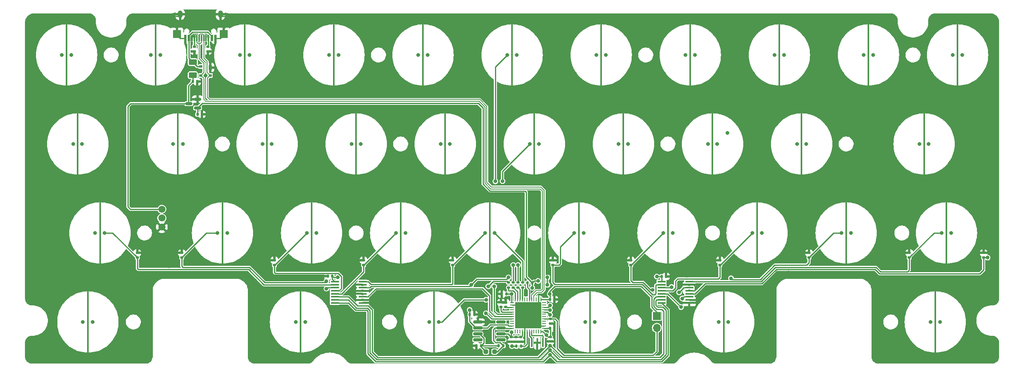
<source format=gbr>
%TF.GenerationSoftware,KiCad,Pcbnew,8.0.8*%
%TF.CreationDate,2025-03-01T19:11:54+01:00*%
%TF.ProjectId,travaulta WKL,74726176-6175-46c7-9461-20574b4c2e6b,rev?*%
%TF.SameCoordinates,Original*%
%TF.FileFunction,Copper,L4,Bot*%
%TF.FilePolarity,Positive*%
%FSLAX46Y46*%
G04 Gerber Fmt 4.6, Leading zero omitted, Abs format (unit mm)*
G04 Created by KiCad (PCBNEW 8.0.8) date 2025-03-01 19:11:54*
%MOMM*%
%LPD*%
G01*
G04 APERTURE LIST*
G04 Aperture macros list*
%AMRoundRect*
0 Rectangle with rounded corners*
0 $1 Rounding radius*
0 $2 $3 $4 $5 $6 $7 $8 $9 X,Y pos of 4 corners*
0 Add a 4 corners polygon primitive as box body*
4,1,4,$2,$3,$4,$5,$6,$7,$8,$9,$2,$3,0*
0 Add four circle primitives for the rounded corners*
1,1,$1+$1,$2,$3*
1,1,$1+$1,$4,$5*
1,1,$1+$1,$6,$7*
1,1,$1+$1,$8,$9*
0 Add four rect primitives between the rounded corners*
20,1,$1+$1,$2,$3,$4,$5,0*
20,1,$1+$1,$4,$5,$6,$7,0*
20,1,$1+$1,$6,$7,$8,$9,0*
20,1,$1+$1,$8,$9,$2,$3,0*%
%AMFreePoly0*
4,1,21,0.111114,6.666294,0.166294,6.611114,0.196157,6.539018,0.200000,6.500000,0.200000,-6.500000,0.196157,-6.539018,0.166294,-6.611114,0.111114,-6.666294,0.039018,-6.696157,-0.039018,-6.696157,-0.111114,-6.666294,-0.166294,-6.611114,-0.196157,-6.539018,-0.200000,-6.500000,-0.200000,6.500000,-0.196157,6.539018,-0.166294,6.611114,-0.111114,6.666294,-0.039018,6.696157,0.039018,6.696157,
0.111114,6.666294,0.111114,6.666294,$1*%
G04 Aperture macros list end*
%TA.AperFunction,SMDPad,CuDef*%
%ADD10FreePoly0,0.000000*%
%TD*%
%TA.AperFunction,SMDPad,CuDef*%
%ADD11FreePoly0,180.000000*%
%TD*%
%TA.AperFunction,ComponentPad*%
%ADD12C,1.500000*%
%TD*%
%TA.AperFunction,SMDPad,CuDef*%
%ADD13R,0.400000X1.900000*%
%TD*%
%TA.AperFunction,SMDPad,CuDef*%
%ADD14RoundRect,0.140000X0.140000X0.170000X-0.140000X0.170000X-0.140000X-0.170000X0.140000X-0.170000X0*%
%TD*%
%TA.AperFunction,SMDPad,CuDef*%
%ADD15RoundRect,0.140000X-0.140000X-0.170000X0.140000X-0.170000X0.140000X0.170000X-0.140000X0.170000X0*%
%TD*%
%TA.AperFunction,SMDPad,CuDef*%
%ADD16RoundRect,0.140000X-0.170000X0.140000X-0.170000X-0.140000X0.170000X-0.140000X0.170000X0.140000X0*%
%TD*%
%TA.AperFunction,SMDPad,CuDef*%
%ADD17RoundRect,0.150000X-0.825000X-0.150000X0.825000X-0.150000X0.825000X0.150000X-0.825000X0.150000X0*%
%TD*%
%TA.AperFunction,SMDPad,CuDef*%
%ADD18RoundRect,0.135000X-0.185000X0.135000X-0.185000X-0.135000X0.185000X-0.135000X0.185000X0.135000X0*%
%TD*%
%TA.AperFunction,SMDPad,CuDef*%
%ADD19RoundRect,0.135000X0.185000X-0.135000X0.185000X0.135000X-0.185000X0.135000X-0.185000X-0.135000X0*%
%TD*%
%TA.AperFunction,SMDPad,CuDef*%
%ADD20RoundRect,0.135000X-0.135000X-0.185000X0.135000X-0.185000X0.135000X0.185000X-0.135000X0.185000X0*%
%TD*%
%TA.AperFunction,SMDPad,CuDef*%
%ADD21RoundRect,0.062500X0.062500X-0.375000X0.062500X0.375000X-0.062500X0.375000X-0.062500X-0.375000X0*%
%TD*%
%TA.AperFunction,SMDPad,CuDef*%
%ADD22RoundRect,0.062500X0.375000X-0.062500X0.375000X0.062500X-0.375000X0.062500X-0.375000X-0.062500X0*%
%TD*%
%TA.AperFunction,SMDPad,CuDef*%
%ADD23R,5.600000X5.600000*%
%TD*%
%TA.AperFunction,SMDPad,CuDef*%
%ADD24R,1.778000X0.419100*%
%TD*%
%TA.AperFunction,SMDPad,CuDef*%
%ADD25RoundRect,0.135000X0.135000X0.185000X-0.135000X0.185000X-0.135000X-0.185000X0.135000X-0.185000X0*%
%TD*%
%TA.AperFunction,SMDPad,CuDef*%
%ADD26RoundRect,0.250000X-0.625000X0.375000X-0.625000X-0.375000X0.625000X-0.375000X0.625000X0.375000X0*%
%TD*%
%TA.AperFunction,SMDPad,CuDef*%
%ADD27R,0.700000X1.000000*%
%TD*%
%TA.AperFunction,SMDPad,CuDef*%
%ADD28R,0.700000X0.600000*%
%TD*%
%TA.AperFunction,SMDPad,CuDef*%
%ADD29RoundRect,0.140000X0.170000X-0.140000X0.170000X0.140000X-0.170000X0.140000X-0.170000X-0.140000X0*%
%TD*%
%TA.AperFunction,ComponentPad*%
%ADD30R,1.700000X1.700000*%
%TD*%
%TA.AperFunction,ComponentPad*%
%ADD31O,1.700000X1.700000*%
%TD*%
%TA.AperFunction,SMDPad,CuDef*%
%ADD32RoundRect,0.150000X0.587500X0.150000X-0.587500X0.150000X-0.587500X-0.150000X0.587500X-0.150000X0*%
%TD*%
%TA.AperFunction,SMDPad,CuDef*%
%ADD33R,0.600000X1.450000*%
%TD*%
%TA.AperFunction,SMDPad,CuDef*%
%ADD34R,0.300000X1.450000*%
%TD*%
%TA.AperFunction,SMDPad,CuDef*%
%ADD35R,1.700000X1.700000*%
%TD*%
%TA.AperFunction,ComponentPad*%
%ADD36O,1.000000X1.600000*%
%TD*%
%TA.AperFunction,SMDPad,CuDef*%
%ADD37RoundRect,0.237500X0.250000X0.237500X-0.250000X0.237500X-0.250000X-0.237500X0.250000X-0.237500X0*%
%TD*%
%TA.AperFunction,ViaPad*%
%ADD38C,0.800000*%
%TD*%
%TA.AperFunction,Conductor*%
%ADD39C,0.250000*%
%TD*%
%TA.AperFunction,Conductor*%
%ADD40C,0.200000*%
%TD*%
G04 APERTURE END LIST*
D10*
%TO.P,SW20,3,SG*%
%TO.N,GND*%
X211137500Y-76200000D03*
%TD*%
D11*
%TO.P,SW27,3,SG*%
%TO.N,GND*%
X163512500Y-95250000D03*
%TD*%
D10*
%TO.P,SW15,3,SG*%
%TO.N,GND*%
X115887500Y-76200000D03*
%TD*%
%TO.P,SW18,3,SG*%
%TO.N,GND*%
X173037500Y-76200000D03*
%TD*%
%TO.P,SW1,3,SG*%
%TO.N,GND*%
X53975000Y-57150000D03*
%TD*%
%TO.P,SW9,3,SG*%
%TO.N,GND*%
X206375000Y-57150000D03*
%TD*%
D11*
%TO.P,SW28,3,SG*%
%TO.N,GND*%
X182562500Y-95250000D03*
%TD*%
D10*
%TO.P,SW4,3,SG*%
%TO.N,GND*%
X111125000Y-57150000D03*
%TD*%
%TO.P,SW17,3,SG*%
%TO.N,GND*%
X153987500Y-76200000D03*
%TD*%
%TO.P,SW12,3,SG*%
%TO.N,GND*%
X56358000Y-76200000D03*
%TD*%
D11*
%TO.P,SW23,3,SG*%
%TO.N,GND*%
X87312500Y-95250000D03*
%TD*%
%TO.P,SW34,3,SG*%
%TO.N,GND*%
X132555000Y-114300000D03*
%TD*%
D10*
%TO.P,SW22,3,SG*%
%TO.N,GND*%
X61120000Y-95250000D03*
%TD*%
%TO.P,SW16,3,SG*%
%TO.N,GND*%
X134937500Y-76200000D03*
%TD*%
%TO.P,SW14,3,SG*%
%TO.N,GND*%
X96837500Y-76200000D03*
%TD*%
%TO.P,SW7,3,SG*%
%TO.N,GND*%
X168275000Y-57150000D03*
%TD*%
D11*
%TO.P,SW24,3,SG*%
%TO.N,GND*%
X106362500Y-95250000D03*
%TD*%
D10*
%TO.P,SW11,3,SG*%
%TO.N,GND*%
X244475000Y-57150000D03*
%TD*%
D12*
%TO.P,J1,1,Pin_1*%
%TO.N,GND*%
X74326714Y-93975000D03*
%TO.P,J1,2,Pin_2*%
%TO.N,RGB*%
X74326714Y-92075000D03*
%TO.P,J1,3,Pin_3*%
%TO.N,+5V*%
X74326714Y-90175000D03*
%TD*%
D11*
%TO.P,SW31,3,SG*%
%TO.N,GND*%
X242095000Y-95250000D03*
%TD*%
D10*
%TO.P,SW2,3,SG*%
%TO.N,GND*%
X73025000Y-57150000D03*
%TD*%
%TO.P,SW5,3,SG*%
%TO.N,GND*%
X130175000Y-57150000D03*
%TD*%
%TO.P,SW8,3,SG*%
%TO.N,GND*%
X187325000Y-57150000D03*
%TD*%
%TO.P,SW13,3,SG*%
%TO.N,GND*%
X77787500Y-76200000D03*
%TD*%
D11*
%TO.P,SW21,3,SG*%
%TO.N,GND*%
X237330000Y-76200000D03*
%TD*%
%TO.P,SW36,3,SG*%
%TO.N,GND*%
X194470000Y-114300000D03*
%TD*%
%TO.P,SW35,3,SG*%
%TO.N,GND*%
X165892000Y-114300000D03*
%TD*%
%TO.P,SW25,3,SG*%
%TO.N,GND*%
X125412500Y-95250000D03*
%TD*%
%TO.P,SW33,3,SG*%
%TO.N,GND*%
X103980000Y-114300000D03*
%TD*%
D10*
%TO.P,SW32,3,SG*%
%TO.N,GND*%
X58531250Y-114300000D03*
%TD*%
%TO.P,SW3,3,SG*%
%TO.N,GND*%
X92075000Y-57150000D03*
%TD*%
D11*
%TO.P,SW26,3,SG*%
%TO.N,GND*%
X144462500Y-95250000D03*
%TD*%
D10*
%TO.P,SW6,3,SG*%
%TO.N,GND*%
X149225000Y-57150000D03*
%TD*%
D11*
%TO.P,SW30,3,SG*%
%TO.N,GND*%
X220662500Y-95250000D03*
%TD*%
%TO.P,SW29,3,SG*%
%TO.N,GND*%
X201612500Y-95250000D03*
%TD*%
%TO.P,SW37,3,SG*%
%TO.N,GND*%
X239712500Y-114300000D03*
%TD*%
D10*
%TO.P,SW10,3,SG*%
%TO.N,GND*%
X225425000Y-57150000D03*
%TD*%
%TO.P,SW19,3,SG*%
%TO.N,GND*%
X192087500Y-76200000D03*
%TD*%
D13*
%TO.P,Y1,1,1*%
%TO.N,XTAL1*%
X153416000Y-118745000D03*
%TO.P,Y1,2,2*%
%TO.N,GND*%
X154616000Y-118745000D03*
%TO.P,Y1,3,3*%
%TO.N,XTAL0*%
X155816000Y-118745000D03*
%TD*%
D14*
%TO.P,C7,1*%
%TO.N,VBAT*%
X147984000Y-108331000D03*
%TO.P,C7,2*%
%TO.N,GND*%
X147024000Y-108331000D03*
%TD*%
D15*
%TO.P,C12,1*%
%TO.N,VBAT*%
X181178186Y-104534305D03*
%TO.P,C12,2*%
%TO.N,GND*%
X182138186Y-104534305D03*
%TD*%
D16*
%TO.P,C15,1*%
%TO.N,VBAT*%
X149031000Y-117540000D03*
%TO.P,C15,2*%
%TO.N,GND*%
X149031000Y-118500000D03*
%TD*%
D17*
%TO.P,U5,1*%
%TO.N,N/C*%
X141899097Y-118120501D03*
%TO.P,U5,2,IN-*%
%TO.N,Net-(JP1-B)*%
X141899097Y-116850501D03*
%TO.P,U5,3,IN+*%
%TO.N,APLEX_OUT_PIN_0*%
X141899097Y-115580501D03*
%TO.P,U5,4,V-*%
%TO.N,GND*%
X141899097Y-114310501D03*
%TO.P,U5,5*%
%TO.N,N/C*%
X146849097Y-114310501D03*
%TO.P,U5,6,OUT*%
%TO.N,ADC*%
X146849097Y-115580501D03*
%TO.P,U5,7,V+*%
%TO.N,VBAT*%
X146849097Y-116850501D03*
%TO.P,U5,8*%
%TO.N,N/C*%
X146849097Y-118120501D03*
%TD*%
D18*
%TO.P,R7,1*%
%TO.N,GND*%
X146843750Y-110107000D03*
%TO.P,R7,2*%
%TO.N,BOOT1*%
X146843750Y-111127000D03*
%TD*%
D19*
%TO.P,R11,1*%
%TO.N,COL2*%
X98425000Y-102110000D03*
%TO.P,R11,2*%
%TO.N,GND*%
X98425000Y-101090000D03*
%TD*%
D18*
%TO.P,R2,1*%
%TO.N,ROW2*%
X151511000Y-105877000D03*
%TO.P,R2,2*%
%TO.N,Net-(U1-PB15)*%
X151511000Y-106897000D03*
%TD*%
D15*
%TO.P,C9,1*%
%TO.N,VBAT*%
X157311000Y-115663994D03*
%TO.P,C9,2*%
%TO.N,GND*%
X158271000Y-115663994D03*
%TD*%
D20*
%TO.P,R4,1*%
%TO.N,Net-(U1-PA10)*%
X152525000Y-105918000D03*
%TO.P,R4,2*%
%TO.N,VBAT*%
X153545000Y-105918000D03*
%TD*%
D21*
%TO.P,U1,1,VBAT*%
%TO.N,VBAT*%
X155404000Y-116340500D03*
%TO.P,U1,2,PC13*%
%TO.N,unconnected-(U1-PC13-Pad2)*%
X154904000Y-116340500D03*
%TO.P,U1,3,PC14*%
%TO.N,unconnected-(U1-PC14-Pad3)*%
X154404000Y-116340500D03*
%TO.P,U1,4,PC15*%
%TO.N,unconnected-(U1-PC15-Pad4)*%
X153904000Y-116340500D03*
%TO.P,U1,5,PH0*%
%TO.N,XTAL0*%
X153404000Y-116340500D03*
%TO.P,U1,6,PH1*%
%TO.N,XTAL1*%
X152904000Y-116340500D03*
%TO.P,U1,7,NRST*%
%TO.N,NRST*%
X152404000Y-116340500D03*
%TO.P,U1,8,VSSA*%
%TO.N,GND*%
X151904000Y-116340500D03*
%TO.P,U1,9,VREF+*%
%TO.N,VBAT*%
X151404000Y-116340500D03*
%TO.P,U1,10,PA0*%
%TO.N,unconnected-(U1-PA0-Pad10)*%
X150904000Y-116340500D03*
%TO.P,U1,11,PA1*%
%TO.N,unconnected-(U1-PA1-Pad11)*%
X150404000Y-116340500D03*
%TO.P,U1,12,PA2*%
%TO.N,unconnected-(U1-PA2-Pad12)*%
X149904000Y-116340500D03*
D22*
%TO.P,U1,13,PA3*%
%TO.N,ADC*%
X149216500Y-115653000D03*
%TO.P,U1,14,PA4*%
%TO.N,APLEX_OUT_PIN_0*%
X149216500Y-115153000D03*
%TO.P,U1,15,PA5*%
%TO.N,unconnected-(U1-PA5-Pad15)*%
X149216500Y-114653000D03*
%TO.P,U1,16,PA6*%
%TO.N,unconnected-(U1-PA6-Pad16)*%
X149216500Y-114153000D03*
%TO.P,U1,17,PA7*%
%TO.N,RGB*%
X149216500Y-113653000D03*
%TO.P,U1,18,PB0*%
%TO.N,APLEX_EN_PIN_0*%
X149216500Y-113153000D03*
%TO.P,U1,19,PB1*%
%TO.N,APLEX_EN_PIN_1*%
X149216500Y-112653000D03*
%TO.P,U1,20,PB2*%
%TO.N,BOOT1*%
X149216500Y-112153000D03*
%TO.P,U1,21,PB10*%
%TO.N,unconnected-(U1-PB10-Pad21)*%
X149216500Y-111653000D03*
%TO.P,U1,22,VCAP1*%
%TO.N,Net-(U1-VCAP1)*%
X149216500Y-111153000D03*
%TO.P,U1,23,VSS*%
%TO.N,GND*%
X149216500Y-110653000D03*
%TO.P,U1,24,VDD*%
%TO.N,VBAT*%
X149216500Y-110153000D03*
D21*
%TO.P,U1,25,PB12*%
%TO.N,Net-(U1-PB12)*%
X149904000Y-109465500D03*
%TO.P,U1,26,PB13*%
%TO.N,Net-(U1-PB13)*%
X150404000Y-109465500D03*
%TO.P,U1,27,PB14*%
%TO.N,Net-(U1-PB14)*%
X150904000Y-109465500D03*
%TO.P,U1,28,PB15*%
%TO.N,Net-(U1-PB15)*%
X151404000Y-109465500D03*
%TO.P,U1,29,PA8*%
%TO.N,unconnected-(U1-PA8-Pad29)*%
X151904000Y-109465500D03*
%TO.P,U1,30,PA9*%
%TO.N,unconnected-(U1-PA9-Pad30)*%
X152404000Y-109465500D03*
%TO.P,U1,31,PA10*%
%TO.N,Net-(U1-PA10)*%
X152904000Y-109465500D03*
%TO.P,U1,32,PA11*%
%TO.N,D-*%
X153404000Y-109465500D03*
%TO.P,U1,33,PA12*%
%TO.N,D+*%
X153904000Y-109465500D03*
%TO.P,U1,34,PA13*%
%TO.N,SWDIO*%
X154404000Y-109465500D03*
%TO.P,U1,35,VSS*%
%TO.N,GND*%
X154904000Y-109465500D03*
%TO.P,U1,36,VDD*%
%TO.N,VBAT*%
X155404000Y-109465500D03*
D22*
%TO.P,U1,37,PA14*%
%TO.N,SWCLK*%
X156091500Y-110153000D03*
%TO.P,U1,38,PA15*%
%TO.N,unconnected-(U1-PA15-Pad38)*%
X156091500Y-110653000D03*
%TO.P,U1,39,PB3*%
%TO.N,AMUX_SEL_2*%
X156091500Y-111153000D03*
%TO.P,U1,40,PB4*%
%TO.N,AMUX_SEL_1*%
X156091500Y-111653000D03*
%TO.P,U1,41,PB5*%
%TO.N,AMUX_SEL_0*%
X156091500Y-112153000D03*
%TO.P,U1,42,PB6*%
%TO.N,unconnected-(U1-PB6-Pad42)*%
X156091500Y-112653000D03*
%TO.P,U1,43,PB7*%
%TO.N,unconnected-(U1-PB7-Pad43)*%
X156091500Y-113153000D03*
%TO.P,U1,44,BOOT0*%
%TO.N,BOOT0*%
X156091500Y-113653000D03*
%TO.P,U1,45,PB8*%
%TO.N,unconnected-(U1-PB8-Pad45)*%
X156091500Y-114153000D03*
%TO.P,U1,46,PB9*%
%TO.N,unconnected-(U1-PB9-Pad46)*%
X156091500Y-114653000D03*
%TO.P,U1,47,VSS*%
%TO.N,GND*%
X156091500Y-115153000D03*
%TO.P,U1,48,VDD*%
%TO.N,VBAT*%
X156091500Y-115653000D03*
D23*
%TO.P,U1,49,VSS*%
%TO.N,GND*%
X152654000Y-112903000D03*
%TD*%
D19*
%TO.P,R12,1*%
%TO.N,COL5*%
X157956250Y-102110000D03*
%TO.P,R12,2*%
%TO.N,GND*%
X157956250Y-101090000D03*
%TD*%
%TO.P,R15,1*%
%TO.N,COL0*%
X69088000Y-100522500D03*
%TO.P,R15,2*%
%TO.N,GND*%
X69088000Y-99502500D03*
%TD*%
D16*
%TO.P,C11,1*%
%TO.N,VBAT*%
X151063000Y-117540000D03*
%TO.P,C11,2*%
%TO.N,GND*%
X151063000Y-118500000D03*
%TD*%
D19*
%TO.P,R13,1*%
%TO.N,COL1*%
X78581250Y-100522500D03*
%TO.P,R13,2*%
%TO.N,GND*%
X78581250Y-99502500D03*
%TD*%
D15*
%TO.P,C8,1*%
%TO.N,VBAT*%
X157311000Y-109474000D03*
%TO.P,C8,2*%
%TO.N,GND*%
X158271000Y-109474000D03*
%TD*%
D19*
%TO.P,R10,1*%
%TO.N,COL6*%
X174625000Y-102110000D03*
%TO.P,R10,2*%
%TO.N,GND*%
X174625000Y-101090000D03*
%TD*%
D24*
%TO.P,U3,1,A4*%
%TO.N,COL9*%
X187124340Y-105676700D03*
%TO.P,U3,2,A6*%
%TO.N,GND*%
X187124340Y-106326940D03*
%TO.P,U3,3,A*%
%TO.N,APLEX_OUT_PIN_0*%
X187124340Y-106977180D03*
%TO.P,U3,4,A7*%
%TO.N,GND*%
X187124340Y-107627420D03*
%TO.P,U3,5,A5*%
%TO.N,COL10*%
X187124340Y-108272580D03*
%TO.P,U3,6,~{E}*%
%TO.N,APLEX_EN_PIN_1*%
X187124340Y-108922820D03*
%TO.P,U3,7,VEE*%
%TO.N,GND*%
X187124340Y-109573060D03*
%TO.P,U3,8,GND*%
X187124340Y-110223300D03*
%TO.P,U3,9,S2*%
%TO.N,AMUX_SEL_2*%
X181175660Y-110223300D03*
%TO.P,U3,10,S1*%
%TO.N,AMUX_SEL_1*%
X181175660Y-109573060D03*
%TO.P,U3,11,S0*%
%TO.N,AMUX_SEL_0*%
X181175660Y-108922820D03*
%TO.P,U3,12,A3*%
%TO.N,COL8*%
X181175660Y-108272580D03*
%TO.P,U3,13,A0*%
%TO.N,COL7*%
X181175660Y-107627420D03*
%TO.P,U3,14,A1*%
%TO.N,COL6*%
X181175660Y-106977180D03*
%TO.P,U3,15,A2*%
%TO.N,COL5*%
X181175660Y-106326940D03*
%TO.P,U3,16,VCC*%
%TO.N,VBAT*%
X181175660Y-105676700D03*
%TD*%
D19*
%TO.P,R1,1*%
%TO.N,Net-(U1-PB12)*%
X148463000Y-106897000D03*
%TO.P,R1,2*%
%TO.N,ROW3*%
X148463000Y-105877000D03*
%TD*%
%TO.P,R16,1*%
%TO.N,COL9*%
X234156250Y-100522500D03*
%TO.P,R16,2*%
%TO.N,GND*%
X234156250Y-99502500D03*
%TD*%
D14*
%TO.P,C14,1*%
%TO.N,GND*%
X141132500Y-112712500D03*
%TO.P,C14,2*%
%TO.N,APLEX_OUT_PIN_0*%
X140172500Y-112712500D03*
%TD*%
D19*
%TO.P,R9,1*%
%TO.N,Net-(U1-PB13)*%
X149479000Y-106897000D03*
%TO.P,R9,2*%
%TO.N,ROW0*%
X149479000Y-105877000D03*
%TD*%
D14*
%TO.P,C13,1*%
%TO.N,VBAT*%
X110811250Y-104485820D03*
%TO.P,C13,2*%
%TO.N,GND*%
X109851250Y-104485820D03*
%TD*%
D20*
%TO.P,R21,1*%
%TO.N,Net-(JP1-B)*%
X146332687Y-119390501D03*
%TO.P,R21,2*%
%TO.N,ADC*%
X147352687Y-119390501D03*
%TD*%
D15*
%TO.P,C5,1*%
%TO.N,VBAT*%
X81943000Y-69850000D03*
%TO.P,C5,2*%
%TO.N,GND*%
X82903000Y-69850000D03*
%TD*%
D19*
%TO.P,R20,1*%
%TO.N,COL7*%
X193675000Y-102110000D03*
%TO.P,R20,2*%
%TO.N,GND*%
X193675000Y-101090000D03*
%TD*%
D25*
%TO.P,R23,1*%
%TO.N,Net-(JP1-B)*%
X142592312Y-119390501D03*
%TO.P,R23,2*%
%TO.N,GND*%
X141572312Y-119390501D03*
%TD*%
D19*
%TO.P,R14,1*%
%TO.N,COL8*%
X212725000Y-100522500D03*
%TO.P,R14,2*%
%TO.N,GND*%
X212725000Y-99502500D03*
%TD*%
D20*
%TO.P,R6,1*%
%TO.N,VBAT*%
X150169000Y-119507000D03*
%TO.P,R6,2*%
%TO.N,NRST*%
X151189000Y-119507000D03*
%TD*%
D26*
%TO.P,F_USBC1,1*%
%TO.N,VCC*%
X80962500Y-58671000D03*
%TO.P,F_USBC1,2*%
%TO.N,+5V*%
X80962500Y-61471000D03*
%TD*%
D27*
%TO.P,D1,1,GND*%
%TO.N,GND*%
X84693000Y-59829000D03*
D28*
%TO.P,D1,2,I/O1*%
%TO.N,D+*%
X84693000Y-61529000D03*
%TO.P,D1,3,I/O2*%
%TO.N,D-*%
X82693000Y-61529000D03*
%TO.P,D1,4,VCC*%
%TO.N,VCC*%
X82693000Y-59629000D03*
%TD*%
D19*
%TO.P,R18,1*%
%TO.N,GND*%
X81280000Y-56356250D03*
%TO.P,R18,2*%
%TO.N,Net-(USB1-CC1)*%
X81280000Y-55336250D03*
%TD*%
D18*
%TO.P,R3,1*%
%TO.N,BOOT0*%
X157410000Y-113663000D03*
%TO.P,R3,2*%
%TO.N,GND*%
X157410000Y-114683000D03*
%TD*%
%TO.P,R8,1*%
%TO.N,ROW1*%
X150495000Y-105877000D03*
%TO.P,R8,2*%
%TO.N,Net-(U1-PB14)*%
X150495000Y-106897000D03*
%TD*%
D19*
%TO.P,R5,1*%
%TO.N,COL10*%
X250064616Y-100522500D03*
%TO.P,R5,2*%
%TO.N,GND*%
X250064616Y-99502500D03*
%TD*%
D29*
%TO.P,C1,1*%
%TO.N,Net-(U1-VCAP1)*%
X147885000Y-111097000D03*
%TO.P,C1,2*%
%TO.N,GND*%
X147885000Y-110137000D03*
%TD*%
D15*
%TO.P,C4,1*%
%TO.N,+5V*%
X80927000Y-62865000D03*
%TO.P,C4,2*%
%TO.N,GND*%
X81887000Y-62865000D03*
%TD*%
D24*
%TO.P,U4,1,A4*%
%TO.N,COL4*%
X117274340Y-105676700D03*
%TO.P,U4,2,A6*%
%TO.N,GND*%
X117274340Y-106326940D03*
%TO.P,U4,3,A*%
%TO.N,APLEX_OUT_PIN_0*%
X117274340Y-106977180D03*
%TO.P,U4,4,A7*%
%TO.N,GND*%
X117274340Y-107627420D03*
%TO.P,U4,5,A5*%
X117274340Y-108272580D03*
%TO.P,U4,6,~{E}*%
%TO.N,APLEX_EN_PIN_0*%
X117274340Y-108922820D03*
%TO.P,U4,7,VEE*%
%TO.N,GND*%
X117274340Y-109573060D03*
%TO.P,U4,8,GND*%
X117274340Y-110223300D03*
%TO.P,U4,9,S2*%
%TO.N,AMUX_SEL_2*%
X111325660Y-110223300D03*
%TO.P,U4,10,S1*%
%TO.N,AMUX_SEL_1*%
X111325660Y-109573060D03*
%TO.P,U4,11,S0*%
%TO.N,AMUX_SEL_0*%
X111325660Y-108922820D03*
%TO.P,U4,12,A3*%
%TO.N,COL3*%
X111325660Y-108272580D03*
%TO.P,U4,13,A0*%
%TO.N,COL2*%
X111325660Y-107627420D03*
%TO.P,U4,14,A1*%
%TO.N,COL1*%
X111325660Y-106977180D03*
%TO.P,U4,15,A2*%
%TO.N,COL0*%
X111325660Y-106326940D03*
%TO.P,U4,16,VCC*%
%TO.N,VBAT*%
X111325660Y-105676700D03*
%TD*%
D30*
%TO.P,SW38,1,A*%
%TO.N,VBAT*%
X180181250Y-113025000D03*
D31*
%TO.P,SW38,2,B*%
%TO.N,BOOT0*%
X180181250Y-115565000D03*
%TD*%
D16*
%TO.P,C6,1*%
%TO.N,VBAT*%
X157410000Y-117503000D03*
%TO.P,C6,2*%
%TO.N,GND*%
X157410000Y-118463000D03*
%TD*%
D32*
%TO.P,U2,1,GND*%
%TO.N,GND*%
X81963500Y-66614000D03*
%TO.P,U2,2,VO*%
%TO.N,VBAT*%
X81963500Y-68514000D03*
%TO.P,U2,3,VI*%
%TO.N,+5V*%
X80088500Y-67564000D03*
%TD*%
D33*
%TO.P,USB1,1,GND*%
%TO.N,GND*%
X79325000Y-53538750D03*
%TO.P,USB1,2,VBUS*%
%TO.N,VCC*%
X80100000Y-53538750D03*
D34*
%TO.P,USB1,3,SBU2*%
%TO.N,unconnected-(USB1-SBU2-Pad3)*%
X80800000Y-53538750D03*
%TO.P,USB1,4,CC1*%
%TO.N,Net-(USB1-CC1)*%
X81300000Y-53538750D03*
%TO.P,USB1,5,DN2*%
%TO.N,D-*%
X81800000Y-53538750D03*
%TO.P,USB1,6,DP1*%
%TO.N,D+*%
X82300000Y-53538750D03*
%TO.P,USB1,7,DN1*%
%TO.N,D-*%
X82800000Y-53538750D03*
%TO.P,USB1,8,DP2*%
%TO.N,D+*%
X83300000Y-53538750D03*
%TO.P,USB1,9,SBU1*%
%TO.N,unconnected-(USB1-SBU1-Pad9)*%
X83800000Y-53538750D03*
%TO.P,USB1,10,CC2*%
%TO.N,Net-(USB1-CC2)*%
X84300000Y-53538750D03*
D33*
%TO.P,USB1,11,VBUS*%
%TO.N,VCC*%
X85000000Y-53538750D03*
%TO.P,USB1,12,GND*%
%TO.N,GND*%
X85775000Y-53538750D03*
D35*
%TO.P,USB1,13,SHIELD*%
X77550000Y-52643750D03*
D36*
X78230000Y-48443750D03*
X86870000Y-48443750D03*
D35*
X87550000Y-52643750D03*
%TD*%
D37*
%TO.P,JP1,1,A*%
%TO.N,ADC*%
X145462340Y-120650000D03*
%TO.P,JP1,2,B*%
%TO.N,Net-(JP1-B)*%
X143637340Y-120650000D03*
%TD*%
D19*
%TO.P,R19,1*%
%TO.N,COL4*%
X136525000Y-102110000D03*
%TO.P,R19,2*%
%TO.N,GND*%
X136525000Y-101090000D03*
%TD*%
D18*
%TO.P,R24,1*%
%TO.N,Net-(USB1-CC2)*%
X84201000Y-55336250D03*
%TO.P,R24,2*%
%TO.N,GND*%
X84201000Y-56356250D03*
%TD*%
D16*
%TO.P,C10,1*%
%TO.N,VBAT*%
X150047000Y-117540000D03*
%TO.P,C10,2*%
%TO.N,GND*%
X150047000Y-118500000D03*
%TD*%
D19*
%TO.P,R17,1*%
%TO.N,COL3*%
X117475000Y-102110000D03*
%TO.P,R17,2*%
%TO.N,GND*%
X117475000Y-101090000D03*
%TD*%
D38*
%TO.N,GND*%
X96681059Y-104725779D03*
X114300000Y-68278054D03*
X135638233Y-104424633D03*
X122292343Y-86296022D03*
X151003000Y-99314000D03*
X139250795Y-88412622D03*
X210525546Y-103806066D03*
X239712500Y-104775000D03*
X88940311Y-103911118D03*
X113506250Y-117475000D03*
X153834888Y-121069830D03*
X153987500Y-93059250D03*
X84617181Y-83073023D03*
X81280000Y-57277000D03*
X82550000Y-49999000D03*
X196359829Y-83116621D03*
X146685079Y-65962540D03*
X87249000Y-80010000D03*
X117475000Y-68262500D03*
X94884744Y-114250729D03*
X94253743Y-105454033D03*
X175418750Y-111125000D03*
X47117000Y-76200000D03*
X215664745Y-101760584D03*
X218126996Y-103858044D03*
X244475000Y-104775000D03*
X232187509Y-86321867D03*
X186531250Y-104366597D03*
X202414130Y-107184636D03*
X103187500Y-83125992D03*
X139269702Y-83220487D03*
X119027099Y-64169317D03*
X51593750Y-107950000D03*
X77430000Y-51094000D03*
X158623000Y-82423000D03*
X234216716Y-86307268D03*
X178593750Y-104324688D03*
X175451935Y-104317849D03*
X84595481Y-88265158D03*
X84198075Y-57286253D03*
X107950000Y-68278054D03*
X137621572Y-104395436D03*
X182499000Y-80010000D03*
X117445381Y-65971118D03*
X113284000Y-114300000D03*
X94884744Y-109488229D03*
X232181682Y-85070595D03*
X101290238Y-102836574D03*
X156464799Y-64146969D03*
X144653000Y-76200000D03*
X233867827Y-64186346D03*
X120296642Y-83089298D03*
X158623000Y-84455000D03*
X88926415Y-65964205D03*
X177006250Y-108743750D03*
X142113000Y-110617000D03*
X213758720Y-65997413D03*
X194539821Y-104317849D03*
X113506250Y-111125000D03*
X154940000Y-86995000D03*
X123031250Y-104410035D03*
X175816362Y-65997905D03*
X196320496Y-85086672D03*
X114300000Y-107950000D03*
X101155500Y-83125992D03*
X228234475Y-102096352D03*
X173101000Y-95250000D03*
X208313856Y-103762270D03*
X141859000Y-80010000D03*
X150971210Y-89699174D03*
X121059099Y-64169317D03*
X152584000Y-112903000D03*
X82585181Y-83073023D03*
X144374097Y-116215501D03*
X158753070Y-104320989D03*
X137901311Y-64231533D03*
X63156734Y-86285172D03*
X47371000Y-50800000D03*
X156928922Y-103265359D03*
X82566274Y-88265158D03*
X121095883Y-65974574D03*
X208354018Y-101320296D03*
X192539949Y-102088341D03*
X148844000Y-86995079D03*
X101308819Y-104740377D03*
X234950000Y-61087000D03*
X60075298Y-64176230D03*
X215275605Y-85030152D03*
X160918079Y-102299291D03*
X177839421Y-64193631D03*
X139700000Y-57150000D03*
X206235802Y-103784623D03*
X153987500Y-100806250D03*
X99867728Y-65952852D03*
X88900000Y-68262500D03*
X248723591Y-102754966D03*
X138112500Y-107950000D03*
X215781779Y-64193139D03*
X183356250Y-120650000D03*
X217310639Y-86266825D03*
X65200540Y-88255984D03*
X190232918Y-104293450D03*
X120257309Y-85059349D03*
X153987500Y-102393750D03*
X158750000Y-57150000D03*
X99815881Y-64231533D03*
X111125000Y-65960003D03*
X82551675Y-86294346D03*
X142081250Y-106362500D03*
X142081250Y-107950000D03*
X246856250Y-107950000D03*
X232568750Y-102393750D03*
X232221015Y-83100544D03*
X101121994Y-86347315D03*
X156972000Y-86995000D03*
X197035308Y-64193631D03*
X217346938Y-83060101D03*
X120650000Y-107955425D03*
X54768750Y-101600000D03*
X98943844Y-107338930D03*
X215900000Y-57150000D03*
X127793750Y-107950000D03*
X197044249Y-65997905D03*
X141265403Y-86427211D03*
X153035000Y-86995000D03*
X146812000Y-86995000D03*
X106389136Y-104784173D03*
X114272348Y-65964205D03*
X196850000Y-57150000D03*
X239734595Y-102760391D03*
X106426000Y-76200000D03*
X98422526Y-65950379D03*
X70258761Y-108749174D03*
X123825000Y-65951243D03*
X227806250Y-120650000D03*
X153987500Y-91281250D03*
X143668750Y-104344178D03*
X159004000Y-110744000D03*
X156972000Y-84455000D03*
X157861000Y-85725000D03*
X122328642Y-83089298D03*
X78607665Y-65964205D03*
X144653000Y-72517000D03*
X125349000Y-80010000D03*
X146559275Y-69986416D03*
X234213682Y-85070595D03*
X233876768Y-65990620D03*
X120709967Y-104380837D03*
X106432932Y-107222141D03*
X179168520Y-86356192D03*
X177800000Y-53213000D03*
X82189797Y-64153271D03*
X251079000Y-50800000D03*
X85751415Y-65964205D03*
X127000000Y-68309162D03*
X179165486Y-85119519D03*
X114183211Y-104585218D03*
X226218750Y-101600000D03*
X217325238Y-88252236D03*
X92075000Y-68262500D03*
X122306942Y-88281433D03*
X173573173Y-104293450D03*
X223547995Y-101848176D03*
X134874000Y-95250000D03*
X248701496Y-104769575D03*
X227806250Y-114300000D03*
X183356250Y-110331250D03*
X120277735Y-88281433D03*
X230187500Y-102393750D03*
X123031250Y-117475000D03*
X92075000Y-65964205D03*
X51435000Y-95250000D03*
X96774000Y-95250000D03*
X251206000Y-63500000D03*
X140493750Y-104333809D03*
X215281432Y-86281424D03*
X80962500Y-60071000D03*
X231844768Y-65990620D03*
X198391829Y-83116621D03*
X98900048Y-104754976D03*
X227806250Y-107950000D03*
X91599229Y-101561070D03*
X217307605Y-85030152D03*
X244094000Y-69723000D03*
X158496799Y-64146969D03*
X171170882Y-120668224D03*
X82545848Y-85043074D03*
X70380974Y-114234306D03*
X184943750Y-117475000D03*
X130175000Y-68309162D03*
X160911418Y-104281020D03*
X164306250Y-104289692D03*
X98425000Y-68262500D03*
X95250000Y-68262500D03*
X103936569Y-104827969D03*
X49530000Y-69850000D03*
X60116776Y-66008155D03*
X132471848Y-104419208D03*
X220886133Y-103858044D03*
X148844000Y-82296000D03*
X101847881Y-64231533D03*
X63171333Y-88255984D03*
X87249000Y-72644000D03*
X70643750Y-91281250D03*
X127000000Y-65951243D03*
X234950000Y-104775000D03*
X210565708Y-101364092D03*
X75692000Y-48895000D03*
X120650000Y-117475000D03*
X143083129Y-86703106D03*
X177848362Y-65997905D03*
X200037961Y-104339926D03*
X179183119Y-88341603D03*
X133383834Y-65953835D03*
X139933311Y-64231533D03*
X83568550Y-101824404D03*
X120650000Y-111125000D03*
X179387500Y-119856250D03*
X215314938Y-83060101D03*
X198063398Y-104339926D03*
X150876000Y-84455000D03*
X84577848Y-85043074D03*
X126525678Y-120534355D03*
X65182907Y-85033900D03*
X111125000Y-68278054D03*
X96666461Y-107309733D03*
X198029931Y-107050767D03*
X85725000Y-68262500D03*
X175807421Y-64193631D03*
X123825000Y-68309162D03*
X136525000Y-68262500D03*
X192561494Y-104301005D03*
X227806250Y-104775000D03*
X203200000Y-114300000D03*
X175418750Y-107530039D03*
X246856250Y-119856250D03*
X246878345Y-102760391D03*
X95250000Y-65964205D03*
X125412500Y-107950000D03*
X103148167Y-85096043D03*
X150876000Y-87009677D03*
X71661345Y-103815799D03*
X182499000Y-72390000D03*
X86311676Y-103889220D03*
X109064523Y-103037765D03*
X141224000Y-82677000D03*
X237331250Y-104775000D03*
X200238764Y-107151169D03*
X120263136Y-86310621D03*
X246856250Y-104775000D03*
X226176141Y-103893658D03*
X139236196Y-86441810D03*
X202406250Y-103187500D03*
X232568750Y-104775000D03*
X101899728Y-65952852D03*
X152781000Y-84455000D03*
X133350000Y-68309162D03*
X73739399Y-103793446D03*
X161131250Y-107950000D03*
X101411009Y-107222141D03*
X123848305Y-120534355D03*
X177172819Y-83149468D03*
X119063883Y-65974574D03*
X175418750Y-117475000D03*
X232202108Y-88292679D03*
X198352496Y-85086672D03*
X141224000Y-88519000D03*
X81075201Y-103881038D03*
X215296031Y-88252236D03*
X234950000Y-102393750D03*
X234253015Y-83100544D03*
X120650000Y-114300000D03*
X115824000Y-99314000D03*
X242115845Y-102760391D03*
X160654407Y-87046427D03*
X203200000Y-110331250D03*
X65185941Y-86270573D03*
X137872571Y-65974082D03*
X179387500Y-118268750D03*
X144653079Y-65962540D03*
X141859000Y-72517000D03*
X177133486Y-85119519D03*
X156473740Y-65951243D03*
X130175000Y-104413054D03*
X160655000Y-84455000D03*
X68453000Y-76200000D03*
X201676000Y-76200000D03*
X252412500Y-57150000D03*
X154940000Y-84455000D03*
X146681488Y-64206158D03*
X192024000Y-91313000D03*
X170583240Y-107583554D03*
X138112500Y-120650000D03*
X231835827Y-64186346D03*
X120650000Y-53213000D03*
X77851000Y-95250000D03*
X157162500Y-89693750D03*
X224282000Y-80137000D03*
X70358000Y-105664000D03*
X170676988Y-104308377D03*
X115824000Y-91313000D03*
X146793645Y-104323439D03*
X94884744Y-120600729D03*
X177800000Y-120601289D03*
X147066000Y-107315000D03*
X244497095Y-102760391D03*
X70643750Y-99218750D03*
X70258761Y-120655424D03*
X120650000Y-60960000D03*
X198370129Y-88308756D03*
X121126329Y-68333618D03*
X123031250Y-107950000D03*
X153321343Y-104242074D03*
X91601684Y-103924834D03*
X242093750Y-104775000D03*
X195892007Y-102087464D03*
X158505740Y-65951243D03*
X125412500Y-104424633D03*
X130175000Y-65951243D03*
X213749779Y-64193139D03*
X183356250Y-118268750D03*
X69494010Y-103866335D03*
X144653000Y-67691000D03*
X229235000Y-95250000D03*
X141807427Y-69986416D03*
X196340922Y-88308756D03*
X122289309Y-85059349D03*
X148814813Y-120969428D03*
X65659000Y-76200000D03*
X147896567Y-109273002D03*
X62148776Y-66008155D03*
X101600000Y-57150000D03*
X153987500Y-99218750D03*
X78581250Y-68262500D03*
X95250000Y-103187500D03*
X103937454Y-102919300D03*
X63190240Y-83063849D03*
X119856250Y-109537500D03*
X103165800Y-88318127D03*
X204355226Y-105477810D03*
X144632258Y-70008314D03*
X243967000Y-85725000D03*
X139904571Y-65974082D03*
X158622407Y-87046427D03*
X154781250Y-103961226D03*
X89408000Y-48895000D03*
X224282000Y-72390000D03*
X93662500Y-101600000D03*
X125349000Y-72517000D03*
X75914406Y-102336472D03*
X139230369Y-85190538D03*
X83552539Y-103889220D03*
X160655000Y-82423000D03*
X195003308Y-64193631D03*
X184943750Y-114300000D03*
X157162500Y-99314000D03*
X179204819Y-83149468D03*
X177139313Y-86370791D03*
X75951089Y-103837242D03*
X101911437Y-68262500D03*
X175418750Y-120567822D03*
X192625972Y-107021113D03*
X215649658Y-103849862D03*
X104775000Y-65960003D03*
X163576000Y-76200000D03*
X195012249Y-65997905D03*
X111531688Y-103066962D03*
X71700833Y-102228857D03*
X144907000Y-86995000D03*
X158750000Y-107950000D03*
X198355530Y-86323345D03*
X81067320Y-101785474D03*
X106404619Y-102948497D03*
X144652281Y-64206158D03*
X144653000Y-82296000D03*
X144653000Y-80010000D03*
X251079000Y-95123000D03*
X148209000Y-101981000D03*
X107936174Y-65943466D03*
X65222240Y-83063849D03*
X98806000Y-50800000D03*
X211201000Y-95250000D03*
X146685000Y-72517000D03*
X230187500Y-104775000D03*
X173617597Y-107561243D03*
X84580882Y-86279747D03*
X167481250Y-104289692D03*
X62107298Y-64176230D03*
X78581250Y-63500000D03*
X146685000Y-80010000D03*
X196326323Y-86337944D03*
X250825000Y-87312500D03*
X120903194Y-120567822D03*
X190240765Y-102103407D03*
X101136593Y-88318127D03*
X103151201Y-86332716D03*
X127793750Y-104424633D03*
X213131398Y-103827964D03*
X161544000Y-85725000D03*
X63150907Y-85033900D03*
X203200000Y-120650000D03*
X141262369Y-85190538D03*
X141287500Y-120650000D03*
X101116167Y-85096043D03*
X153987500Y-89503250D03*
X84137500Y-68262500D03*
X206275964Y-101342649D03*
X177153912Y-88341603D03*
X189706250Y-107950000D03*
X87312500Y-63500000D03*
X213591743Y-101731387D03*
X104775000Y-68278054D03*
X118067619Y-104395436D03*
X223514768Y-103879942D03*
X78556941Y-103859140D03*
X237353345Y-102760391D03*
X136558834Y-65953835D03*
X148844000Y-84455000D03*
X227965000Y-76200000D03*
X183356250Y-104370593D03*
X158632093Y-88982166D03*
X73764104Y-102267787D03*
X246062500Y-76200000D03*
X146685000Y-67691000D03*
X177800000Y-60960000D03*
X215790720Y-65997413D03*
X139953601Y-68350091D03*
X87653038Y-51101306D03*
X84074000Y-69850000D03*
X151425252Y-121036363D03*
X184943750Y-106362500D03*
%TO.N,APLEX_OUT_PIN_0*%
X156787000Y-106362500D03*
X156787000Y-104775000D03*
X148431250Y-104775000D03*
X140493750Y-106362500D03*
X140168917Y-111725196D03*
X184943750Y-107950000D03*
%TO.N,ROW0*%
X243459000Y-57150000D03*
X110109000Y-57150000D03*
X186309000Y-57150000D03*
X148209000Y-57150000D03*
X167259000Y-57150000D03*
X224409000Y-57150000D03*
X129159000Y-57150000D03*
X72009000Y-57150000D03*
X52959000Y-57150000D03*
X91059000Y-57150000D03*
X145671499Y-84193250D03*
X149495497Y-102108000D03*
X205359000Y-57150000D03*
%TO.N,ROW1*%
X55372000Y-76200000D03*
X191135000Y-76200000D03*
X133985000Y-76200000D03*
X76708000Y-76200000D03*
X153035000Y-76200000D03*
X210185000Y-76200000D03*
X171958000Y-76200000D03*
X114935000Y-76200000D03*
X150495000Y-102108000D03*
X238252000Y-76200000D03*
X147189791Y-84150476D03*
X95885000Y-76200000D03*
%TO.N,VBAT*%
X149155000Y-108331000D03*
X180168284Y-104576503D03*
X149158000Y-116524000D03*
X153545858Y-106982709D03*
X156556000Y-117129000D03*
X149189578Y-119489093D03*
X157291782Y-108302925D03*
X111918750Y-104775000D03*
X154781250Y-105533209D03*
%TO.N,COL0*%
X59531250Y-114300000D03*
X62103000Y-95250000D03*
X54991000Y-57150000D03*
X57277000Y-76200000D03*
%TO.N,COL1*%
X74041000Y-57150000D03*
X109537500Y-107156250D03*
X109537500Y-105568750D03*
X86233000Y-95250000D03*
X78867000Y-76200000D03*
%TO.N,COL2*%
X103005828Y-114300000D03*
X93075000Y-57150000D03*
X105362500Y-95250000D03*
X97790000Y-76200000D03*
%TO.N,COL3*%
X124412500Y-95250000D03*
X116887500Y-76200000D03*
X131555000Y-114300000D03*
X112125000Y-57150000D03*
%TO.N,COL4*%
X143462500Y-95250000D03*
X135937500Y-76200000D03*
X131175000Y-57150000D03*
%TO.N,COL5*%
X150241000Y-57150000D03*
X162512500Y-95250000D03*
X164846000Y-114300000D03*
X154940000Y-76200000D03*
%TO.N,COL6*%
X169291000Y-57150000D03*
X173990000Y-76200000D03*
X181562500Y-95250000D03*
X183324719Y-106823574D03*
X179237160Y-107440416D03*
%TO.N,COL7*%
X188325000Y-57150000D03*
X195262500Y-73818750D03*
X200612500Y-95250000D03*
X193421000Y-114300000D03*
X193040000Y-76200000D03*
%TO.N,COL8*%
X207391000Y-57150000D03*
X196056250Y-104952200D03*
X219662500Y-95250000D03*
X185352690Y-111125000D03*
X212090000Y-76200000D03*
%TO.N,COL9*%
X241095000Y-95250000D03*
X226441000Y-57150000D03*
X236347000Y-76200000D03*
X238714369Y-114292898D03*
%TO.N,ROW2*%
X164512500Y-95250000D03*
X221662500Y-95250000D03*
X126412500Y-95250000D03*
X243078000Y-95250000D03*
X202612500Y-95250000D03*
X107362500Y-95250000D03*
X145462500Y-95250000D03*
X60071000Y-95250000D03*
X88312500Y-95250000D03*
X183562500Y-95250000D03*
%TO.N,ROW3*%
X144157368Y-106657415D03*
X143668750Y-109537500D03*
X195453000Y-114300000D03*
X105004216Y-114293511D03*
X166878000Y-114300000D03*
X133555000Y-114300000D03*
X240745252Y-114314598D03*
X57470051Y-114280535D03*
%TO.N,AMUX_SEL_2*%
X157348680Y-121365408D03*
X157353000Y-110744000D03*
%TO.N,AMUX_SEL_1*%
X157357299Y-111755701D03*
X157364941Y-120356364D03*
%TO.N,AMUX_SEL_0*%
X157353500Y-119342500D03*
X157353000Y-112776000D03*
%TO.N,APLEX_EN_PIN_1*%
X185642929Y-109271580D03*
X145415000Y-106680000D03*
%TO.N,RGB*%
X143647122Y-112448643D03*
%TO.N,COL10*%
X245491000Y-57150000D03*
X250878697Y-100530160D03*
%TD*%
D39*
%TO.N,GND*%
X85750000Y-53624000D02*
X86810000Y-53624000D01*
X157410000Y-114683000D02*
X158047000Y-114683000D01*
X86810000Y-53624000D02*
X87670000Y-52764000D01*
X154904000Y-109465500D02*
X154904000Y-110653000D01*
X86870000Y-50318268D02*
X86870000Y-48443750D01*
X87653038Y-51101306D02*
X86870000Y-50318268D01*
X188083190Y-106326940D02*
X187124340Y-106326940D01*
X151896000Y-113591000D02*
X152584000Y-112903000D01*
X86870000Y-48443750D02*
X87321250Y-48895000D01*
X77430000Y-52764000D02*
X77430000Y-51094000D01*
X151896000Y-116340500D02*
X151896000Y-113591000D01*
X78290000Y-53624000D02*
X77430000Y-52764000D01*
X149040000Y-118491000D02*
X149031000Y-118500000D01*
X188338340Y-107552420D02*
X188338340Y-106582090D01*
X82903000Y-69850000D02*
X84074000Y-69850000D01*
X77778750Y-48895000D02*
X75692000Y-48895000D01*
X188338340Y-106582090D02*
X188083190Y-106326940D01*
X152646000Y-112903000D02*
X152637137Y-112903000D01*
X89377000Y-48864000D02*
X89408000Y-48895000D01*
X81280000Y-56390000D02*
X81280000Y-57277000D01*
X75723000Y-48864000D02*
X75692000Y-48895000D01*
X77430000Y-51094000D02*
X78230000Y-50294000D01*
X84201000Y-56356250D02*
X84201000Y-57283328D01*
X156091500Y-115153000D02*
X154904000Y-115153000D01*
X187124340Y-106326940D02*
X184979310Y-106326940D01*
X151896000Y-116340500D02*
X151896000Y-118233000D01*
X78230000Y-50294000D02*
X78230000Y-48443750D01*
X149216500Y-110653000D02*
X150334000Y-110653000D01*
X187124340Y-107627420D02*
X188263340Y-107627420D01*
X79350000Y-53624000D02*
X78290000Y-53624000D01*
X158299000Y-114935000D02*
X158299000Y-115635994D01*
X87670000Y-52764000D02*
X87670000Y-51118268D01*
X158299000Y-115635994D02*
X158271000Y-115663994D01*
X78230000Y-48443750D02*
X77778750Y-48895000D01*
X154904000Y-110653000D02*
X152654000Y-112903000D01*
X184979310Y-106326940D02*
X184943750Y-106362500D01*
X87321250Y-48895000D02*
X89408000Y-48895000D01*
X154904000Y-115153000D02*
X152654000Y-112903000D01*
X188263340Y-107627420D02*
X188338340Y-107552420D01*
X151896000Y-118233000D02*
X151638000Y-118491000D01*
X150334000Y-110653000D02*
X152584000Y-112903000D01*
X151638000Y-118491000D02*
X149040000Y-118491000D01*
X158299000Y-114935000D02*
X158047000Y-114683000D01*
X84201000Y-57283328D02*
X84198075Y-57286253D01*
D40*
%TO.N,D-*%
X155409314Y-107550000D02*
X154387500Y-107550000D01*
X81800000Y-54474000D02*
X82063000Y-54737000D01*
X155232808Y-85815881D02*
X155687500Y-86270573D01*
X155687500Y-86270573D02*
X155687500Y-105678500D01*
X83343000Y-58928000D02*
X83343000Y-60879000D01*
X153396000Y-109457500D02*
X153404000Y-109465500D01*
X81800000Y-53624000D02*
X81800000Y-54474000D01*
X155687500Y-105678500D02*
X155686125Y-105679875D01*
X83343000Y-60879000D02*
X82693000Y-61529000D01*
X142162040Y-67075000D02*
X143427000Y-68339960D01*
X82296000Y-54737000D02*
X82550000Y-54737000D01*
X154387500Y-107550000D02*
X153396000Y-108541500D01*
X83312000Y-62148000D02*
X83312000Y-66675000D01*
X155686125Y-105679875D02*
X155687500Y-105681250D01*
X143427000Y-68339960D02*
X143427000Y-84589121D01*
X144653760Y-85815881D02*
X155232808Y-85815881D01*
X155687500Y-107271814D02*
X155409314Y-107550000D01*
X83712000Y-67075000D02*
X142162040Y-67075000D01*
X82296000Y-57881000D02*
X83343000Y-58928000D01*
X153396000Y-108541500D02*
X153396000Y-109457500D01*
X83312000Y-66675000D02*
X83712000Y-67075000D01*
X155687500Y-105681250D02*
X155687500Y-107271814D01*
X82296000Y-54737000D02*
X82296000Y-57881000D01*
X82800000Y-54487000D02*
X82800000Y-53624000D01*
X82550000Y-54737000D02*
X82800000Y-54487000D01*
X82693000Y-61529000D02*
X83312000Y-62148000D01*
X143427000Y-84589121D02*
X144653760Y-85815881D01*
X82063000Y-54737000D02*
X82296000Y-54737000D01*
%TO.N,D+*%
X143827000Y-84423435D02*
X144819446Y-85415881D01*
X83300000Y-53624000D02*
X83300000Y-57804000D01*
X156087500Y-107437500D02*
X155575000Y-107950000D01*
X154655750Y-107950000D02*
X153904000Y-108701750D01*
X84043000Y-58547000D02*
X84043000Y-60879000D01*
X84043000Y-60879000D02*
X84693000Y-61529000D01*
X156087500Y-86104887D02*
X156087500Y-107437500D01*
X83300000Y-57804000D02*
X84043000Y-58547000D01*
X155575000Y-107950000D02*
X154655750Y-107950000D01*
X143827000Y-68174275D02*
X143827000Y-84423435D01*
X153904000Y-108701750D02*
X153904000Y-109465500D01*
X84519000Y-66675000D02*
X142327725Y-66675000D01*
X142327725Y-66675000D02*
X143827000Y-68174275D01*
X83058000Y-52663750D02*
X83300000Y-52905750D01*
X84648000Y-61529000D02*
X84074000Y-62103000D01*
X84074000Y-66230000D02*
X84519000Y-66675000D01*
X144819446Y-85415881D02*
X155398494Y-85415881D01*
X83300000Y-52905750D02*
X83300000Y-53538750D01*
X84074000Y-62103000D02*
X84074000Y-66230000D01*
X82300000Y-52828000D02*
X82464250Y-52663750D01*
X82464250Y-52663750D02*
X83058000Y-52663750D01*
X84693000Y-61529000D02*
X84648000Y-61529000D01*
X82300000Y-53624000D02*
X82300000Y-52828000D01*
X155398494Y-85415881D02*
X156087500Y-86104887D01*
X83300000Y-52947000D02*
X83300000Y-53624000D01*
D39*
%TO.N,VCC*%
X80100000Y-53538750D02*
X80100000Y-53013750D01*
X85000000Y-53113750D02*
X85000000Y-53538750D01*
X81920500Y-59629000D02*
X82693000Y-59629000D01*
X80100000Y-57808500D02*
X80962500Y-58671000D01*
X80100000Y-53013750D02*
X80875000Y-52238750D01*
X80875000Y-52238750D02*
X84125000Y-52238750D01*
X80962500Y-58671000D02*
X81920500Y-59629000D01*
X84125000Y-52238750D02*
X85000000Y-53113750D01*
X80100000Y-53538750D02*
X80100000Y-57808500D01*
%TO.N,+5V*%
X80899000Y-62865000D02*
X80010000Y-63754000D01*
X80962500Y-62829500D02*
X80927000Y-62865000D01*
X80962500Y-61471000D02*
X80962500Y-62829500D01*
X80066312Y-67537411D02*
X80092812Y-67563911D01*
X80927000Y-62865000D02*
X80899000Y-62865000D01*
X80010000Y-67485500D02*
X80088500Y-67564000D01*
X80014312Y-67485411D02*
X80092812Y-67563911D01*
X67095372Y-68137007D02*
X67694968Y-67537411D01*
X67095372Y-89631857D02*
X67638515Y-90175000D01*
X67694968Y-67537411D02*
X80066312Y-67537411D01*
X67095372Y-68137007D02*
X67095372Y-89631857D01*
X80010000Y-63754000D02*
X80010000Y-67485500D01*
X67638515Y-90175000D02*
X74326714Y-90175000D01*
%TO.N,Net-(U1-VCAP1)*%
X147941000Y-111153000D02*
X149216500Y-111153000D01*
X147945312Y-111152911D02*
X149220812Y-111152911D01*
X147889312Y-111096911D02*
X147945312Y-111152911D01*
X147885000Y-111097000D02*
X147941000Y-111153000D01*
%TO.N,NRST*%
X151954000Y-119507000D02*
X152396000Y-119065000D01*
X152396000Y-117348000D02*
X152396000Y-116348500D01*
X151189000Y-119507000D02*
X151954000Y-119507000D01*
X152396000Y-117348000D02*
X152396000Y-119065000D01*
X152396000Y-116348500D02*
X152404000Y-116340500D01*
X152396000Y-116340500D02*
X152396000Y-117348000D01*
%TO.N,APLEX_OUT_PIN_0*%
X119062500Y-106706250D02*
X140150000Y-106706250D01*
X141681250Y-105175000D02*
X148031250Y-105175000D01*
X144577345Y-114935501D02*
X143932346Y-115580501D01*
X140172500Y-112712500D02*
X140172500Y-111728779D01*
X187124340Y-106977180D02*
X185916570Y-106977180D01*
X140493750Y-106362500D02*
X141681250Y-105175000D01*
X117274340Y-106977180D02*
X118791570Y-106977180D01*
X185916570Y-106977180D02*
X184943750Y-107950000D01*
X148490500Y-115153000D02*
X148273001Y-114935501D01*
X149216500Y-115153000D02*
X148490500Y-115153000D01*
X140150000Y-106706250D02*
X140493750Y-106362500D01*
X148031250Y-105175000D02*
X148431250Y-104775000D01*
X148273001Y-114935501D02*
X144577345Y-114935501D01*
X140172500Y-111728779D02*
X140168917Y-111725196D01*
X141899097Y-115580501D02*
X141522346Y-115580501D01*
X143932346Y-115580501D02*
X141899097Y-115580501D01*
X141522346Y-115580501D02*
X140172500Y-114230655D01*
X156787000Y-106362500D02*
X156787000Y-104775000D01*
X140172500Y-114230655D02*
X140172500Y-112712500D01*
X118791570Y-106977180D02*
X119062500Y-106706250D01*
%TO.N,ROW0*%
X145669000Y-59690000D02*
X145669000Y-84190751D01*
X148209000Y-57150000D02*
X145669000Y-59690000D01*
X145669000Y-84190751D02*
X145671499Y-84193250D01*
X149479000Y-102124497D02*
X149479000Y-105877000D01*
X149495497Y-102108000D02*
X149479000Y-102124497D01*
%TO.N,ROW1*%
X147189272Y-82045728D02*
X153035000Y-76200000D01*
X147189272Y-82045728D02*
X147189272Y-82550000D01*
X150495000Y-102108000D02*
X150495000Y-105877000D01*
X147189272Y-82550000D02*
X147189791Y-82550519D01*
X147189791Y-82550519D02*
X147189791Y-84150476D01*
%TO.N,Net-(JP1-B)*%
X142592312Y-119390501D02*
X146332687Y-119390501D01*
X142592312Y-119390501D02*
X142592312Y-119604972D01*
X142275848Y-116850501D02*
X143199097Y-117773750D01*
X143199097Y-117773750D02*
X143199097Y-118783716D01*
X143199097Y-118783716D02*
X142592312Y-119390501D01*
X141899097Y-116850501D02*
X142275848Y-116850501D01*
X142592312Y-119604972D02*
X143637340Y-120650000D01*
%TO.N,VBAT*%
X157410000Y-115762994D02*
X157410000Y-117503000D01*
X151150000Y-117540000D02*
X151063000Y-117540000D01*
X181135988Y-104576503D02*
X181178186Y-104534305D01*
X150169000Y-119507000D02*
X149207485Y-119507000D01*
X180168284Y-104576503D02*
X181135988Y-104576503D01*
X157302500Y-109465500D02*
X157311000Y-109474000D01*
X143002000Y-84765161D02*
X144477720Y-86240881D01*
X110811250Y-104485820D02*
X110811250Y-105162290D01*
X151396000Y-117294000D02*
X151150000Y-117540000D01*
X152262500Y-86518750D02*
X152262500Y-104637500D01*
X153543000Y-105918000D02*
X153545000Y-105918000D01*
X179058570Y-111127552D02*
X180181250Y-112250232D01*
X157291782Y-107749218D02*
X157291782Y-108302925D01*
X149208500Y-110153000D02*
X149155000Y-110099500D01*
X158334750Y-106706250D02*
X176842000Y-106706250D01*
X144477720Y-86240881D02*
X151984631Y-86240881D01*
X156083500Y-115653000D02*
X157300006Y-115653000D01*
X157311000Y-108322143D02*
X157291782Y-108302925D01*
X157311000Y-115663994D02*
X157410000Y-115762994D01*
X149207485Y-119507000D02*
X149189578Y-119489093D01*
X157311000Y-115663994D02*
X156102494Y-115663994D01*
X151396000Y-116340500D02*
X151396000Y-116840000D01*
X151396000Y-116840000D02*
X151396000Y-117294000D01*
X151063000Y-117540000D02*
X149031000Y-117540000D01*
X110811250Y-105162290D02*
X111325660Y-105676700D01*
X155767500Y-116340500D02*
X156556000Y-117129000D01*
X149031000Y-116651000D02*
X149158000Y-116524000D01*
X151396000Y-116348500D02*
X151404000Y-116340500D01*
X156930000Y-117503000D02*
X157410000Y-117503000D01*
X82977500Y-67500000D02*
X141986000Y-67500000D01*
X149155000Y-110099500D02*
X149155000Y-108331000D01*
X156556000Y-117129000D02*
X156930000Y-117503000D01*
X155396000Y-109465500D02*
X157302500Y-109465500D01*
X155404000Y-109465500D02*
X157302500Y-109465500D01*
X158334750Y-106706250D02*
X157291782Y-107749218D01*
X147984000Y-108331000D02*
X149155000Y-108331000D01*
X156102494Y-115663994D02*
X156091500Y-115653000D01*
X149155000Y-108331000D02*
X149155000Y-110091500D01*
X149155000Y-110091500D02*
X149216500Y-110153000D01*
X181178186Y-105674174D02*
X181175660Y-105676700D01*
X111100430Y-104775000D02*
X111918750Y-104775000D01*
X143002000Y-68516000D02*
X143002000Y-84765161D01*
X176842000Y-106706250D02*
X179058570Y-108922820D01*
X179058570Y-108922820D02*
X179058570Y-111125000D01*
X152262500Y-104637500D02*
X153543000Y-105918000D01*
X154781250Y-105533209D02*
X153929791Y-105533209D01*
X153545858Y-106982709D02*
X153545858Y-105918858D01*
X151984631Y-86240881D02*
X152262500Y-86518750D01*
X110811250Y-104485820D02*
X111100430Y-104775000D01*
X153545858Y-105918858D02*
X153545000Y-105918000D01*
X180181250Y-112250232D02*
X180181250Y-113025000D01*
X149031000Y-117540000D02*
X148341501Y-116850501D01*
X81943000Y-68534500D02*
X81963500Y-68514000D01*
X151396000Y-116840000D02*
X151396000Y-116348500D01*
X149031000Y-117540000D02*
X149031000Y-116651000D01*
X141986000Y-67500000D02*
X143002000Y-68516000D01*
X148341501Y-116850501D02*
X146849097Y-116850501D01*
X155396000Y-116340500D02*
X155767500Y-116340500D01*
X155767500Y-116340500D02*
X155404000Y-116340500D01*
X181178186Y-104534305D02*
X181178186Y-105674174D01*
X179058570Y-111125000D02*
X179058570Y-111127552D01*
X81963500Y-68514000D02*
X82977500Y-67500000D01*
X81943000Y-69850000D02*
X81943000Y-68534500D01*
X153929791Y-105533209D02*
X153545000Y-105918000D01*
X157311000Y-109474000D02*
X157311000Y-108322143D01*
%TO.N,BOOT1*%
X146843750Y-111899958D02*
X147096792Y-112153000D01*
X147096792Y-112153000D02*
X149216500Y-112153000D01*
X146843750Y-111127000D02*
X146843750Y-111899958D01*
%TO.N,COL0*%
X96165544Y-106326940D02*
X111125000Y-106326940D01*
X69305308Y-103068446D02*
X92907050Y-103068446D01*
X92907050Y-103068446D02*
X96165544Y-106326940D01*
X62103000Y-95250000D02*
X63815500Y-95250000D01*
X69088000Y-102851138D02*
X69305308Y-103068446D01*
X63815500Y-95250000D02*
X69088000Y-100522500D01*
X69088000Y-100522500D02*
X69088000Y-102851138D01*
%TO.N,COL1*%
X78581250Y-102343907D02*
X78855789Y-102618446D01*
X83853750Y-95250000D02*
X78581250Y-100522500D01*
X93093446Y-102618446D02*
X96351940Y-105876940D01*
X109229310Y-105876940D02*
X109537500Y-105568750D01*
X109537500Y-107156250D02*
X109716570Y-106977180D01*
X86233000Y-95250000D02*
X83853750Y-95250000D01*
X78855789Y-102618446D02*
X93093446Y-102618446D01*
X109716570Y-106977180D02*
X111325660Y-106977180D01*
X96351940Y-105876940D02*
X109229310Y-105876940D01*
X78581250Y-100522500D02*
X78581250Y-102343907D01*
%TO.N,COL2*%
X112241330Y-107627420D02*
X112712500Y-107156250D01*
X98555430Y-103850820D02*
X112019875Y-103850820D01*
X98425000Y-102110000D02*
X98502500Y-102110000D01*
X112712500Y-104543445D02*
X112712500Y-107156250D01*
X111325660Y-107627420D02*
X112241330Y-107627420D01*
X112019875Y-103850820D02*
X112712500Y-104543445D01*
X98502500Y-102110000D02*
X105362500Y-95250000D01*
X98425000Y-103720390D02*
X98555430Y-103850820D01*
X98425000Y-102110000D02*
X98425000Y-103720390D01*
%TO.N,COL3*%
X117475000Y-102110000D02*
X117475000Y-103592512D01*
X117475000Y-103592512D02*
X112794932Y-108272580D01*
X117552500Y-102110000D02*
X124412500Y-95250000D01*
X112794932Y-108272580D02*
X111325660Y-108272580D01*
X117475000Y-102110000D02*
X117552500Y-102110000D01*
%TO.N,COL4*%
X118482950Y-105676700D02*
X119062500Y-106256250D01*
X117274340Y-105676700D02*
X118482950Y-105676700D01*
X119062500Y-106256250D02*
X136340848Y-106256250D01*
X136340848Y-106256250D02*
X136525236Y-106071862D01*
X136602500Y-102110000D02*
X143462500Y-95250000D01*
X136525236Y-106071862D02*
X136525000Y-106071626D01*
X136525000Y-102110000D02*
X136602500Y-102110000D01*
X136525000Y-106071626D02*
X136525000Y-102110000D01*
%TO.N,COL5*%
X159260000Y-102110000D02*
X159543750Y-101826250D01*
X179658430Y-108472820D02*
X179961660Y-108169590D01*
X179244966Y-108472820D02*
X179658430Y-108472820D01*
X162512500Y-95250000D02*
X159543750Y-98218750D01*
X180036660Y-106326940D02*
X181175660Y-106326940D01*
X158369000Y-106256250D02*
X177006250Y-106256250D01*
X157956250Y-105843500D02*
X158369000Y-106256250D01*
X177028396Y-106256250D02*
X179244966Y-108472820D01*
X179961660Y-106401940D02*
X180036660Y-106326940D01*
X157956250Y-105843500D02*
X157956250Y-102110000D01*
X159260000Y-102110000D02*
X157956250Y-102110000D01*
X179961660Y-108169590D02*
X179961660Y-106401940D01*
X159543750Y-101826250D02*
X159543750Y-98218750D01*
%TO.N,COL6*%
X174625000Y-102110000D02*
X174625000Y-105439795D01*
X177243750Y-105806250D02*
X178877916Y-107440416D01*
X183171113Y-106977180D02*
X183324719Y-106823574D01*
X174702500Y-102110000D02*
X181562500Y-95250000D01*
X178877916Y-107440416D02*
X179237160Y-107440416D01*
X181175660Y-106977180D02*
X183171113Y-106977180D01*
X174991456Y-105806250D02*
X177243750Y-105806250D01*
X174625000Y-105439795D02*
X174991456Y-105806250D01*
%TO.N,COL7*%
X184150000Y-107023598D02*
X183546178Y-107627420D01*
X181175660Y-107627420D02*
X183546178Y-107627420D01*
X193675000Y-102110000D02*
X193675000Y-104775000D01*
X193752500Y-102110000D02*
X200612500Y-95250000D01*
X184150000Y-105568750D02*
X184150000Y-107023598D01*
X193358403Y-105091597D02*
X184627153Y-105091597D01*
X184627153Y-105091597D02*
X184150000Y-105568750D01*
X193675000Y-104775000D02*
X193358403Y-105091597D01*
%TO.N,COL8*%
X217997500Y-95250000D02*
X212725000Y-100522500D01*
X196330750Y-105226700D02*
X202269258Y-105226700D01*
X212725000Y-100522500D02*
X212725000Y-101600000D01*
X212725000Y-101600000D02*
X212187730Y-102137270D01*
X205358688Y-102137270D02*
X202269258Y-105226700D01*
X181175660Y-108272580D02*
X182500270Y-108272580D01*
X212187730Y-102137270D02*
X205358688Y-102137270D01*
X182500270Y-108272580D02*
X185352690Y-111125000D01*
X196330750Y-105226700D02*
X196056250Y-104952200D01*
X219662500Y-95250000D02*
X217997500Y-95250000D01*
%TO.N,COL9*%
X205545084Y-102587270D02*
X202455654Y-105676700D01*
X234156250Y-100522500D02*
X234156250Y-103187500D01*
X239428750Y-95250000D02*
X241095000Y-95250000D01*
X234156250Y-100522500D02*
X239428750Y-95250000D01*
X233812500Y-103531250D02*
X227992646Y-103531250D01*
X227048666Y-102587270D02*
X205545084Y-102587270D01*
X187124340Y-105676700D02*
X202455654Y-105676700D01*
X227992646Y-103531250D02*
X227048666Y-102587270D01*
X234156250Y-103187500D02*
X233812500Y-103531250D01*
%TO.N,ROW2*%
X145462500Y-95250000D02*
X151511000Y-101298500D01*
X151511000Y-101298500D02*
X151511000Y-105877000D01*
%TO.N,ROW3*%
X133555000Y-114300000D02*
X134201500Y-114300000D01*
X134201500Y-114300000D02*
X138935125Y-109566375D01*
X143668750Y-109537500D02*
X138964000Y-109537500D01*
X145189783Y-105625000D02*
X148211000Y-105625000D01*
X148211000Y-105625000D02*
X148463000Y-105877000D01*
X145189783Y-105625000D02*
X144157368Y-106657415D01*
%TO.N,Net-(U1-PB12)*%
X148500000Y-107606000D02*
X148463000Y-107569000D01*
X149455305Y-107606000D02*
X148500000Y-107606000D01*
X149896000Y-108204000D02*
X149896000Y-109457500D01*
X149896000Y-109457500D02*
X149904000Y-109465500D01*
X149896000Y-108204000D02*
X149896000Y-108046695D01*
X149896000Y-109465500D02*
X149896000Y-108204000D01*
X149896000Y-108046695D02*
X149455305Y-107606000D01*
X148463000Y-107569000D02*
X148463000Y-106897000D01*
%TO.N,Net-(U1-PB15)*%
X151396000Y-109457500D02*
X151404000Y-109465500D01*
X151396000Y-107012000D02*
X151511000Y-106897000D01*
X151396000Y-107696000D02*
X151396000Y-107012000D01*
X151396000Y-107696000D02*
X151396000Y-109457500D01*
X151396000Y-109465500D02*
X151396000Y-107696000D01*
%TO.N,Net-(U1-PA10)*%
X152896000Y-107950000D02*
X152896000Y-107303000D01*
X152896000Y-109465500D02*
X152896000Y-107950000D01*
X152527000Y-105920000D02*
X152525000Y-105918000D01*
X152896000Y-109457500D02*
X152904000Y-109465500D01*
X152896000Y-107303000D02*
X152527000Y-106934000D01*
X152527000Y-106934000D02*
X152527000Y-105920000D01*
X152896000Y-107950000D02*
X152896000Y-109457500D01*
%TO.N,XTAL0*%
X155759000Y-117221000D02*
X155816000Y-117278000D01*
X153396000Y-116840000D02*
X153396000Y-117144000D01*
X153396000Y-117144000D02*
X153473000Y-117221000D01*
X153473000Y-117221000D02*
X155759000Y-117221000D01*
X155816000Y-117278000D02*
X155816000Y-118745000D01*
X153396000Y-116840000D02*
X153396000Y-116348500D01*
X153396000Y-116348500D02*
X153404000Y-116340500D01*
X153396000Y-116340500D02*
X153396000Y-116840000D01*
%TO.N,XTAL1*%
X153416000Y-117800396D02*
X153416000Y-118745000D01*
X152896000Y-116340500D02*
X152896000Y-117221000D01*
X152896000Y-117221000D02*
X152896000Y-116348500D01*
X152896000Y-116348500D02*
X152904000Y-116340500D01*
X152896000Y-117221000D02*
X152896000Y-117280396D01*
X152896000Y-117280396D02*
X153416000Y-117800396D01*
%TO.N,Net-(U1-PB14)*%
X150896000Y-109465500D02*
X150896000Y-107950000D01*
X150896000Y-107950000D02*
X150896000Y-109457500D01*
X150896000Y-109457500D02*
X150904000Y-109465500D01*
X150896000Y-107298000D02*
X150495000Y-106897000D01*
X150896000Y-107950000D02*
X150896000Y-107298000D01*
%TO.N,Net-(U1-PB13)*%
X149479000Y-106897000D02*
X149499000Y-106897000D01*
X150396000Y-108077000D02*
X150396000Y-107794000D01*
X150396000Y-109465500D02*
X150396000Y-108077000D01*
X149499000Y-106897000D02*
X150396000Y-107794000D01*
X150396000Y-108077000D02*
X150396000Y-109457500D01*
X150396000Y-109457500D02*
X150404000Y-109465500D01*
%TO.N,Net-(USB1-CC1)*%
X81280000Y-53644000D02*
X81300000Y-53624000D01*
X81280000Y-55370000D02*
X81280000Y-53644000D01*
%TO.N,Net-(USB1-CC2)*%
X84300000Y-55237250D02*
X84201000Y-55336250D01*
X84300000Y-53624000D02*
X84300000Y-55237250D01*
%TO.N,ADC*%
X145256250Y-118268750D02*
X145256250Y-115887500D01*
X146849097Y-115580501D02*
X145563249Y-115580501D01*
X145733001Y-118745501D02*
X146707687Y-118745501D01*
X145563249Y-115580501D02*
X145256250Y-115887500D01*
X146093188Y-120650000D02*
X145462340Y-120650000D01*
X145256250Y-118268750D02*
X145733001Y-118745501D01*
X149216500Y-115653000D02*
X146921596Y-115653000D01*
X146707687Y-118745501D02*
X147352687Y-119390501D01*
X147352687Y-119390501D02*
X146093188Y-120650000D01*
X146921596Y-115653000D02*
X146849097Y-115580501D01*
%TO.N,AMUX_SEL_2*%
X182562500Y-111610140D02*
X181175660Y-110223300D01*
X158745272Y-122762000D02*
X181244250Y-122762000D01*
X120116601Y-122811819D02*
X118400000Y-121095218D01*
X157348680Y-121365408D02*
X158745272Y-122762000D01*
X182562500Y-121443750D02*
X182562500Y-111610140D01*
X115784703Y-111755005D02*
X114252998Y-110223300D01*
X118105005Y-111755005D02*
X115784703Y-111755005D01*
X181244250Y-122762000D02*
X182562500Y-121443750D01*
X156944000Y-111153000D02*
X157353000Y-110744000D01*
X155902269Y-122811819D02*
X120116601Y-122811819D01*
X156944000Y-111153000D02*
X156091500Y-111153000D01*
X156083500Y-111153000D02*
X156944000Y-111153000D01*
X118400000Y-121095218D02*
X118400000Y-112050000D01*
X118400000Y-112050000D02*
X118105005Y-111755005D01*
X157348680Y-121365408D02*
X155902269Y-122811819D01*
X114252998Y-110223300D02*
X111325660Y-110223300D01*
%TO.N,AMUX_SEL_1*%
X115971099Y-111305005D02*
X118291401Y-111305005D01*
X157374502Y-120365925D02*
X159320577Y-122312000D01*
X159320577Y-122312000D02*
X181057854Y-122312000D01*
X118850000Y-120908822D02*
X120302997Y-122361819D01*
X181440964Y-111125000D02*
X182112500Y-111796536D01*
X157357299Y-111755701D02*
X157254598Y-111653000D01*
X118291401Y-111305005D02*
X118850000Y-111863604D01*
X155326964Y-122361819D02*
X157332419Y-120356364D01*
X182112500Y-121257354D02*
X182112500Y-111918750D01*
X157332419Y-120356364D02*
X157364941Y-120356364D01*
X179961660Y-110757850D02*
X179961660Y-109757090D01*
X180328810Y-111125000D02*
X179961660Y-110757850D01*
X120302997Y-122361819D02*
X155326964Y-122361819D01*
X179961660Y-109757090D02*
X180145690Y-109573060D01*
X180145690Y-109573060D02*
X181175660Y-109573060D01*
X180328810Y-111125000D02*
X181440964Y-111125000D01*
X157254598Y-111653000D02*
X156091500Y-111653000D01*
X181057854Y-122312000D02*
X182112500Y-121257354D01*
X111325660Y-109573060D02*
X114239154Y-109573060D01*
X118850000Y-111863604D02*
X118850000Y-120908822D01*
X182112500Y-111918750D02*
X182112500Y-111796536D01*
X156083500Y-111653000D02*
X157254598Y-111653000D01*
X114239154Y-109573060D02*
X115971099Y-111305005D01*
%TO.N,AMUX_SEL_0*%
X156083500Y-112153000D02*
X156730000Y-112153000D01*
X181254568Y-111575000D02*
X180142414Y-111575000D01*
X116157495Y-110855005D02*
X118477797Y-110855005D01*
X179511660Y-109413340D02*
X180002180Y-108922820D01*
X118477797Y-110855005D02*
X119300000Y-111677208D01*
X157442500Y-119342500D02*
X159962000Y-121862000D01*
X114225310Y-108922820D02*
X116157495Y-110855005D01*
X119300000Y-111677208D02*
X119300000Y-120722426D01*
X181662500Y-111982932D02*
X181254568Y-111575000D01*
X157353500Y-119342500D02*
X157442500Y-119342500D01*
X180142414Y-111575000D02*
X179511660Y-110944246D01*
X180002180Y-108922820D02*
X181175660Y-108922820D01*
X180871458Y-121862000D02*
X181662500Y-121070958D01*
X181662500Y-121070958D02*
X181662500Y-111982932D01*
X111325660Y-108922820D02*
X114225310Y-108922820D01*
X157353000Y-112776000D02*
X156730000Y-112153000D01*
X154784181Y-121911819D02*
X157353500Y-119342500D01*
X120489393Y-121911819D02*
X154784181Y-121911819D01*
X119300000Y-120722426D02*
X120489393Y-121911819D01*
X179511660Y-110944246D02*
X179511660Y-109413340D01*
X159962000Y-121862000D02*
X180871458Y-121862000D01*
X156730000Y-112153000D02*
X156091500Y-112153000D01*
%TO.N,BOOT0*%
X158877000Y-119983250D02*
X160305750Y-121412000D01*
X157537000Y-113663000D02*
X158424000Y-113663000D01*
X180181250Y-120618250D02*
X180181250Y-115565000D01*
X158424000Y-113663000D02*
X158877000Y-114116000D01*
X156101500Y-113663000D02*
X156091500Y-113653000D01*
X156083500Y-113653000D02*
X157527000Y-113653000D01*
X160305750Y-121412000D02*
X179387500Y-121412000D01*
X179387500Y-121412000D02*
X180181250Y-120618250D01*
X157527000Y-113653000D02*
X157537000Y-113663000D01*
X158877000Y-114116000D02*
X158877000Y-119983250D01*
X158424000Y-113663000D02*
X156101500Y-113663000D01*
%TO.N,APLEX_EN_PIN_1*%
X149216500Y-112653000D02*
X146054000Y-112653000D01*
X145405000Y-112004000D02*
X145405000Y-106690000D01*
X146054000Y-112653000D02*
X145405000Y-112004000D01*
X145405000Y-106690000D02*
X145415000Y-106680000D01*
X187124340Y-108922820D02*
X185991689Y-108922820D01*
X185991689Y-108922820D02*
X185642929Y-109271580D01*
%TO.N,APLEX_EN_PIN_0*%
X149212500Y-113157000D02*
X149216500Y-113153000D01*
X149204500Y-113157000D02*
X148463000Y-113157000D01*
X144399000Y-112014000D02*
X145542000Y-113157000D01*
X148463000Y-113157000D02*
X149212500Y-113157000D01*
X145542000Y-113157000D02*
X148463000Y-113157000D01*
X118372650Y-108922820D02*
X120139220Y-107156250D01*
X142875000Y-107156250D02*
X144399000Y-108680250D01*
X120139220Y-107156250D02*
X142875000Y-107156250D01*
X149208500Y-113153000D02*
X149204500Y-113157000D01*
X144399000Y-108680250D02*
X144399000Y-112014000D01*
X117274340Y-108922820D02*
X118372650Y-108922820D01*
%TO.N,RGB*%
X149216500Y-113653000D02*
X144851479Y-113653000D01*
X144851479Y-113653000D02*
X143647122Y-112448643D01*
%TO.N,COL10*%
X190500000Y-106126700D02*
X202642050Y-106126700D01*
X250064616Y-103154134D02*
X249237500Y-103981250D01*
X250064616Y-100522500D02*
X250064616Y-103154134D01*
X227806250Y-103981250D02*
X249237500Y-103981250D01*
X187124340Y-108272580D02*
X188354120Y-108272580D01*
X226862270Y-103037270D02*
X227806250Y-103981250D01*
X205731480Y-103037270D02*
X226862270Y-103037270D01*
X202642050Y-106126700D02*
X205731480Y-103037270D01*
X250072276Y-100530160D02*
X250064616Y-100522500D01*
X250878697Y-100530160D02*
X250072276Y-100530160D01*
X188354120Y-108272580D02*
X190500000Y-106126700D01*
%TD*%
%TA.AperFunction,Conductor*%
%TO.N,GND*%
G36*
X176710600Y-107035177D02*
G01*
X178729643Y-109054220D01*
X178733070Y-109062493D01*
X178733070Y-111170407D01*
X178755250Y-111253189D01*
X178755252Y-111253193D01*
X178798102Y-111327410D01*
X178798106Y-111327415D01*
X179425218Y-111954527D01*
X179428645Y-111962800D01*
X179425218Y-111971073D01*
X179416945Y-111974500D01*
X179311502Y-111974500D01*
X179282260Y-111980316D01*
X179253018Y-111986133D01*
X179186698Y-112030447D01*
X179186697Y-112030448D01*
X179142383Y-112096768D01*
X179142383Y-112096769D01*
X179130750Y-112155252D01*
X179130750Y-113894748D01*
X179136810Y-113925215D01*
X179142383Y-113953231D01*
X179180496Y-114010271D01*
X179186698Y-114019552D01*
X179253019Y-114063867D01*
X179311502Y-114075500D01*
X179311503Y-114075500D01*
X181050997Y-114075500D01*
X181050998Y-114075500D01*
X181109481Y-114063867D01*
X181175802Y-114019552D01*
X181220117Y-113953231D01*
X181231750Y-113894748D01*
X181231750Y-112155252D01*
X181220117Y-112096769D01*
X181175802Y-112030448D01*
X181172195Y-112028038D01*
X181109481Y-111986133D01*
X181050998Y-111974500D01*
X181050997Y-111974500D01*
X180370691Y-111974500D01*
X180362418Y-111971073D01*
X180311818Y-111920473D01*
X180308391Y-111912200D01*
X180311818Y-111903927D01*
X180320091Y-111900500D01*
X181114895Y-111900500D01*
X181123168Y-111903927D01*
X181333573Y-112114332D01*
X181337000Y-112122605D01*
X181337000Y-120931285D01*
X181333573Y-120939558D01*
X180740058Y-121533073D01*
X180731785Y-121536500D01*
X179751573Y-121536500D01*
X179743300Y-121533073D01*
X179739873Y-121524800D01*
X179743300Y-121516527D01*
X180067737Y-121192090D01*
X180441715Y-120818112D01*
X180484568Y-120743889D01*
X180506750Y-120661103D01*
X180506750Y-120575397D01*
X180506750Y-116572707D01*
X180510177Y-116564434D01*
X180515054Y-116561511D01*
X180585204Y-116540232D01*
X180705997Y-116475666D01*
X180767693Y-116442689D01*
X180767703Y-116442683D01*
X180927658Y-116311412D01*
X180927662Y-116311408D01*
X181058933Y-116151453D01*
X181058939Y-116151443D01*
X181129358Y-116019699D01*
X181156482Y-115968954D01*
X181216550Y-115770934D01*
X181236833Y-115565000D01*
X181216550Y-115359066D01*
X181156482Y-115161046D01*
X181152446Y-115153495D01*
X181058939Y-114978556D01*
X181058933Y-114978546D01*
X180927662Y-114818591D01*
X180927658Y-114818587D01*
X180767703Y-114687316D01*
X180767693Y-114687310D01*
X180585207Y-114589769D01*
X180585201Y-114589767D01*
X180387192Y-114529702D01*
X180387186Y-114529700D01*
X180387184Y-114529700D01*
X180181250Y-114509417D01*
X179975316Y-114529700D01*
X179975307Y-114529702D01*
X179777298Y-114589767D01*
X179777292Y-114589769D01*
X179594806Y-114687310D01*
X179594796Y-114687316D01*
X179434841Y-114818587D01*
X179434837Y-114818591D01*
X179303566Y-114978546D01*
X179303560Y-114978556D01*
X179206019Y-115161042D01*
X179206017Y-115161048D01*
X179145952Y-115359057D01*
X179145950Y-115359066D01*
X179125667Y-115565000D01*
X179145056Y-115761862D01*
X179145950Y-115770933D01*
X179145952Y-115770942D01*
X179206017Y-115968951D01*
X179206019Y-115968957D01*
X179303560Y-116151443D01*
X179303566Y-116151453D01*
X179434837Y-116311408D01*
X179434841Y-116311412D01*
X179594796Y-116442683D01*
X179594806Y-116442689D01*
X179777292Y-116540230D01*
X179777296Y-116540232D01*
X179847446Y-116561511D01*
X179854368Y-116567192D01*
X179855750Y-116572707D01*
X179855750Y-120478577D01*
X179852323Y-120486850D01*
X179256100Y-121083073D01*
X179247827Y-121086500D01*
X160445422Y-121086500D01*
X160437149Y-121083073D01*
X159205927Y-119851850D01*
X159202500Y-119843577D01*
X159202500Y-114299999D01*
X159333744Y-114299999D01*
X159333744Y-114300000D01*
X159353960Y-114814554D01*
X159414485Y-115325925D01*
X159414489Y-115325949D01*
X159514946Y-115830982D01*
X159514951Y-115831002D01*
X159565752Y-116011127D01*
X159654728Y-116326613D01*
X159832961Y-116809733D01*
X159832970Y-116809755D01*
X160048539Y-117277361D01*
X160048551Y-117277386D01*
X160160702Y-117477646D01*
X160300169Y-117726682D01*
X160586248Y-118154831D01*
X160586263Y-118154851D01*
X160893831Y-118545000D01*
X160905063Y-118559247D01*
X160991095Y-118652316D01*
X161254612Y-118937387D01*
X161470012Y-119136500D01*
X161632753Y-119286937D01*
X161632757Y-119286940D01*
X161632759Y-119286942D01*
X161771578Y-119396378D01*
X162037154Y-119605741D01*
X162037160Y-119605745D01*
X162037168Y-119605751D01*
X162465317Y-119891830D01*
X162505669Y-119914428D01*
X162914614Y-120143449D01*
X162914638Y-120143460D01*
X163378771Y-120357428D01*
X163382264Y-120359038D01*
X163865387Y-120537272D01*
X164361006Y-120677051D01*
X164866063Y-120777513D01*
X165377445Y-120838039D01*
X165892000Y-120858256D01*
X166406555Y-120838039D01*
X166917937Y-120777513D01*
X167422994Y-120677051D01*
X167918613Y-120537272D01*
X168401736Y-120359038D01*
X168869386Y-120143449D01*
X169318679Y-119891832D01*
X169746846Y-119605741D01*
X170151247Y-119286937D01*
X170529387Y-118937387D01*
X170878937Y-118559247D01*
X171197741Y-118154846D01*
X171483832Y-117726679D01*
X171735449Y-117277386D01*
X171951038Y-116809736D01*
X172129272Y-116326613D01*
X172269051Y-115830994D01*
X172369513Y-115325937D01*
X172430039Y-114814555D01*
X172450256Y-114300000D01*
X172445307Y-114174037D01*
X173818250Y-114174037D01*
X173818250Y-114425962D01*
X173857658Y-114674777D01*
X173857662Y-114674793D01*
X173935505Y-114914370D01*
X173935507Y-114914374D01*
X173935509Y-114914379D01*
X174032169Y-115104086D01*
X174049883Y-115138851D01*
X174197949Y-115342646D01*
X174197953Y-115342650D01*
X174197957Y-115342656D01*
X174376094Y-115520793D01*
X174376099Y-115520797D01*
X174376103Y-115520800D01*
X174579898Y-115668866D01*
X174579903Y-115668868D01*
X174579905Y-115668870D01*
X174804371Y-115783241D01*
X174804376Y-115783242D01*
X174804379Y-115783244D01*
X174993359Y-115844647D01*
X175043965Y-115861090D01*
X175124812Y-115873895D01*
X175292787Y-115900500D01*
X175292788Y-115900500D01*
X175544712Y-115900500D01*
X175793535Y-115861090D01*
X176033129Y-115783241D01*
X176257595Y-115668870D01*
X176461406Y-115520793D01*
X176639543Y-115342656D01*
X176776977Y-115153494D01*
X176787616Y-115138851D01*
X176787616Y-115138849D01*
X176787620Y-115138845D01*
X176901991Y-114914379D01*
X176979840Y-114674785D01*
X177019250Y-114425962D01*
X177019250Y-114174038D01*
X177016845Y-114158856D01*
X176979841Y-113925222D01*
X176979840Y-113925215D01*
X176940841Y-113805189D01*
X176901994Y-113685629D01*
X176901992Y-113685625D01*
X176901991Y-113685621D01*
X176787620Y-113461155D01*
X176787618Y-113461153D01*
X176787616Y-113461148D01*
X176639550Y-113257353D01*
X176639547Y-113257349D01*
X176639543Y-113257344D01*
X176461406Y-113079207D01*
X176461400Y-113079203D01*
X176461396Y-113079199D01*
X176257601Y-112931133D01*
X176197906Y-112900717D01*
X176033129Y-112816759D01*
X176033126Y-112816758D01*
X176033124Y-112816757D01*
X176033120Y-112816755D01*
X175793543Y-112738912D01*
X175793527Y-112738908D01*
X175544713Y-112699500D01*
X175544712Y-112699500D01*
X175292788Y-112699500D01*
X175292787Y-112699500D01*
X175043972Y-112738908D01*
X175043956Y-112738912D01*
X174804379Y-112816755D01*
X174804375Y-112816757D01*
X174579898Y-112931133D01*
X174376103Y-113079199D01*
X174376087Y-113079213D01*
X174197963Y-113257337D01*
X174197949Y-113257353D01*
X174049883Y-113461148D01*
X173935507Y-113685625D01*
X173935505Y-113685629D01*
X173857662Y-113925206D01*
X173857658Y-113925222D01*
X173818250Y-114174037D01*
X172445307Y-114174037D01*
X172430039Y-113785445D01*
X172369513Y-113274063D01*
X172269051Y-112769006D01*
X172129272Y-112273387D01*
X171951038Y-111790264D01*
X171941031Y-111768558D01*
X171735460Y-111322638D01*
X171735449Y-111322614D01*
X171508349Y-110917099D01*
X171483830Y-110873317D01*
X171197751Y-110445168D01*
X171197736Y-110445148D01*
X171194591Y-110441159D01*
X170954812Y-110137000D01*
X170878942Y-110040759D01*
X170878940Y-110040757D01*
X170878937Y-110040753D01*
X170715591Y-109864047D01*
X170529387Y-109662612D01*
X170242664Y-109397568D01*
X170151247Y-109313063D01*
X170151243Y-109313060D01*
X170151240Y-109313057D01*
X169770567Y-109012959D01*
X169746846Y-108994259D01*
X169746842Y-108994256D01*
X169746831Y-108994248D01*
X169318682Y-108708169D01*
X169054751Y-108560361D01*
X168869386Y-108456551D01*
X168869369Y-108456543D01*
X168869361Y-108456539D01*
X168401755Y-108240970D01*
X168401740Y-108240964D01*
X168401736Y-108240962D01*
X167918613Y-108062728D01*
X167571940Y-107964956D01*
X167423002Y-107922951D01*
X167422982Y-107922946D01*
X166917949Y-107822489D01*
X166917925Y-107822485D01*
X166406554Y-107761960D01*
X165892000Y-107741744D01*
X165377445Y-107761960D01*
X164866074Y-107822485D01*
X164866050Y-107822489D01*
X164361017Y-107922946D01*
X164360997Y-107922951D01*
X163865387Y-108062728D01*
X163382266Y-108240961D01*
X163382244Y-108240970D01*
X162914638Y-108456539D01*
X162914621Y-108456547D01*
X162914614Y-108456551D01*
X162914607Y-108456555D01*
X162465317Y-108708169D01*
X162037168Y-108994248D01*
X162037148Y-108994263D01*
X161632759Y-109313057D01*
X161254612Y-109662612D01*
X160905057Y-110040759D01*
X160586263Y-110445148D01*
X160586248Y-110445168D01*
X160300169Y-110873317D01*
X160090224Y-111248201D01*
X160051070Y-111318117D01*
X160048555Y-111322607D01*
X160048539Y-111322638D01*
X159832970Y-111790244D01*
X159832961Y-111790266D01*
X159654728Y-112273387D01*
X159514951Y-112768997D01*
X159514946Y-112769017D01*
X159414489Y-113274050D01*
X159414485Y-113274074D01*
X159353960Y-113785445D01*
X159333744Y-114299999D01*
X159202500Y-114299999D01*
X159202500Y-114159802D01*
X159202501Y-114159789D01*
X159202501Y-114073144D01*
X159180319Y-113990362D01*
X159180317Y-113990358D01*
X159149260Y-113936568D01*
X159149259Y-113936565D01*
X159137467Y-113916141D01*
X159137463Y-113916136D01*
X159076465Y-113855137D01*
X159076442Y-113855116D01*
X158623863Y-113402536D01*
X158623858Y-113402532D01*
X158549641Y-113359682D01*
X158549637Y-113359680D01*
X158466855Y-113337500D01*
X158466853Y-113337500D01*
X157883589Y-113337500D01*
X157875316Y-113334073D01*
X157874133Y-113332664D01*
X157790404Y-113248935D01*
X157766007Y-113237558D01*
X157759957Y-113230955D01*
X157760348Y-113222009D01*
X157763826Y-113217675D01*
X157781282Y-113204282D01*
X157877536Y-113078841D01*
X157938044Y-112932762D01*
X157958682Y-112776000D01*
X157938044Y-112619238D01*
X157930312Y-112600573D01*
X157877540Y-112473167D01*
X157877537Y-112473163D01*
X157877536Y-112473159D01*
X157781282Y-112347718D01*
X157708517Y-112291883D01*
X157688835Y-112276780D01*
X157684358Y-112269025D01*
X157686676Y-112260375D01*
X157688832Y-112258219D01*
X157785581Y-112183983D01*
X157881835Y-112058542D01*
X157881926Y-112058324D01*
X157904656Y-112003448D01*
X157942343Y-111912463D01*
X157962981Y-111755701D01*
X157942343Y-111598939D01*
X157929707Y-111568434D01*
X157881839Y-111452868D01*
X157881836Y-111452864D01*
X157881835Y-111452860D01*
X157785581Y-111327419D01*
X157785579Y-111327418D01*
X157785579Y-111327417D01*
X157726075Y-111281759D01*
X157694436Y-111257482D01*
X157689959Y-111249728D01*
X157692277Y-111241079D01*
X157694434Y-111238921D01*
X157781282Y-111172282D01*
X157877536Y-111046841D01*
X157938044Y-110900762D01*
X157958682Y-110744000D01*
X157938044Y-110587238D01*
X157922216Y-110549025D01*
X157877540Y-110441167D01*
X157877537Y-110441163D01*
X157877536Y-110441159D01*
X157781282Y-110315718D01*
X157655841Y-110219464D01*
X157655838Y-110219463D01*
X157655832Y-110219459D01*
X157509768Y-110158958D01*
X157509759Y-110158955D01*
X157353000Y-110138318D01*
X157196240Y-110158955D01*
X157196231Y-110158958D01*
X157050167Y-110219459D01*
X157050157Y-110219465D01*
X156924718Y-110315718D01*
X156828465Y-110441157D01*
X156828459Y-110441167D01*
X156767958Y-110587231D01*
X156767955Y-110587240D01*
X156752799Y-110702361D01*
X156748321Y-110710116D01*
X156739672Y-110712434D01*
X156731917Y-110707956D01*
X156729499Y-110700836D01*
X156729499Y-110564600D01*
X156726356Y-110548800D01*
X156714240Y-110487883D01*
X156714239Y-110487882D01*
X156690662Y-110452597D01*
X156661865Y-110409499D01*
X156660119Y-110400717D01*
X156661866Y-110396500D01*
X156667831Y-110387573D01*
X156714240Y-110318117D01*
X156729500Y-110241401D01*
X156729499Y-110064600D01*
X156725231Y-110043144D01*
X156714240Y-109987883D01*
X156714239Y-109987882D01*
X156711979Y-109984500D01*
X156656112Y-109900888D01*
X156652059Y-109898180D01*
X156569117Y-109842760D01*
X156528738Y-109834728D01*
X156492401Y-109827500D01*
X156492400Y-109827500D01*
X155888191Y-109827500D01*
X155879918Y-109824073D01*
X155878825Y-109822812D01*
X155869018Y-109809712D01*
X155866803Y-109801035D01*
X155871372Y-109793334D01*
X155878384Y-109791000D01*
X156856393Y-109791000D01*
X156864666Y-109794427D01*
X156866996Y-109797754D01*
X156887776Y-109842316D01*
X156972684Y-109927224D01*
X157081513Y-109977972D01*
X157131099Y-109984500D01*
X157490900Y-109984499D01*
X157540487Y-109977972D01*
X157558453Y-109969593D01*
X157567396Y-109969203D01*
X157573466Y-109974242D01*
X157614913Y-110044324D01*
X157730675Y-110160086D01*
X157871605Y-110243431D01*
X157871609Y-110243433D01*
X158017000Y-110285672D01*
X158525000Y-110285672D01*
X158670390Y-110243433D01*
X158670394Y-110243431D01*
X158811324Y-110160086D01*
X158927086Y-110044324D01*
X159010431Y-109903394D01*
X159010433Y-109903390D01*
X159056108Y-109746176D01*
X159057538Y-109728000D01*
X158525000Y-109728000D01*
X158525000Y-110285672D01*
X158017000Y-110285672D01*
X158017000Y-109220000D01*
X158525000Y-109220000D01*
X159057539Y-109220000D01*
X159057538Y-109219999D01*
X159056108Y-109201823D01*
X159010433Y-109044609D01*
X159010431Y-109044605D01*
X158927086Y-108903675D01*
X158811324Y-108787913D01*
X158670394Y-108704568D01*
X158670390Y-108704566D01*
X158525000Y-108662326D01*
X158525000Y-109220000D01*
X158017000Y-109220000D01*
X158017000Y-108662326D01*
X157871609Y-108704566D01*
X157871605Y-108704568D01*
X157730675Y-108787913D01*
X157656473Y-108862116D01*
X157648200Y-108865543D01*
X157639927Y-108862116D01*
X157636500Y-108853843D01*
X157636500Y-108801096D01*
X157639927Y-108792823D01*
X157641078Y-108791814D01*
X157650971Y-108784223D01*
X157720064Y-108731207D01*
X157816318Y-108605766D01*
X157818714Y-108599983D01*
X157845760Y-108534686D01*
X157876826Y-108459687D01*
X157897464Y-108302925D01*
X157876826Y-108146163D01*
X157848178Y-108077000D01*
X157816322Y-108000092D01*
X157816319Y-108000088D01*
X157816318Y-108000084D01*
X157720064Y-107874643D01*
X157677809Y-107842219D01*
X157673333Y-107834465D01*
X157675651Y-107825815D01*
X157676652Y-107824673D01*
X158466150Y-107035177D01*
X158474423Y-107031750D01*
X176702327Y-107031750D01*
X176710600Y-107035177D01*
G37*
%TD.AperFunction*%
%TA.AperFunction,Conductor*%
G36*
X144833983Y-105503927D02*
G01*
X144837410Y-105512200D01*
X144833983Y-105520473D01*
X144289892Y-106064562D01*
X144281619Y-106067989D01*
X144280092Y-106067889D01*
X144157368Y-106051733D01*
X144000608Y-106072370D01*
X144000599Y-106072373D01*
X143854535Y-106132874D01*
X143854525Y-106132880D01*
X143729086Y-106229133D01*
X143632833Y-106354572D01*
X143632827Y-106354582D01*
X143572326Y-106500646D01*
X143572323Y-106500655D01*
X143551686Y-106657415D01*
X143572323Y-106814174D01*
X143572326Y-106814183D01*
X143632827Y-106960247D01*
X143632831Y-106960253D01*
X143632832Y-106960256D01*
X143729086Y-107085697D01*
X143854527Y-107181951D01*
X143854531Y-107181952D01*
X143854535Y-107181955D01*
X143964260Y-107227404D01*
X144000606Y-107242459D01*
X144157368Y-107263097D01*
X144314130Y-107242459D01*
X144418798Y-107199104D01*
X144460200Y-107181955D01*
X144460201Y-107181954D01*
X144460209Y-107181951D01*
X144585650Y-107085697D01*
X144681904Y-106960256D01*
X144687170Y-106947544D01*
X144712233Y-106887036D01*
X144742412Y-106814177D01*
X144763050Y-106657415D01*
X144746892Y-106534689D01*
X144749210Y-106526040D01*
X144750211Y-106524897D01*
X144843579Y-106431529D01*
X144851851Y-106428103D01*
X144860124Y-106431530D01*
X144863551Y-106439803D01*
X144862660Y-106444280D01*
X144829958Y-106523231D01*
X144829955Y-106523240D01*
X144809318Y-106680000D01*
X144829955Y-106836759D01*
X144829958Y-106836768D01*
X144890459Y-106982832D01*
X144890463Y-106982838D01*
X144890464Y-106982841D01*
X144986718Y-107108282D01*
X145040092Y-107149237D01*
X145074922Y-107175962D01*
X145079400Y-107183717D01*
X145079500Y-107185244D01*
X145079500Y-112046855D01*
X145101680Y-112129637D01*
X145101682Y-112129641D01*
X145144532Y-112203858D01*
X145144536Y-112203863D01*
X145752201Y-112811527D01*
X145755628Y-112819800D01*
X145752201Y-112828073D01*
X145743928Y-112831500D01*
X145681673Y-112831500D01*
X145673400Y-112828073D01*
X144727927Y-111882600D01*
X144724500Y-111874327D01*
X144724500Y-108637396D01*
X144724499Y-108637394D01*
X144702319Y-108554613D01*
X144702317Y-108554609D01*
X144659467Y-108480391D01*
X144659463Y-108480386D01*
X143074863Y-106895786D01*
X143074858Y-106895782D01*
X143000641Y-106852932D01*
X143000637Y-106852930D01*
X142917855Y-106830750D01*
X142917853Y-106830750D01*
X140904412Y-106830750D01*
X140896139Y-106827323D01*
X140892712Y-106819050D01*
X140896139Y-106810777D01*
X140897289Y-106809768D01*
X140922032Y-106790782D01*
X141018286Y-106665341D01*
X141018784Y-106664140D01*
X141058966Y-106567130D01*
X141078794Y-106519262D01*
X141099432Y-106362500D01*
X141083274Y-106239773D01*
X141085592Y-106231124D01*
X141086593Y-106229981D01*
X141812649Y-105503927D01*
X141820922Y-105500500D01*
X144825710Y-105500500D01*
X144833983Y-105503927D01*
G37*
%TD.AperFunction*%
%TA.AperFunction,Conductor*%
G36*
X147939073Y-105953927D02*
G01*
X147942500Y-105962200D01*
X147942500Y-106051315D01*
X147948931Y-106100171D01*
X147958797Y-106121328D01*
X147998935Y-106207404D01*
X148082596Y-106291065D01*
X148189827Y-106341068D01*
X148238684Y-106347500D01*
X148687316Y-106347500D01*
X148736173Y-106341068D01*
X148843404Y-106291065D01*
X148927065Y-106207404D01*
X148960397Y-106135922D01*
X148966998Y-106129875D01*
X148975945Y-106130265D01*
X148981602Y-106135922D01*
X149014935Y-106207404D01*
X149098596Y-106291065D01*
X149205827Y-106341068D01*
X149254684Y-106347500D01*
X149703316Y-106347500D01*
X149752173Y-106341068D01*
X149859404Y-106291065D01*
X149943065Y-106207404D01*
X149976397Y-106135922D01*
X149982998Y-106129875D01*
X149991945Y-106130265D01*
X149997602Y-106135922D01*
X150030935Y-106207404D01*
X150114596Y-106291065D01*
X150221827Y-106341068D01*
X150270684Y-106347500D01*
X150719316Y-106347500D01*
X150768173Y-106341068D01*
X150875404Y-106291065D01*
X150959065Y-106207404D01*
X150992397Y-106135922D01*
X150998998Y-106129875D01*
X151007945Y-106130265D01*
X151013602Y-106135922D01*
X151046935Y-106207404D01*
X151130596Y-106291065D01*
X151237827Y-106341068D01*
X151286684Y-106347500D01*
X151735316Y-106347500D01*
X151784173Y-106341068D01*
X151891404Y-106291065D01*
X151975065Y-106207404D01*
X152025068Y-106100173D01*
X152031200Y-106053593D01*
X152035677Y-106045839D01*
X152044327Y-106043521D01*
X152052082Y-106047998D01*
X152054500Y-106055121D01*
X152054500Y-106142315D01*
X152060931Y-106191171D01*
X152067724Y-106205738D01*
X152110935Y-106298404D01*
X152194596Y-106382065D01*
X152194741Y-106382132D01*
X152194827Y-106382226D01*
X152195434Y-106382651D01*
X152195340Y-106382785D01*
X152200792Y-106388729D01*
X152201500Y-106392737D01*
X152201500Y-106976855D01*
X152223680Y-107059637D01*
X152223682Y-107059641D01*
X152266532Y-107133858D01*
X152266534Y-107133861D01*
X152266535Y-107133862D01*
X152418224Y-107285551D01*
X152567073Y-107434399D01*
X152570500Y-107442672D01*
X152570500Y-108828778D01*
X152567073Y-108837051D01*
X152558800Y-108840478D01*
X152556518Y-108840253D01*
X152492401Y-108827500D01*
X152315599Y-108827500D01*
X152238883Y-108842759D01*
X152238882Y-108842760D01*
X152160500Y-108895132D01*
X152151717Y-108896879D01*
X152147500Y-108895132D01*
X152069117Y-108842760D01*
X152057645Y-108840478D01*
X151992401Y-108827500D01*
X151992400Y-108827500D01*
X151815599Y-108827500D01*
X151738883Y-108842760D01*
X151737815Y-108843202D01*
X151737581Y-108842637D01*
X151730905Y-108843958D01*
X151723465Y-108838975D01*
X151721500Y-108832485D01*
X151721500Y-107379200D01*
X151724927Y-107370927D01*
X151733200Y-107367500D01*
X151735316Y-107367500D01*
X151784173Y-107361068D01*
X151891404Y-107311065D01*
X151975065Y-107227404D01*
X152025068Y-107120173D01*
X152031500Y-107071316D01*
X152031500Y-106722684D01*
X152025068Y-106673827D01*
X151975065Y-106566596D01*
X151891404Y-106482935D01*
X151870047Y-106472976D01*
X151784171Y-106432931D01*
X151735316Y-106426500D01*
X151286684Y-106426500D01*
X151237828Y-106432931D01*
X151130595Y-106482935D01*
X151046935Y-106566595D01*
X151013604Y-106638074D01*
X151007002Y-106644123D01*
X150998055Y-106643733D01*
X150992396Y-106638074D01*
X150968768Y-106587405D01*
X150959065Y-106566596D01*
X150875404Y-106482935D01*
X150854047Y-106472976D01*
X150768171Y-106432931D01*
X150719316Y-106426500D01*
X150270684Y-106426500D01*
X150221828Y-106432931D01*
X150114595Y-106482935D01*
X150030935Y-106566595D01*
X149997604Y-106638074D01*
X149991002Y-106644123D01*
X149982055Y-106643733D01*
X149976396Y-106638074D01*
X149952768Y-106587405D01*
X149943065Y-106566596D01*
X149859404Y-106482935D01*
X149838047Y-106472976D01*
X149752171Y-106432931D01*
X149703316Y-106426500D01*
X149254684Y-106426500D01*
X149205828Y-106432931D01*
X149098595Y-106482935D01*
X149014935Y-106566595D01*
X148981604Y-106638074D01*
X148975002Y-106644123D01*
X148966055Y-106643733D01*
X148960396Y-106638074D01*
X148936768Y-106587405D01*
X148927065Y-106566596D01*
X148843404Y-106482935D01*
X148822047Y-106472976D01*
X148736171Y-106432931D01*
X148687316Y-106426500D01*
X148238684Y-106426500D01*
X148189828Y-106432931D01*
X148082595Y-106482935D01*
X147998935Y-106566595D01*
X147948931Y-106673828D01*
X147942500Y-106722684D01*
X147942500Y-107071315D01*
X147948931Y-107120171D01*
X147982574Y-107192318D01*
X147998935Y-107227404D01*
X148082596Y-107311065D01*
X148125952Y-107331282D01*
X148130745Y-107333517D01*
X148136794Y-107340119D01*
X148137500Y-107344121D01*
X148137500Y-107611855D01*
X148159680Y-107694637D01*
X148159681Y-107694638D01*
X148202532Y-107768858D01*
X148202536Y-107768863D01*
X148255035Y-107821362D01*
X148258462Y-107829635D01*
X148255035Y-107837908D01*
X148246762Y-107841335D01*
X148241818Y-107840239D01*
X148213487Y-107827028D01*
X148213485Y-107827027D01*
X148170449Y-107821362D01*
X148163901Y-107820500D01*
X148163900Y-107820500D01*
X147804100Y-107820500D01*
X147754515Y-107827027D01*
X147754509Y-107827029D01*
X147736547Y-107835404D01*
X147727600Y-107835794D01*
X147721532Y-107830756D01*
X147680086Y-107760675D01*
X147564324Y-107644913D01*
X147423394Y-107561568D01*
X147423390Y-107561566D01*
X147278000Y-107519326D01*
X147278000Y-109142672D01*
X147423390Y-109100433D01*
X147423394Y-109100431D01*
X147564324Y-109017086D01*
X147680086Y-108901324D01*
X147721532Y-108831242D01*
X147728693Y-108825866D01*
X147736545Y-108826593D01*
X147754513Y-108834972D01*
X147804099Y-108841500D01*
X148163900Y-108841499D01*
X148213487Y-108834972D01*
X148322316Y-108784224D01*
X148407224Y-108699316D01*
X148424040Y-108663254D01*
X148430643Y-108657205D01*
X148434644Y-108656500D01*
X148642082Y-108656500D01*
X148650355Y-108659927D01*
X148651362Y-108661076D01*
X148653034Y-108663255D01*
X148717327Y-108747044D01*
X148726718Y-108759282D01*
X148822118Y-108832485D01*
X148824922Y-108834636D01*
X148829400Y-108842391D01*
X148829500Y-108843918D01*
X148829500Y-109815800D01*
X148826073Y-109824073D01*
X148817804Y-109827500D01*
X148815600Y-109827500D01*
X148738883Y-109842759D01*
X148738882Y-109842760D01*
X148707023Y-109864047D01*
X148698240Y-109865794D01*
X148690795Y-109860819D01*
X148689288Y-109857583D01*
X148654433Y-109737609D01*
X148654431Y-109737605D01*
X148571086Y-109596675D01*
X148455324Y-109480913D01*
X148314394Y-109397568D01*
X148314390Y-109397566D01*
X148157175Y-109351891D01*
X148157177Y-109351891D01*
X148139000Y-109350459D01*
X148139000Y-110125300D01*
X148135573Y-110133573D01*
X148127300Y-110137000D01*
X147885000Y-110137000D01*
X147885000Y-110379300D01*
X147881573Y-110387573D01*
X147873300Y-110391000D01*
X147061000Y-110391000D01*
X147052727Y-110387573D01*
X147049300Y-110379300D01*
X147049300Y-110361000D01*
X146023735Y-110361000D01*
X146063940Y-110499389D01*
X146063942Y-110499393D01*
X146146645Y-110639236D01*
X146261513Y-110754104D01*
X146360539Y-110812668D01*
X146365915Y-110819829D01*
X146365187Y-110827683D01*
X146329682Y-110903827D01*
X146323250Y-110952684D01*
X146323250Y-111301315D01*
X146329681Y-111350171D01*
X146329682Y-111350173D01*
X146379685Y-111457404D01*
X146463346Y-111541065D01*
X146489546Y-111553282D01*
X146511495Y-111563517D01*
X146517544Y-111570119D01*
X146518250Y-111574121D01*
X146518250Y-111942813D01*
X146540430Y-112025595D01*
X146540432Y-112025599D01*
X146583282Y-112099816D01*
X146583286Y-112099821D01*
X146790992Y-112307527D01*
X146794419Y-112315800D01*
X146790992Y-112324073D01*
X146782719Y-112327500D01*
X146193672Y-112327500D01*
X146185399Y-112324073D01*
X145733927Y-111872600D01*
X145730500Y-111864327D01*
X145730500Y-109853000D01*
X146023735Y-109853000D01*
X146589750Y-109853000D01*
X147097750Y-109853000D01*
X147631000Y-109853000D01*
X147631000Y-109350459D01*
X147612823Y-109351891D01*
X147455609Y-109397566D01*
X147455605Y-109397568D01*
X147394057Y-109433966D01*
X147385191Y-109435227D01*
X147382145Y-109433966D01*
X147286143Y-109377192D01*
X147286139Y-109377190D01*
X147130137Y-109331868D01*
X147130139Y-109331868D01*
X147097750Y-109329319D01*
X147097750Y-109853000D01*
X146589750Y-109853000D01*
X146589750Y-109329319D01*
X146589749Y-109329319D01*
X146557361Y-109331868D01*
X146401360Y-109377190D01*
X146401356Y-109377192D01*
X146261513Y-109459895D01*
X146146645Y-109574763D01*
X146063942Y-109714606D01*
X146063940Y-109714610D01*
X146023735Y-109853000D01*
X145730500Y-109853000D01*
X145730500Y-108585000D01*
X146237461Y-108585000D01*
X146238891Y-108603176D01*
X146284566Y-108760390D01*
X146284568Y-108760394D01*
X146367913Y-108901324D01*
X146483675Y-109017086D01*
X146624605Y-109100431D01*
X146624609Y-109100433D01*
X146770000Y-109142672D01*
X146770000Y-108585000D01*
X146237461Y-108585000D01*
X145730500Y-108585000D01*
X145730500Y-108076999D01*
X146237461Y-108076999D01*
X146237461Y-108077000D01*
X146770000Y-108077000D01*
X146770000Y-107519326D01*
X146624609Y-107561566D01*
X146624605Y-107561568D01*
X146483675Y-107644913D01*
X146367913Y-107760675D01*
X146284568Y-107901605D01*
X146284566Y-107901609D01*
X146238891Y-108058823D01*
X146237461Y-108076999D01*
X145730500Y-108076999D01*
X145730500Y-107200591D01*
X145733927Y-107192318D01*
X145735078Y-107191309D01*
X145744972Y-107183717D01*
X145843282Y-107108282D01*
X145939536Y-106982841D01*
X145941691Y-106977640D01*
X145960461Y-106932322D01*
X146000044Y-106836762D01*
X146020682Y-106680000D01*
X146000044Y-106523238D01*
X145982652Y-106481249D01*
X145939540Y-106377167D01*
X145939537Y-106377163D01*
X145939536Y-106377159D01*
X145843282Y-106251718D01*
X145717841Y-106155464D01*
X145717838Y-106155463D01*
X145717832Y-106155459D01*
X145571768Y-106094958D01*
X145571759Y-106094955D01*
X145415000Y-106074318D01*
X145258240Y-106094955D01*
X145258231Y-106094958D01*
X145179280Y-106127660D01*
X145170326Y-106127660D01*
X145163994Y-106121328D01*
X145163994Y-106112374D01*
X145166527Y-106108581D01*
X145321183Y-105953927D01*
X145329456Y-105950500D01*
X147930800Y-105950500D01*
X147939073Y-105953927D01*
G37*
%TD.AperFunction*%
%TA.AperFunction,Conductor*%
G36*
X187330463Y-107390657D02*
G01*
X187333890Y-107398930D01*
X187333890Y-107615720D01*
X187330463Y-107623993D01*
X187322190Y-107627420D01*
X186926490Y-107627420D01*
X186918217Y-107623993D01*
X186914790Y-107615720D01*
X186914790Y-107398930D01*
X186918217Y-107390657D01*
X186926490Y-107387230D01*
X187322190Y-107387230D01*
X187330463Y-107390657D01*
G37*
%TD.AperFunction*%
%TA.AperFunction,Conductor*%
G36*
X139573819Y-99615552D02*
G01*
X139574123Y-99615868D01*
X139665822Y-99715066D01*
X139825112Y-99887387D01*
X140003190Y-100052000D01*
X140203253Y-100236937D01*
X140203257Y-100236940D01*
X140203259Y-100236942D01*
X140405453Y-100396339D01*
X140607654Y-100555741D01*
X140607660Y-100555745D01*
X140607668Y-100555751D01*
X141035817Y-100841830D01*
X141035821Y-100841832D01*
X141485114Y-101093449D01*
X141485138Y-101093460D01*
X141836949Y-101255647D01*
X141952764Y-101309038D01*
X142435887Y-101487272D01*
X142931506Y-101627051D01*
X143436563Y-101727513D01*
X143947945Y-101788039D01*
X144462500Y-101808256D01*
X144977055Y-101788039D01*
X145488437Y-101727513D01*
X145993494Y-101627051D01*
X146489113Y-101487272D01*
X146972236Y-101309038D01*
X147439886Y-101093449D01*
X147889179Y-100841832D01*
X148317346Y-100555741D01*
X148721747Y-100236937D01*
X149099887Y-99887387D01*
X149350863Y-99615881D01*
X149358994Y-99612134D01*
X149367395Y-99615233D01*
X149367726Y-99615552D01*
X151182073Y-101429899D01*
X151185500Y-101438172D01*
X151185500Y-105429878D01*
X151182073Y-105438151D01*
X151178745Y-105440482D01*
X151130595Y-105462935D01*
X151046935Y-105546595D01*
X151013604Y-105618074D01*
X151007002Y-105624123D01*
X150998055Y-105623733D01*
X150992396Y-105618074D01*
X150959065Y-105546596D01*
X150875404Y-105462935D01*
X150827255Y-105440482D01*
X150821205Y-105433879D01*
X150820500Y-105429878D01*
X150820500Y-102620918D01*
X150823927Y-102612645D01*
X150825078Y-102611636D01*
X150831469Y-102606732D01*
X150923282Y-102536282D01*
X151019536Y-102410841D01*
X151036260Y-102370467D01*
X151054346Y-102326802D01*
X151080044Y-102264762D01*
X151100682Y-102108000D01*
X151080044Y-101951238D01*
X151053364Y-101886827D01*
X151019540Y-101805167D01*
X151019537Y-101805163D01*
X151019536Y-101805159D01*
X150923282Y-101679718D01*
X150797841Y-101583464D01*
X150797838Y-101583463D01*
X150797832Y-101583459D01*
X150651768Y-101522958D01*
X150651759Y-101522955D01*
X150495000Y-101502318D01*
X150338240Y-101522955D01*
X150338231Y-101522958D01*
X150192167Y-101583459D01*
X150192157Y-101583465D01*
X150066718Y-101679718D01*
X150004529Y-101760762D01*
X149996774Y-101765239D01*
X149988124Y-101762921D01*
X149985965Y-101760761D01*
X149923780Y-101679719D01*
X149875737Y-101642854D01*
X149798338Y-101583464D01*
X149798335Y-101583463D01*
X149798329Y-101583459D01*
X149652265Y-101522958D01*
X149652256Y-101522955D01*
X149495497Y-101502318D01*
X149338737Y-101522955D01*
X149338728Y-101522958D01*
X149192664Y-101583459D01*
X149192654Y-101583465D01*
X149067215Y-101679718D01*
X148970962Y-101805157D01*
X148970956Y-101805167D01*
X148910455Y-101951231D01*
X148910452Y-101951240D01*
X148889815Y-102108000D01*
X148910452Y-102264759D01*
X148910455Y-102264768D01*
X148970956Y-102410832D01*
X148970960Y-102410838D01*
X148970961Y-102410841D01*
X149067214Y-102536280D01*
X149067216Y-102536283D01*
X149148922Y-102598977D01*
X149153400Y-102606732D01*
X149153500Y-102608259D01*
X149153500Y-105429878D01*
X149150073Y-105438151D01*
X149146745Y-105440482D01*
X149098595Y-105462935D01*
X149014935Y-105546595D01*
X148981604Y-105618074D01*
X148975002Y-105624123D01*
X148966055Y-105623733D01*
X148960396Y-105618074D01*
X148927065Y-105546596D01*
X148843404Y-105462935D01*
X148745105Y-105417097D01*
X148736171Y-105412931D01*
X148687316Y-105406500D01*
X148457673Y-105406500D01*
X148449400Y-105403073D01*
X148444278Y-105397951D01*
X148440851Y-105389678D01*
X148444278Y-105381405D01*
X148451022Y-105378078D01*
X148588012Y-105360044D01*
X148719908Y-105305411D01*
X148734082Y-105299540D01*
X148734083Y-105299539D01*
X148734091Y-105299536D01*
X148859532Y-105203282D01*
X148955786Y-105077841D01*
X149016294Y-104931762D01*
X149036932Y-104775000D01*
X149016294Y-104618238D01*
X148981528Y-104534305D01*
X148955790Y-104472167D01*
X148955787Y-104472163D01*
X148955786Y-104472159D01*
X148859532Y-104346718D01*
X148734091Y-104250464D01*
X148734088Y-104250463D01*
X148734082Y-104250459D01*
X148588018Y-104189958D01*
X148588009Y-104189955D01*
X148431250Y-104169318D01*
X148274490Y-104189955D01*
X148274481Y-104189958D01*
X148128417Y-104250459D01*
X148128407Y-104250465D01*
X148002968Y-104346718D01*
X147906715Y-104472157D01*
X147906709Y-104472167D01*
X147846208Y-104618231D01*
X147846205Y-104618240D01*
X147827129Y-104763141D01*
X147825568Y-104775000D01*
X147832957Y-104831129D01*
X147833635Y-104836273D01*
X147831317Y-104844922D01*
X147823562Y-104849400D01*
X147822035Y-104849500D01*
X141724828Y-104849500D01*
X141724812Y-104849499D01*
X141724103Y-104849499D01*
X141638397Y-104849499D01*
X141638394Y-104849499D01*
X141565823Y-104868946D01*
X141555613Y-104871681D01*
X141555609Y-104871682D01*
X141481391Y-104914532D01*
X141481386Y-104914536D01*
X141420783Y-104975140D01*
X140626275Y-105769647D01*
X140618002Y-105773074D01*
X140616475Y-105772974D01*
X140493750Y-105756818D01*
X140336990Y-105777455D01*
X140336981Y-105777458D01*
X140190917Y-105837959D01*
X140190907Y-105837965D01*
X140065468Y-105934218D01*
X139969215Y-106059657D01*
X139969209Y-106059667D01*
X139908708Y-106205731D01*
X139908705Y-106205740D01*
X139888068Y-106362500D01*
X139888729Y-106367524D01*
X139886411Y-106376173D01*
X139878655Y-106380650D01*
X139877129Y-106380750D01*
X136704921Y-106380750D01*
X136696648Y-106377323D01*
X136693221Y-106369050D01*
X136696648Y-106360777D01*
X136730485Y-106326940D01*
X136785701Y-106271724D01*
X136816781Y-106217892D01*
X136828553Y-106197503D01*
X136828553Y-106197502D01*
X136828554Y-106197501D01*
X136833174Y-106180258D01*
X136850736Y-106114717D01*
X136850737Y-106114717D01*
X136850737Y-106029009D01*
X136850637Y-106028249D01*
X136850716Y-106028238D01*
X136850500Y-106026584D01*
X136850500Y-102557121D01*
X136853927Y-102548848D01*
X136857255Y-102546517D01*
X136863148Y-102543769D01*
X136905404Y-102524065D01*
X136989065Y-102440404D01*
X137039068Y-102333173D01*
X137045500Y-102284316D01*
X137045500Y-102132172D01*
X137048926Y-102123900D01*
X139557274Y-99615551D01*
X139565546Y-99612125D01*
X139573819Y-99615552D01*
G37*
%TD.AperFunction*%
%TA.AperFunction,Conductor*%
G36*
X152607973Y-96069191D02*
G01*
X152610123Y-96072149D01*
X152612831Y-96077464D01*
X152618633Y-96088851D01*
X152766699Y-96292646D01*
X152766703Y-96292650D01*
X152766707Y-96292656D01*
X152944844Y-96470793D01*
X152944849Y-96470797D01*
X152944853Y-96470800D01*
X153148648Y-96618866D01*
X153148653Y-96618868D01*
X153148655Y-96618870D01*
X153373121Y-96733241D01*
X153373126Y-96733242D01*
X153373129Y-96733244D01*
X153520052Y-96780982D01*
X153612715Y-96811090D01*
X153713985Y-96827129D01*
X153861537Y-96850500D01*
X153861538Y-96850500D01*
X154113462Y-96850500D01*
X154362285Y-96811090D01*
X154601879Y-96733241D01*
X154826345Y-96618870D01*
X155030156Y-96470793D01*
X155208293Y-96292656D01*
X155356370Y-96088845D01*
X155364875Y-96072151D01*
X155371685Y-96066337D01*
X155380612Y-96067039D01*
X155386427Y-96073849D01*
X155387000Y-96077464D01*
X155387000Y-105367615D01*
X155383573Y-105375888D01*
X155375300Y-105379315D01*
X155367027Y-105375888D01*
X155364491Y-105372092D01*
X155305790Y-105230376D01*
X155305787Y-105230372D01*
X155305786Y-105230368D01*
X155209532Y-105104927D01*
X155084091Y-105008673D01*
X155084088Y-105008672D01*
X155084082Y-105008668D01*
X154938018Y-104948167D01*
X154938009Y-104948164D01*
X154781250Y-104927527D01*
X154624490Y-104948164D01*
X154624481Y-104948167D01*
X154478417Y-105008668D01*
X154478407Y-105008674D01*
X154352966Y-105104928D01*
X154277614Y-105203131D01*
X154269859Y-105207609D01*
X154268332Y-105207709D01*
X153973369Y-105207709D01*
X153973353Y-105207708D01*
X153972644Y-105207708D01*
X153886938Y-105207708D01*
X153886935Y-105207708D01*
X153804154Y-105229889D01*
X153804150Y-105229891D01*
X153729932Y-105272741D01*
X153729927Y-105272745D01*
X153698937Y-105303736D01*
X153669326Y-105333347D01*
X153669324Y-105333349D01*
X153638489Y-105364185D01*
X153608601Y-105394073D01*
X153600328Y-105397500D01*
X153487673Y-105397500D01*
X153479400Y-105394073D01*
X152591427Y-104506100D01*
X152588000Y-104497827D01*
X152588000Y-96077464D01*
X152591427Y-96069191D01*
X152599700Y-96065764D01*
X152607973Y-96069191D01*
G37*
%TD.AperFunction*%
%TA.AperFunction,Conductor*%
G36*
X155111764Y-86119808D02*
G01*
X155383573Y-86391617D01*
X155387000Y-86399890D01*
X155387000Y-94422535D01*
X155383573Y-94430808D01*
X155375300Y-94434235D01*
X155367027Y-94430808D01*
X155364875Y-94427847D01*
X155356366Y-94411148D01*
X155208300Y-94207353D01*
X155208297Y-94207349D01*
X155208293Y-94207344D01*
X155030156Y-94029207D01*
X155030150Y-94029203D01*
X155030146Y-94029199D01*
X154826351Y-93881133D01*
X154805138Y-93870324D01*
X154601879Y-93766759D01*
X154601876Y-93766758D01*
X154601874Y-93766757D01*
X154601870Y-93766755D01*
X154362293Y-93688912D01*
X154362277Y-93688908D01*
X154113463Y-93649500D01*
X154113462Y-93649500D01*
X153861538Y-93649500D01*
X153861537Y-93649500D01*
X153612722Y-93688908D01*
X153612706Y-93688912D01*
X153373129Y-93766755D01*
X153373125Y-93766757D01*
X153148648Y-93881133D01*
X152944853Y-94029199D01*
X152944837Y-94029213D01*
X152766713Y-94207337D01*
X152766699Y-94207353D01*
X152618633Y-94411148D01*
X152610125Y-94427847D01*
X152603315Y-94433662D01*
X152594388Y-94432960D01*
X152588573Y-94426150D01*
X152588000Y-94422535D01*
X152588000Y-86475896D01*
X152587999Y-86475894D01*
X152566217Y-86394601D01*
X152566216Y-86394597D01*
X152566216Y-86394598D01*
X152565818Y-86393112D01*
X152565818Y-86393111D01*
X152564955Y-86391617D01*
X152522967Y-86318891D01*
X152522963Y-86318886D01*
X152340431Y-86136354D01*
X152337004Y-86128081D01*
X152340431Y-86119808D01*
X152348704Y-86116381D01*
X155103491Y-86116381D01*
X155111764Y-86119808D01*
G37*
%TD.AperFunction*%
%TA.AperFunction,Conductor*%
G36*
X80596073Y-52994548D02*
G01*
X80599500Y-53002821D01*
X80599500Y-54268722D01*
X80602428Y-54283449D01*
X80602430Y-54283453D01*
X80602430Y-54283454D01*
X80613592Y-54300158D01*
X80630296Y-54311320D01*
X80645027Y-54314250D01*
X80942800Y-54314249D01*
X80951073Y-54317676D01*
X80954500Y-54325949D01*
X80954500Y-54889128D01*
X80951073Y-54897401D01*
X80947745Y-54899732D01*
X80899595Y-54922185D01*
X80815935Y-55005845D01*
X80765931Y-55113078D01*
X80759500Y-55161934D01*
X80759500Y-55510565D01*
X80765931Y-55559421D01*
X80801437Y-55635564D01*
X80801827Y-55644511D01*
X80796789Y-55650580D01*
X80697764Y-55709144D01*
X80697764Y-55709145D01*
X80582895Y-55824013D01*
X80500192Y-55963856D01*
X80500190Y-55963860D01*
X80459985Y-56102250D01*
X81268300Y-56102250D01*
X81276573Y-56105677D01*
X81280000Y-56113950D01*
X81280000Y-56356250D01*
X81522300Y-56356250D01*
X81530573Y-56359677D01*
X81534000Y-56367950D01*
X81534000Y-57133929D01*
X81566388Y-57131381D01*
X81722389Y-57086059D01*
X81722393Y-57086057D01*
X81862236Y-57003354D01*
X81975527Y-56890064D01*
X81983800Y-56886637D01*
X81992073Y-56890064D01*
X81995500Y-56898337D01*
X81995500Y-57920564D01*
X82015977Y-57996987D01*
X82015979Y-57996991D01*
X82043386Y-58044460D01*
X82055540Y-58065511D01*
X82055541Y-58065512D01*
X83039073Y-59049044D01*
X83042500Y-59057317D01*
X83042500Y-59116800D01*
X83039073Y-59125073D01*
X83030800Y-59128500D01*
X82323252Y-59128500D01*
X82312182Y-59130702D01*
X82264768Y-59140133D01*
X82198448Y-59184447D01*
X82198447Y-59184448D01*
X82154133Y-59250768D01*
X82145517Y-59294083D01*
X82140542Y-59301528D01*
X82134042Y-59303500D01*
X82060172Y-59303500D01*
X82051899Y-59300073D01*
X82000782Y-59248956D01*
X81997355Y-59240683D01*
X81998012Y-59236819D01*
X82035144Y-59130706D01*
X82035145Y-59130702D01*
X82035145Y-59130701D01*
X82035146Y-59130699D01*
X82038000Y-59100266D01*
X82038000Y-58241734D01*
X82035146Y-58211301D01*
X82035145Y-58211297D01*
X82035144Y-58211293D01*
X81990295Y-58083122D01*
X81990293Y-58083120D01*
X81990293Y-58083118D01*
X81909650Y-57973850D01*
X81800382Y-57893207D01*
X81800380Y-57893206D01*
X81800377Y-57893204D01*
X81672206Y-57848355D01*
X81672202Y-57848354D01*
X81649374Y-57846213D01*
X81641766Y-57845500D01*
X81641765Y-57845500D01*
X80602173Y-57845500D01*
X80593900Y-57842073D01*
X80428927Y-57677100D01*
X80425500Y-57668827D01*
X80425500Y-56610250D01*
X80459985Y-56610250D01*
X80500190Y-56748639D01*
X80500192Y-56748643D01*
X80582895Y-56888486D01*
X80697763Y-57003354D01*
X80837606Y-57086057D01*
X80837610Y-57086059D01*
X80993612Y-57131381D01*
X80993610Y-57131381D01*
X81025999Y-57133929D01*
X81026000Y-57133929D01*
X81026000Y-56610250D01*
X80459985Y-56610250D01*
X80425500Y-56610250D01*
X80425500Y-54313699D01*
X80428927Y-54305426D01*
X80430694Y-54303975D01*
X80436408Y-54300158D01*
X80447570Y-54283454D01*
X80450500Y-54268723D01*
X80450499Y-53128421D01*
X80453925Y-53120150D01*
X80579528Y-52994547D01*
X80587800Y-52991121D01*
X80596073Y-52994548D01*
G37*
%TD.AperFunction*%
%TA.AperFunction,Conductor*%
G36*
X86163487Y-47408190D02*
G01*
X86166914Y-47416463D01*
X86163487Y-47424736D01*
X86087037Y-47501184D01*
X86087034Y-47501188D01*
X85976725Y-47666276D01*
X85976721Y-47666284D01*
X85900737Y-47849726D01*
X85862000Y-48044471D01*
X85862000Y-48189750D01*
X86570000Y-48189750D01*
X86570000Y-48697750D01*
X85862000Y-48697750D01*
X85862000Y-48843028D01*
X85900737Y-49037773D01*
X85976721Y-49221215D01*
X85976725Y-49221223D01*
X86087034Y-49386311D01*
X86087037Y-49386315D01*
X86227434Y-49526712D01*
X86227438Y-49526715D01*
X86392526Y-49637024D01*
X86392534Y-49637028D01*
X86575976Y-49713012D01*
X86616000Y-49720974D01*
X86616000Y-48903810D01*
X86629940Y-48927955D01*
X86685795Y-48983810D01*
X86754204Y-49023306D01*
X86830504Y-49043750D01*
X86909496Y-49043750D01*
X86985796Y-49023306D01*
X87054205Y-48983810D01*
X87110060Y-48927955D01*
X87124000Y-48903810D01*
X87124000Y-49720973D01*
X87164023Y-49713012D01*
X87347465Y-49637028D01*
X87347473Y-49637024D01*
X87512561Y-49526715D01*
X87512565Y-49526712D01*
X87652962Y-49386315D01*
X87652965Y-49386311D01*
X87763274Y-49221223D01*
X87763278Y-49221215D01*
X87839262Y-49037773D01*
X87878000Y-48843028D01*
X87878000Y-48697750D01*
X87170000Y-48697750D01*
X87170000Y-48189750D01*
X87878000Y-48189750D01*
X87878000Y-48044470D01*
X87874077Y-48024748D01*
X87875824Y-48015966D01*
X87883270Y-48010991D01*
X87891460Y-48012368D01*
X87940362Y-48041001D01*
X88184678Y-48143512D01*
X88440390Y-48212867D01*
X88703021Y-48247850D01*
X88740385Y-48248456D01*
X88835468Y-48250000D01*
X88835496Y-48250000D01*
X230199873Y-48250000D01*
X230200101Y-48250001D01*
X230317069Y-48252296D01*
X230318665Y-48252437D01*
X230549806Y-48289047D01*
X230551583Y-48289474D01*
X230774035Y-48361752D01*
X230775725Y-48362451D01*
X230984144Y-48468646D01*
X230985709Y-48469606D01*
X231174931Y-48607085D01*
X231176327Y-48608277D01*
X231341722Y-48773672D01*
X231342914Y-48775068D01*
X231480393Y-48964290D01*
X231481353Y-48965855D01*
X231587546Y-49174271D01*
X231588248Y-49175968D01*
X231660524Y-49398412D01*
X231660953Y-49400197D01*
X231697561Y-49631332D01*
X231697703Y-49632932D01*
X231699998Y-49749897D01*
X231700000Y-49750127D01*
X231700000Y-50149989D01*
X231702556Y-50332380D01*
X231702556Y-50332383D01*
X231743393Y-50694817D01*
X231824558Y-51050426D01*
X231945023Y-51394696D01*
X231945030Y-51394711D01*
X232103276Y-51723312D01*
X232103281Y-51723321D01*
X232103283Y-51723325D01*
X232263486Y-51978286D01*
X232297340Y-52032164D01*
X232297341Y-52032165D01*
X232523597Y-52315883D01*
X232524754Y-52317333D01*
X232782667Y-52575246D01*
X233067837Y-52802661D01*
X233376675Y-52996717D01*
X233376684Y-52996721D01*
X233376687Y-52996723D01*
X233705288Y-53154969D01*
X233705303Y-53154976D01*
X234049573Y-53275441D01*
X234049576Y-53275442D01*
X234405176Y-53356605D01*
X234405179Y-53356605D01*
X234405182Y-53356606D01*
X234767625Y-53397444D01*
X235132373Y-53397444D01*
X235132375Y-53397444D01*
X235494817Y-53356606D01*
X235494818Y-53356605D01*
X235494824Y-53356605D01*
X235850424Y-53275442D01*
X236038114Y-53209766D01*
X236194696Y-53154976D01*
X236194698Y-53154974D01*
X236194701Y-53154974D01*
X236523325Y-52996717D01*
X236832163Y-52802661D01*
X237117333Y-52575246D01*
X237375246Y-52317333D01*
X237602661Y-52032163D01*
X237796717Y-51723325D01*
X237954974Y-51394701D01*
X237990822Y-51292255D01*
X238075441Y-51050426D01*
X238075442Y-51050424D01*
X238156605Y-50694824D01*
X238168220Y-50591744D01*
X238197443Y-50332383D01*
X238197443Y-50332380D01*
X238197444Y-50332373D01*
X238200000Y-50150000D01*
X238200000Y-49750127D01*
X238200002Y-49749898D01*
X238200569Y-49720973D01*
X238202296Y-49632929D01*
X238202438Y-49631332D01*
X238219008Y-49526712D01*
X238239047Y-49400190D01*
X238239473Y-49398419D01*
X238311754Y-49175959D01*
X238312449Y-49174279D01*
X238418650Y-48965847D01*
X238419601Y-48964298D01*
X238557091Y-48775060D01*
X238558271Y-48773678D01*
X238723678Y-48608271D01*
X238725060Y-48607091D01*
X238914298Y-48469601D01*
X238915847Y-48468650D01*
X239124279Y-48362449D01*
X239125959Y-48361754D01*
X239348419Y-48289473D01*
X239350190Y-48289047D01*
X239581335Y-48252437D01*
X239582929Y-48252296D01*
X239699898Y-48250001D01*
X239700127Y-48250000D01*
X251474903Y-48250000D01*
X251475112Y-48250002D01*
X251609998Y-48252408D01*
X251611427Y-48252522D01*
X251878564Y-48290931D01*
X251880193Y-48291285D01*
X252139032Y-48367287D01*
X252140581Y-48367865D01*
X252385980Y-48479934D01*
X252387435Y-48480729D01*
X252614383Y-48626580D01*
X252615710Y-48627573D01*
X252717650Y-48715905D01*
X252819586Y-48804233D01*
X252820766Y-48805413D01*
X252997422Y-49009284D01*
X252998421Y-49010619D01*
X253144267Y-49237559D01*
X253145067Y-49239024D01*
X253257131Y-49484410D01*
X253257714Y-49485974D01*
X253333713Y-49744805D01*
X253334068Y-49746436D01*
X253372475Y-50013559D01*
X253372592Y-50015015D01*
X253374998Y-50149873D01*
X253375000Y-50150082D01*
X253375000Y-109258872D01*
X253374998Y-109259102D01*
X253372703Y-109376067D01*
X253372561Y-109377667D01*
X253335953Y-109608802D01*
X253335524Y-109610587D01*
X253263248Y-109833031D01*
X253262546Y-109834728D01*
X253156353Y-110043144D01*
X253155393Y-110044709D01*
X253017914Y-110233931D01*
X253016722Y-110235327D01*
X252851327Y-110400722D01*
X252849931Y-110401914D01*
X252660709Y-110539393D01*
X252659144Y-110540353D01*
X252450728Y-110646546D01*
X252449031Y-110647248D01*
X252226587Y-110719524D01*
X252224802Y-110719953D01*
X251993667Y-110756561D01*
X251992067Y-110756703D01*
X251878108Y-110758939D01*
X251875101Y-110758998D01*
X251874873Y-110759000D01*
X251734375Y-110759000D01*
X251628791Y-110760480D01*
X251551995Y-110761558D01*
X251551992Y-110761558D01*
X251189560Y-110802397D01*
X250833952Y-110883564D01*
X250489686Y-111004030D01*
X250489678Y-111004034D01*
X250161066Y-111162287D01*
X250161063Y-111162289D01*
X249852222Y-111356349D01*
X249852221Y-111356350D01*
X249567061Y-111583758D01*
X249309145Y-111841676D01*
X249081735Y-112126842D01*
X249081734Y-112126843D01*
X248887677Y-112435685D01*
X248887672Y-112435694D01*
X248729428Y-112764294D01*
X248729421Y-112764309D01*
X248608957Y-113108577D01*
X248527792Y-113464185D01*
X248486956Y-113826625D01*
X248486956Y-114191374D01*
X248527792Y-114553814D01*
X248608957Y-114909422D01*
X248729421Y-115253690D01*
X248729428Y-115253705D01*
X248887672Y-115582305D01*
X248887676Y-115582312D01*
X248887679Y-115582318D01*
X249081733Y-115891155D01*
X249184241Y-116019697D01*
X249309145Y-116176323D01*
X249567061Y-116434241D01*
X249726652Y-116561511D01*
X249852224Y-116661652D01*
X250161060Y-116855709D01*
X250161065Y-116855711D01*
X250161066Y-116855712D01*
X250489678Y-117013965D01*
X250489686Y-117013969D01*
X250833952Y-117134435D01*
X250833955Y-117134435D01*
X250833956Y-117134436D01*
X251189554Y-117215601D01*
X251189557Y-117215601D01*
X251189560Y-117215602D01*
X251551994Y-117256441D01*
X251552003Y-117256442D01*
X251734375Y-117259000D01*
X251874873Y-117259000D01*
X251875101Y-117259001D01*
X251992069Y-117261296D01*
X251993665Y-117261437D01*
X252224806Y-117298047D01*
X252226583Y-117298474D01*
X252449035Y-117370752D01*
X252450725Y-117371451D01*
X252659144Y-117477646D01*
X252660707Y-117478604D01*
X252833027Y-117603804D01*
X252849931Y-117616085D01*
X252851327Y-117617277D01*
X253016722Y-117782672D01*
X253017914Y-117784068D01*
X253155393Y-117973290D01*
X253156353Y-117974855D01*
X253262546Y-118183271D01*
X253263248Y-118184968D01*
X253335524Y-118407412D01*
X253335953Y-118409197D01*
X253372561Y-118640332D01*
X253372703Y-118641932D01*
X253374998Y-118758897D01*
X253375000Y-118759127D01*
X253375000Y-121699872D01*
X253374998Y-121700102D01*
X253372703Y-121817067D01*
X253372561Y-121818667D01*
X253335953Y-122049802D01*
X253335524Y-122051587D01*
X253263248Y-122274031D01*
X253262546Y-122275728D01*
X253156353Y-122484144D01*
X253155393Y-122485709D01*
X253017914Y-122674931D01*
X253016722Y-122676327D01*
X252851327Y-122841722D01*
X252849931Y-122842914D01*
X252660709Y-122980393D01*
X252659144Y-122981353D01*
X252450728Y-123087546D01*
X252449031Y-123088248D01*
X252226587Y-123160524D01*
X252224802Y-123160953D01*
X251993667Y-123197561D01*
X251992067Y-123197703D01*
X251878108Y-123199939D01*
X251875101Y-123199998D01*
X251874873Y-123200000D01*
X227550127Y-123200000D01*
X227549898Y-123199998D01*
X227546815Y-123199937D01*
X227432932Y-123197703D01*
X227431332Y-123197561D01*
X227200197Y-123160953D01*
X227198412Y-123160524D01*
X226975968Y-123088248D01*
X226974271Y-123087546D01*
X226765855Y-122981353D01*
X226764290Y-122980393D01*
X226575068Y-122842914D01*
X226573672Y-122841722D01*
X226408277Y-122676327D01*
X226407085Y-122674931D01*
X226364625Y-122616491D01*
X226269604Y-122485707D01*
X226268646Y-122484144D01*
X226263793Y-122474619D01*
X226162451Y-122275725D01*
X226161751Y-122274031D01*
X226115283Y-122131017D01*
X226089474Y-122051583D01*
X226089046Y-122049802D01*
X226085057Y-122024619D01*
X226052437Y-121818665D01*
X226052296Y-121817066D01*
X226050002Y-121700101D01*
X226050000Y-121699872D01*
X226050000Y-114174037D01*
X228587000Y-114174037D01*
X228587000Y-114425962D01*
X228626408Y-114674777D01*
X228626412Y-114674793D01*
X228704255Y-114914370D01*
X228704257Y-114914374D01*
X228704259Y-114914379D01*
X228800919Y-115104086D01*
X228818633Y-115138851D01*
X228966699Y-115342646D01*
X228966703Y-115342650D01*
X228966707Y-115342656D01*
X229144844Y-115520793D01*
X229144849Y-115520797D01*
X229144853Y-115520800D01*
X229348648Y-115668866D01*
X229348653Y-115668868D01*
X229348655Y-115668870D01*
X229573121Y-115783241D01*
X229573126Y-115783242D01*
X229573129Y-115783244D01*
X229762109Y-115844647D01*
X229812715Y-115861090D01*
X229893562Y-115873895D01*
X230061537Y-115900500D01*
X230061538Y-115900500D01*
X230313462Y-115900500D01*
X230562285Y-115861090D01*
X230801879Y-115783241D01*
X231026345Y-115668870D01*
X231230156Y-115520793D01*
X231408293Y-115342656D01*
X231545727Y-115153494D01*
X231556366Y-115138851D01*
X231556366Y-115138849D01*
X231556370Y-115138845D01*
X231670741Y-114914379D01*
X231748590Y-114674785D01*
X231788000Y-114425962D01*
X231788000Y-114299999D01*
X233154244Y-114299999D01*
X233154244Y-114300000D01*
X233174460Y-114814554D01*
X233234985Y-115325925D01*
X233234989Y-115325949D01*
X233335446Y-115830982D01*
X233335451Y-115831002D01*
X233386252Y-116011127D01*
X233475228Y-116326613D01*
X233653461Y-116809733D01*
X233653470Y-116809755D01*
X233869039Y-117277361D01*
X233869051Y-117277386D01*
X233981202Y-117477646D01*
X234120669Y-117726682D01*
X234406748Y-118154831D01*
X234406763Y-118154851D01*
X234714331Y-118545000D01*
X234725563Y-118559247D01*
X234811595Y-118652316D01*
X235075112Y-118937387D01*
X235290512Y-119136500D01*
X235453253Y-119286937D01*
X235453257Y-119286940D01*
X235453259Y-119286942D01*
X235592078Y-119396378D01*
X235857654Y-119605741D01*
X235857660Y-119605745D01*
X235857668Y-119605751D01*
X236285817Y-119891830D01*
X236326169Y-119914428D01*
X236735114Y-120143449D01*
X236735138Y-120143460D01*
X237199271Y-120357428D01*
X237202764Y-120359038D01*
X237685887Y-120537272D01*
X238181506Y-120677051D01*
X238686563Y-120777513D01*
X239197945Y-120838039D01*
X239712500Y-120858256D01*
X240227055Y-120838039D01*
X240738437Y-120777513D01*
X241243494Y-120677051D01*
X241739113Y-120537272D01*
X242222236Y-120359038D01*
X242689886Y-120143449D01*
X243139179Y-119891832D01*
X243567346Y-119605741D01*
X243971747Y-119286937D01*
X244349887Y-118937387D01*
X244699437Y-118559247D01*
X245018241Y-118154846D01*
X245304332Y-117726679D01*
X245555949Y-117277386D01*
X245771538Y-116809736D01*
X245949772Y-116326613D01*
X246089551Y-115830994D01*
X246190013Y-115325937D01*
X246250539Y-114814555D01*
X246270756Y-114300000D01*
X246250539Y-113785445D01*
X246190013Y-113274063D01*
X246089551Y-112769006D01*
X245949772Y-112273387D01*
X245771538Y-111790264D01*
X245761531Y-111768558D01*
X245555960Y-111322638D01*
X245555949Y-111322614D01*
X245328849Y-110917099D01*
X245304330Y-110873317D01*
X245018251Y-110445168D01*
X245018236Y-110445148D01*
X245015091Y-110441159D01*
X244775312Y-110137000D01*
X244699442Y-110040759D01*
X244699440Y-110040757D01*
X244699437Y-110040753D01*
X244536091Y-109864047D01*
X244349887Y-109662612D01*
X244063164Y-109397568D01*
X243971747Y-109313063D01*
X243971743Y-109313060D01*
X243971740Y-109313057D01*
X243591067Y-109012959D01*
X243567346Y-108994259D01*
X243567342Y-108994256D01*
X243567331Y-108994248D01*
X243139182Y-108708169D01*
X242875251Y-108560361D01*
X242689886Y-108456551D01*
X242689869Y-108456543D01*
X242689861Y-108456539D01*
X242222255Y-108240970D01*
X242222240Y-108240964D01*
X242222236Y-108240962D01*
X241739113Y-108062728D01*
X241392440Y-107964956D01*
X241243502Y-107922951D01*
X241243482Y-107922946D01*
X240738449Y-107822489D01*
X240738425Y-107822485D01*
X240227054Y-107761960D01*
X239712500Y-107741744D01*
X239197945Y-107761960D01*
X238686574Y-107822485D01*
X238686550Y-107822489D01*
X238181517Y-107922946D01*
X238181497Y-107922951D01*
X237685887Y-108062728D01*
X237202766Y-108240961D01*
X237202744Y-108240970D01*
X236735138Y-108456539D01*
X236735121Y-108456547D01*
X236735114Y-108456551D01*
X236735107Y-108456555D01*
X236285817Y-108708169D01*
X235857668Y-108994248D01*
X235857648Y-108994263D01*
X235453259Y-109313057D01*
X235075112Y-109662612D01*
X234725557Y-110040759D01*
X234406763Y-110445148D01*
X234406748Y-110445168D01*
X234120669Y-110873317D01*
X233910724Y-111248201D01*
X233871570Y-111318117D01*
X233869055Y-111322607D01*
X233869039Y-111322638D01*
X233653470Y-111790244D01*
X233653461Y-111790266D01*
X233475228Y-112273387D01*
X233335451Y-112768997D01*
X233335446Y-112769017D01*
X233234989Y-113274050D01*
X233234985Y-113274074D01*
X233174460Y-113785445D01*
X233154244Y-114299999D01*
X231788000Y-114299999D01*
X231788000Y-114174038D01*
X231785595Y-114158856D01*
X231748591Y-113925222D01*
X231748590Y-113925215D01*
X231709591Y-113805189D01*
X231670744Y-113685629D01*
X231670742Y-113685625D01*
X231670741Y-113685621D01*
X231556370Y-113461155D01*
X231556368Y-113461153D01*
X231556366Y-113461148D01*
X231408300Y-113257353D01*
X231408297Y-113257349D01*
X231408293Y-113257344D01*
X231230156Y-113079207D01*
X231230150Y-113079203D01*
X231230146Y-113079199D01*
X231026351Y-112931133D01*
X230966656Y-112900717D01*
X230801879Y-112816759D01*
X230801876Y-112816758D01*
X230801874Y-112816757D01*
X230801870Y-112816755D01*
X230562293Y-112738912D01*
X230562277Y-112738908D01*
X230313463Y-112699500D01*
X230313462Y-112699500D01*
X230061538Y-112699500D01*
X230061537Y-112699500D01*
X229812722Y-112738908D01*
X229812706Y-112738912D01*
X229573129Y-112816755D01*
X229573125Y-112816757D01*
X229348648Y-112931133D01*
X229144853Y-113079199D01*
X229144837Y-113079213D01*
X228966713Y-113257337D01*
X228966699Y-113257353D01*
X228818633Y-113461148D01*
X228704257Y-113685625D01*
X228704255Y-113685629D01*
X228626412Y-113925206D01*
X228626408Y-113925222D01*
X228587000Y-114174037D01*
X226050000Y-114174037D01*
X226050000Y-107549965D01*
X226047324Y-107386327D01*
X226047324Y-107386317D01*
X226004594Y-107061751D01*
X225919865Y-106745539D01*
X225907924Y-106716712D01*
X225875351Y-106638074D01*
X225794587Y-106443092D01*
X225630904Y-106159584D01*
X225431616Y-105899867D01*
X225200133Y-105668384D01*
X224940416Y-105469096D01*
X224656908Y-105305413D01*
X224656900Y-105305409D01*
X224656899Y-105305409D01*
X224354470Y-105180138D01*
X224354459Y-105180134D01*
X224038247Y-105095405D01*
X223713689Y-105052676D01*
X223713672Y-105052675D01*
X223550027Y-105050000D01*
X223550000Y-105050000D01*
X208250000Y-105050000D01*
X208249973Y-105050000D01*
X208086327Y-105052675D01*
X208086310Y-105052676D01*
X207761752Y-105095405D01*
X207445540Y-105180134D01*
X207445529Y-105180138D01*
X207143100Y-105305409D01*
X207143095Y-105305411D01*
X207143092Y-105305413D01*
X206859584Y-105469096D01*
X206859583Y-105469096D01*
X206599868Y-105668383D01*
X206599861Y-105668389D01*
X206368389Y-105899861D01*
X206368383Y-105899868D01*
X206169096Y-106159583D01*
X206169096Y-106159584D01*
X206005413Y-106443092D01*
X206005411Y-106443095D01*
X206005409Y-106443100D01*
X205880138Y-106745529D01*
X205880134Y-106745540D01*
X205795405Y-107061752D01*
X205752676Y-107386310D01*
X205752675Y-107386327D01*
X205750000Y-107549965D01*
X205750000Y-121699872D01*
X205749998Y-121700102D01*
X205747703Y-121817067D01*
X205747561Y-121818667D01*
X205710953Y-122049802D01*
X205710524Y-122051587D01*
X205638248Y-122274031D01*
X205637546Y-122275728D01*
X205531353Y-122484144D01*
X205530393Y-122485709D01*
X205392914Y-122674931D01*
X205391722Y-122676327D01*
X205226327Y-122841722D01*
X205224931Y-122842914D01*
X205035709Y-122980393D01*
X205034144Y-122981353D01*
X204825728Y-123087546D01*
X204824031Y-123088248D01*
X204601587Y-123160524D01*
X204599802Y-123160953D01*
X204368667Y-123197561D01*
X204367067Y-123197703D01*
X204253108Y-123199939D01*
X204250101Y-123199998D01*
X204249873Y-123200000D01*
X199934375Y-123200000D01*
X192934491Y-123200000D01*
X192934269Y-123199998D01*
X192820909Y-123197850D01*
X192819356Y-123197717D01*
X192595155Y-123163314D01*
X192593422Y-123162911D01*
X192377142Y-123094937D01*
X192375490Y-123094276D01*
X192172020Y-122994288D01*
X192170487Y-122993384D01*
X191984534Y-122863695D01*
X191983156Y-122862569D01*
X191818938Y-122706099D01*
X191817883Y-122704949D01*
X191746926Y-122616493D01*
X191746875Y-122616430D01*
X191612624Y-122446681D01*
X191612612Y-122446669D01*
X191612604Y-122446659D01*
X191316528Y-122131017D01*
X191316520Y-122131009D01*
X190991481Y-121845232D01*
X190991480Y-121845231D01*
X190991477Y-121845229D01*
X190991475Y-121845227D01*
X190640492Y-121591973D01*
X190266816Y-121373588D01*
X190266818Y-121373588D01*
X190266813Y-121373586D01*
X189873902Y-121192090D01*
X189719511Y-121138073D01*
X189465369Y-121049155D01*
X189465359Y-121049152D01*
X189465358Y-121049152D01*
X189044998Y-120946103D01*
X188616696Y-120883892D01*
X188616676Y-120883890D01*
X188184385Y-120863090D01*
X188184365Y-120863090D01*
X187752073Y-120883890D01*
X187752053Y-120883892D01*
X187323751Y-120946103D01*
X186903391Y-121049152D01*
X186903388Y-121049153D01*
X186903381Y-121049155D01*
X186692571Y-121122912D01*
X186494847Y-121192090D01*
X186101936Y-121373586D01*
X185908552Y-121486605D01*
X185728258Y-121591973D01*
X185728255Y-121591974D01*
X185728250Y-121591978D01*
X185377269Y-121845231D01*
X185377268Y-121845232D01*
X185052229Y-122131009D01*
X185052221Y-122131017D01*
X184756145Y-122446659D01*
X184756124Y-122446683D01*
X184621875Y-122616430D01*
X184621823Y-122616494D01*
X184550849Y-122704942D01*
X184549795Y-122706090D01*
X184385583Y-122862562D01*
X184384205Y-122863688D01*
X184198255Y-122993382D01*
X184196722Y-122994286D01*
X183993260Y-123094276D01*
X183991608Y-123094938D01*
X183775324Y-123162919D01*
X183773591Y-123163322D01*
X183549393Y-123197732D01*
X183547838Y-123197865D01*
X183434481Y-123199998D01*
X183434261Y-123200000D01*
X115015734Y-123200000D01*
X115015517Y-123199998D01*
X114902160Y-123197891D01*
X114900603Y-123197758D01*
X114676399Y-123163357D01*
X114674665Y-123162954D01*
X114458374Y-123094976D01*
X114456728Y-123094317D01*
X114253248Y-122994318D01*
X114251724Y-122993419D01*
X114209223Y-122963774D01*
X114065768Y-122863715D01*
X114064398Y-122862595D01*
X113957102Y-122760348D01*
X113900187Y-122706111D01*
X113899131Y-122704961D01*
X113828175Y-122616492D01*
X113828125Y-122616430D01*
X113693874Y-122446681D01*
X113693862Y-122446669D01*
X113693854Y-122446659D01*
X113397778Y-122131017D01*
X113397770Y-122131009D01*
X113072731Y-121845232D01*
X113072730Y-121845231D01*
X113072727Y-121845229D01*
X113072725Y-121845227D01*
X112721742Y-121591973D01*
X112348066Y-121373588D01*
X112348068Y-121373588D01*
X112348063Y-121373586D01*
X111955152Y-121192090D01*
X111800761Y-121138073D01*
X111546619Y-121049155D01*
X111546609Y-121049152D01*
X111546608Y-121049152D01*
X111126248Y-120946103D01*
X110697946Y-120883892D01*
X110697926Y-120883890D01*
X110265635Y-120863090D01*
X110265615Y-120863090D01*
X109833323Y-120883890D01*
X109833303Y-120883892D01*
X109405001Y-120946103D01*
X108984641Y-121049152D01*
X108984638Y-121049153D01*
X108984631Y-121049155D01*
X108773821Y-121122912D01*
X108576097Y-121192090D01*
X108183186Y-121373586D01*
X107989802Y-121486605D01*
X107809508Y-121591973D01*
X107809505Y-121591974D01*
X107809500Y-121591978D01*
X107458519Y-121845231D01*
X107458518Y-121845232D01*
X107133479Y-122131009D01*
X107133471Y-122131017D01*
X106837395Y-122446659D01*
X106837374Y-122446683D01*
X106703125Y-122616430D01*
X106703076Y-122616491D01*
X106632132Y-122704972D01*
X106631075Y-122706123D01*
X106466866Y-122862599D01*
X106465488Y-122863725D01*
X106279538Y-122993418D01*
X106278005Y-122994323D01*
X106074525Y-123094315D01*
X106072873Y-123094976D01*
X105856586Y-123162946D01*
X105854852Y-123163349D01*
X105630647Y-123197742D01*
X105629092Y-123197875D01*
X105515732Y-123199998D01*
X105515513Y-123200000D01*
X98515625Y-123200000D01*
X94200127Y-123200000D01*
X94199898Y-123199998D01*
X94196815Y-123199937D01*
X94082932Y-123197703D01*
X94081332Y-123197561D01*
X93850197Y-123160953D01*
X93848412Y-123160524D01*
X93625968Y-123088248D01*
X93624271Y-123087546D01*
X93415855Y-122981353D01*
X93414290Y-122980393D01*
X93225068Y-122842914D01*
X93223672Y-122841722D01*
X93058277Y-122676327D01*
X93057085Y-122674931D01*
X93014625Y-122616491D01*
X92919604Y-122485707D01*
X92918646Y-122484144D01*
X92913793Y-122474619D01*
X92812451Y-122275725D01*
X92811751Y-122274031D01*
X92765283Y-122131017D01*
X92739474Y-122051583D01*
X92739046Y-122049802D01*
X92735057Y-122024619D01*
X92702437Y-121818665D01*
X92702296Y-121817066D01*
X92700002Y-121700101D01*
X92700000Y-121699872D01*
X92700000Y-114299999D01*
X97421744Y-114299999D01*
X97421744Y-114300000D01*
X97441960Y-114814554D01*
X97502485Y-115325925D01*
X97502489Y-115325949D01*
X97602946Y-115830982D01*
X97602951Y-115831002D01*
X97653752Y-116011127D01*
X97742728Y-116326613D01*
X97920961Y-116809733D01*
X97920970Y-116809755D01*
X98136539Y-117277361D01*
X98136551Y-117277386D01*
X98248702Y-117477646D01*
X98388169Y-117726682D01*
X98674248Y-118154831D01*
X98674263Y-118154851D01*
X98981831Y-118545000D01*
X98993063Y-118559247D01*
X99079095Y-118652316D01*
X99342612Y-118937387D01*
X99558012Y-119136500D01*
X99720753Y-119286937D01*
X99720757Y-119286940D01*
X99720759Y-119286942D01*
X99859578Y-119396378D01*
X100125154Y-119605741D01*
X100125160Y-119605745D01*
X100125168Y-119605751D01*
X100553317Y-119891830D01*
X100593669Y-119914428D01*
X101002614Y-120143449D01*
X101002638Y-120143460D01*
X101466771Y-120357428D01*
X101470264Y-120359038D01*
X101953387Y-120537272D01*
X102449006Y-120677051D01*
X102954063Y-120777513D01*
X103465445Y-120838039D01*
X103980000Y-120858256D01*
X104494555Y-120838039D01*
X105005937Y-120777513D01*
X105510994Y-120677051D01*
X106006613Y-120537272D01*
X106489736Y-120359038D01*
X106957386Y-120143449D01*
X107406679Y-119891832D01*
X107834846Y-119605741D01*
X108239247Y-119286937D01*
X108617387Y-118937387D01*
X108966937Y-118559247D01*
X109285741Y-118154846D01*
X109571832Y-117726679D01*
X109823449Y-117277386D01*
X110039038Y-116809736D01*
X110217272Y-116326613D01*
X110357051Y-115830994D01*
X110457513Y-115325937D01*
X110518039Y-114814555D01*
X110538256Y-114300000D01*
X110518039Y-113785445D01*
X110457513Y-113274063D01*
X110357051Y-112769006D01*
X110217272Y-112273387D01*
X110039038Y-111790264D01*
X110029031Y-111768558D01*
X109823460Y-111322638D01*
X109823449Y-111322614D01*
X109596349Y-110917099D01*
X109571830Y-110873317D01*
X109285751Y-110445168D01*
X109285736Y-110445148D01*
X109282591Y-110441159D01*
X109042812Y-110137000D01*
X108966942Y-110040759D01*
X108966940Y-110040757D01*
X108966937Y-110040753D01*
X108803591Y-109864047D01*
X108617387Y-109662612D01*
X108330664Y-109397568D01*
X108239247Y-109313063D01*
X108239243Y-109313060D01*
X108239240Y-109313057D01*
X107858567Y-109012959D01*
X107834846Y-108994259D01*
X107834842Y-108994256D01*
X107834831Y-108994248D01*
X107406682Y-108708169D01*
X107142751Y-108560361D01*
X106957386Y-108456551D01*
X106957369Y-108456543D01*
X106957361Y-108456539D01*
X106489755Y-108240970D01*
X106489740Y-108240964D01*
X106489736Y-108240962D01*
X106006613Y-108062728D01*
X105659940Y-107964956D01*
X105511002Y-107922951D01*
X105510982Y-107922946D01*
X105005949Y-107822489D01*
X105005925Y-107822485D01*
X104494554Y-107761960D01*
X103980000Y-107741744D01*
X103465445Y-107761960D01*
X102954074Y-107822485D01*
X102954050Y-107822489D01*
X102449017Y-107922946D01*
X102448997Y-107922951D01*
X101953387Y-108062728D01*
X101470266Y-108240961D01*
X101470244Y-108240970D01*
X101002638Y-108456539D01*
X101002621Y-108456547D01*
X101002614Y-108456551D01*
X101002607Y-108456555D01*
X100553317Y-108708169D01*
X100125168Y-108994248D01*
X100125148Y-108994263D01*
X99720759Y-109313057D01*
X99342612Y-109662612D01*
X98993057Y-110040759D01*
X98674263Y-110445148D01*
X98674248Y-110445168D01*
X98388169Y-110873317D01*
X98178224Y-111248201D01*
X98139070Y-111318117D01*
X98136555Y-111322607D01*
X98136539Y-111322638D01*
X97920970Y-111790244D01*
X97920961Y-111790266D01*
X97742728Y-112273387D01*
X97602951Y-112768997D01*
X97602946Y-112769017D01*
X97502489Y-113274050D01*
X97502485Y-113274074D01*
X97441960Y-113785445D01*
X97421744Y-114299999D01*
X92700000Y-114299999D01*
X92700000Y-107549965D01*
X92697324Y-107386327D01*
X92697324Y-107386317D01*
X92654594Y-107061751D01*
X92569865Y-106745539D01*
X92557924Y-106716712D01*
X92525351Y-106638074D01*
X92444587Y-106443092D01*
X92280904Y-106159584D01*
X92081616Y-105899867D01*
X91850133Y-105668384D01*
X91590416Y-105469096D01*
X91306908Y-105305413D01*
X91306900Y-105305409D01*
X91306899Y-105305409D01*
X91004470Y-105180138D01*
X91004459Y-105180134D01*
X90688247Y-105095405D01*
X90363689Y-105052676D01*
X90363672Y-105052675D01*
X90200027Y-105050000D01*
X90200000Y-105050000D01*
X74900000Y-105050000D01*
X74899973Y-105050000D01*
X74736327Y-105052675D01*
X74736310Y-105052676D01*
X74411752Y-105095405D01*
X74095540Y-105180134D01*
X74095529Y-105180138D01*
X73793100Y-105305409D01*
X73793095Y-105305411D01*
X73793092Y-105305413D01*
X73509584Y-105469096D01*
X73509583Y-105469096D01*
X73249868Y-105668383D01*
X73249861Y-105668389D01*
X73018389Y-105899861D01*
X73018383Y-105899868D01*
X72819096Y-106159583D01*
X72819096Y-106159584D01*
X72655413Y-106443092D01*
X72655411Y-106443095D01*
X72655409Y-106443100D01*
X72530138Y-106745529D01*
X72530134Y-106745540D01*
X72445405Y-107061752D01*
X72402676Y-107386310D01*
X72402675Y-107386327D01*
X72400000Y-107549965D01*
X72400000Y-121699872D01*
X72399998Y-121700102D01*
X72397703Y-121817067D01*
X72397561Y-121818667D01*
X72360953Y-122049802D01*
X72360524Y-122051587D01*
X72288248Y-122274031D01*
X72287546Y-122275728D01*
X72181353Y-122484144D01*
X72180393Y-122485709D01*
X72042914Y-122674931D01*
X72041722Y-122676327D01*
X71876327Y-122841722D01*
X71874931Y-122842914D01*
X71685709Y-122980393D01*
X71684144Y-122981353D01*
X71475728Y-123087546D01*
X71474031Y-123088248D01*
X71251587Y-123160524D01*
X71249802Y-123160953D01*
X71018667Y-123197561D01*
X71017067Y-123197703D01*
X70903108Y-123199939D01*
X70900101Y-123199998D01*
X70899873Y-123200000D01*
X46575127Y-123200000D01*
X46574898Y-123199998D01*
X46571815Y-123199937D01*
X46457932Y-123197703D01*
X46456332Y-123197561D01*
X46225197Y-123160953D01*
X46223412Y-123160524D01*
X46000968Y-123088248D01*
X45999271Y-123087546D01*
X45790855Y-122981353D01*
X45789290Y-122980393D01*
X45600068Y-122842914D01*
X45598672Y-122841722D01*
X45433277Y-122676327D01*
X45432085Y-122674931D01*
X45389625Y-122616491D01*
X45294604Y-122485707D01*
X45293646Y-122484144D01*
X45288793Y-122474619D01*
X45187451Y-122275725D01*
X45186751Y-122274031D01*
X45140283Y-122131017D01*
X45114474Y-122051583D01*
X45114046Y-122049802D01*
X45110057Y-122024619D01*
X45077437Y-121818665D01*
X45077296Y-121817066D01*
X45075002Y-121700101D01*
X45075000Y-121699872D01*
X45075000Y-118759127D01*
X45075002Y-118758898D01*
X45076287Y-118693396D01*
X45077296Y-118641929D01*
X45077438Y-118640332D01*
X45079957Y-118624428D01*
X45114047Y-118409190D01*
X45114473Y-118407419D01*
X45186754Y-118184959D01*
X45187449Y-118183279D01*
X45293650Y-117974847D01*
X45294601Y-117973298D01*
X45432091Y-117784060D01*
X45433271Y-117782678D01*
X45598678Y-117617271D01*
X45600060Y-117616091D01*
X45789298Y-117478601D01*
X45790847Y-117477650D01*
X45999279Y-117371449D01*
X46000959Y-117370754D01*
X46223419Y-117298473D01*
X46225190Y-117298047D01*
X46456335Y-117261437D01*
X46457929Y-117261296D01*
X46574898Y-117259001D01*
X46575127Y-117259000D01*
X46715989Y-117259000D01*
X46716000Y-117259000D01*
X46898373Y-117256444D01*
X46898382Y-117256443D01*
X46898383Y-117256443D01*
X47260817Y-117215606D01*
X47260818Y-117215605D01*
X47260824Y-117215605D01*
X47616424Y-117134442D01*
X47820707Y-117062960D01*
X47960696Y-117013976D01*
X47960698Y-117013974D01*
X47960701Y-117013974D01*
X48289325Y-116855717D01*
X48598163Y-116661661D01*
X48883333Y-116434246D01*
X49141246Y-116176333D01*
X49368661Y-115891163D01*
X49562717Y-115582325D01*
X49720974Y-115253701D01*
X49721719Y-115251574D01*
X49785540Y-115069183D01*
X49841442Y-114909424D01*
X49922605Y-114553824D01*
X49927609Y-114509417D01*
X49951205Y-114299999D01*
X51972994Y-114299999D01*
X51972994Y-114300000D01*
X51993210Y-114814554D01*
X52053735Y-115325925D01*
X52053739Y-115325949D01*
X52154196Y-115830982D01*
X52154201Y-115831002D01*
X52205002Y-116011127D01*
X52293978Y-116326613D01*
X52472211Y-116809733D01*
X52472220Y-116809755D01*
X52687789Y-117277361D01*
X52687801Y-117277386D01*
X52799952Y-117477646D01*
X52939419Y-117726682D01*
X53225498Y-118154831D01*
X53225513Y-118154851D01*
X53533081Y-118545000D01*
X53544313Y-118559247D01*
X53630345Y-118652316D01*
X53893862Y-118937387D01*
X54109262Y-119136500D01*
X54272003Y-119286937D01*
X54272007Y-119286940D01*
X54272009Y-119286942D01*
X54410828Y-119396378D01*
X54676404Y-119605741D01*
X54676410Y-119605745D01*
X54676418Y-119605751D01*
X55104567Y-119891830D01*
X55144919Y-119914428D01*
X55553864Y-120143449D01*
X55553888Y-120143460D01*
X56018021Y-120357428D01*
X56021514Y-120359038D01*
X56504637Y-120537272D01*
X57000256Y-120677051D01*
X57505313Y-120777513D01*
X58016695Y-120838039D01*
X58531250Y-120858256D01*
X59045805Y-120838039D01*
X59557187Y-120777513D01*
X60062244Y-120677051D01*
X60557863Y-120537272D01*
X61040986Y-120359038D01*
X61508636Y-120143449D01*
X61957929Y-119891832D01*
X62386096Y-119605741D01*
X62790497Y-119286937D01*
X63168637Y-118937387D01*
X63518187Y-118559247D01*
X63836991Y-118154846D01*
X64123082Y-117726679D01*
X64374699Y-117277386D01*
X64590288Y-116809736D01*
X64768522Y-116326613D01*
X64908301Y-115830994D01*
X65008763Y-115325937D01*
X65069289Y-114814555D01*
X65089506Y-114300000D01*
X65084557Y-114174037D01*
X66662000Y-114174037D01*
X66662000Y-114425962D01*
X66701408Y-114674777D01*
X66701412Y-114674793D01*
X66779255Y-114914370D01*
X66779257Y-114914374D01*
X66779259Y-114914379D01*
X66875919Y-115104086D01*
X66893633Y-115138851D01*
X67041699Y-115342646D01*
X67041703Y-115342650D01*
X67041707Y-115342656D01*
X67219844Y-115520793D01*
X67219849Y-115520797D01*
X67219853Y-115520800D01*
X67423648Y-115668866D01*
X67423653Y-115668868D01*
X67423655Y-115668870D01*
X67648121Y-115783241D01*
X67648126Y-115783242D01*
X67648129Y-115783244D01*
X67837109Y-115844647D01*
X67887715Y-115861090D01*
X67968562Y-115873895D01*
X68136537Y-115900500D01*
X68136538Y-115900500D01*
X68388462Y-115900500D01*
X68637285Y-115861090D01*
X68876879Y-115783241D01*
X69101345Y-115668870D01*
X69305156Y-115520793D01*
X69483293Y-115342656D01*
X69620727Y-115153494D01*
X69631366Y-115138851D01*
X69631366Y-115138849D01*
X69631370Y-115138845D01*
X69745741Y-114914379D01*
X69823590Y-114674785D01*
X69863000Y-114425962D01*
X69863000Y-114174038D01*
X69860595Y-114158856D01*
X69823591Y-113925222D01*
X69823590Y-113925215D01*
X69784591Y-113805189D01*
X69745744Y-113685629D01*
X69745742Y-113685625D01*
X69745741Y-113685621D01*
X69631370Y-113461155D01*
X69631368Y-113461153D01*
X69631366Y-113461148D01*
X69483300Y-113257353D01*
X69483297Y-113257349D01*
X69483293Y-113257344D01*
X69305156Y-113079207D01*
X69305150Y-113079203D01*
X69305146Y-113079199D01*
X69101351Y-112931133D01*
X69041656Y-112900717D01*
X68876879Y-112816759D01*
X68876876Y-112816758D01*
X68876874Y-112816757D01*
X68876870Y-112816755D01*
X68637293Y-112738912D01*
X68637277Y-112738908D01*
X68388463Y-112699500D01*
X68388462Y-112699500D01*
X68136538Y-112699500D01*
X68136537Y-112699500D01*
X67887722Y-112738908D01*
X67887706Y-112738912D01*
X67648129Y-112816755D01*
X67648125Y-112816757D01*
X67423648Y-112931133D01*
X67219853Y-113079199D01*
X67219837Y-113079213D01*
X67041713Y-113257337D01*
X67041699Y-113257353D01*
X66893633Y-113461148D01*
X66779257Y-113685625D01*
X66779255Y-113685629D01*
X66701412Y-113925206D01*
X66701408Y-113925222D01*
X66662000Y-114174037D01*
X65084557Y-114174037D01*
X65069289Y-113785445D01*
X65008763Y-113274063D01*
X64908301Y-112769006D01*
X64768522Y-112273387D01*
X64590288Y-111790264D01*
X64580281Y-111768558D01*
X64374710Y-111322638D01*
X64374699Y-111322614D01*
X64147599Y-110917099D01*
X64123080Y-110873317D01*
X63837001Y-110445168D01*
X63836986Y-110445148D01*
X63833841Y-110441159D01*
X63594062Y-110137000D01*
X63518192Y-110040759D01*
X63518190Y-110040757D01*
X63518187Y-110040753D01*
X63354841Y-109864047D01*
X63168637Y-109662612D01*
X62881914Y-109397568D01*
X62790497Y-109313063D01*
X62790493Y-109313060D01*
X62790490Y-109313057D01*
X62409817Y-109012959D01*
X62386096Y-108994259D01*
X62386092Y-108994256D01*
X62386081Y-108994248D01*
X61957932Y-108708169D01*
X61694001Y-108560361D01*
X61508636Y-108456551D01*
X61508619Y-108456543D01*
X61508611Y-108456539D01*
X61041005Y-108240970D01*
X61040990Y-108240964D01*
X61040986Y-108240962D01*
X60557863Y-108062728D01*
X60211190Y-107964956D01*
X60062252Y-107922951D01*
X60062232Y-107922946D01*
X59557199Y-107822489D01*
X59557175Y-107822485D01*
X59045804Y-107761960D01*
X58531250Y-107741744D01*
X58016695Y-107761960D01*
X57505324Y-107822485D01*
X57505300Y-107822489D01*
X57000267Y-107922946D01*
X57000247Y-107922951D01*
X56504637Y-108062728D01*
X56021516Y-108240961D01*
X56021494Y-108240970D01*
X55553888Y-108456539D01*
X55553871Y-108456547D01*
X55553864Y-108456551D01*
X55553857Y-108456555D01*
X55104567Y-108708169D01*
X54676418Y-108994248D01*
X54676398Y-108994263D01*
X54272009Y-109313057D01*
X53893862Y-109662612D01*
X53544307Y-110040759D01*
X53225513Y-110445148D01*
X53225498Y-110445168D01*
X52939419Y-110873317D01*
X52729474Y-111248201D01*
X52690320Y-111318117D01*
X52687805Y-111322607D01*
X52687789Y-111322638D01*
X52472220Y-111790244D01*
X52472211Y-111790266D01*
X52293978Y-112273387D01*
X52154201Y-112768997D01*
X52154196Y-112769017D01*
X52053739Y-113274050D01*
X52053735Y-113274074D01*
X51993210Y-113785445D01*
X51972994Y-114299999D01*
X49951205Y-114299999D01*
X49963444Y-114191375D01*
X49963444Y-113826624D01*
X49922606Y-113464182D01*
X49907634Y-113398586D01*
X49841442Y-113108576D01*
X49831728Y-113080816D01*
X49720976Y-112764303D01*
X49720969Y-112764288D01*
X49562723Y-112435687D01*
X49562718Y-112435678D01*
X49562717Y-112435675D01*
X49368661Y-112126837D01*
X49141246Y-111841667D01*
X48883333Y-111583754D01*
X48875489Y-111577499D01*
X48771462Y-111494540D01*
X48598163Y-111356339D01*
X48289325Y-111162283D01*
X48289321Y-111162281D01*
X48289312Y-111162276D01*
X47960711Y-111004030D01*
X47960696Y-111004023D01*
X47616426Y-110883558D01*
X47260817Y-110802393D01*
X46898381Y-110761556D01*
X46821584Y-110760479D01*
X46716000Y-110759000D01*
X46715989Y-110759000D01*
X46575127Y-110759000D01*
X46574898Y-110758998D01*
X46571815Y-110758937D01*
X46457932Y-110756703D01*
X46456332Y-110756561D01*
X46225197Y-110719953D01*
X46223412Y-110719524D01*
X46000968Y-110647248D01*
X45999271Y-110646546D01*
X45790855Y-110540353D01*
X45789290Y-110539393D01*
X45600068Y-110401914D01*
X45598672Y-110400722D01*
X45433277Y-110235327D01*
X45432085Y-110233931D01*
X45421570Y-110219459D01*
X45294604Y-110044707D01*
X45293646Y-110043144D01*
X45292431Y-110040759D01*
X45187451Y-109834725D01*
X45186751Y-109833031D01*
X45186153Y-109831191D01*
X45114474Y-109610583D01*
X45114046Y-109608802D01*
X45112125Y-109596675D01*
X45077437Y-109377665D01*
X45077296Y-109376066D01*
X45076662Y-109343762D01*
X45075002Y-109259101D01*
X45075000Y-109258872D01*
X45075000Y-95249999D01*
X54561744Y-95249999D01*
X54561744Y-95250000D01*
X54581960Y-95764554D01*
X54642485Y-96275925D01*
X54642489Y-96275949D01*
X54742946Y-96780982D01*
X54742949Y-96780994D01*
X54882728Y-97276613D01*
X54962017Y-97491535D01*
X55060961Y-97759733D01*
X55060970Y-97759755D01*
X55276539Y-98227361D01*
X55276551Y-98227386D01*
X55398524Y-98445185D01*
X55528169Y-98676682D01*
X55814248Y-99104831D01*
X55814263Y-99104851D01*
X56133057Y-99509240D01*
X56482612Y-99887387D01*
X56660690Y-100052000D01*
X56860753Y-100236937D01*
X56860757Y-100236940D01*
X56860759Y-100236942D01*
X57062953Y-100396339D01*
X57265154Y-100555741D01*
X57265160Y-100555745D01*
X57265168Y-100555751D01*
X57693317Y-100841830D01*
X57693321Y-100841832D01*
X58142614Y-101093449D01*
X58142638Y-101093460D01*
X58494449Y-101255647D01*
X58610264Y-101309038D01*
X59093387Y-101487272D01*
X59589006Y-101627051D01*
X60094063Y-101727513D01*
X60605445Y-101788039D01*
X61120000Y-101808256D01*
X61634555Y-101788039D01*
X62145937Y-101727513D01*
X62650994Y-101627051D01*
X63146613Y-101487272D01*
X63629736Y-101309038D01*
X64097386Y-101093449D01*
X64546679Y-100841832D01*
X64974846Y-100555741D01*
X65379247Y-100236937D01*
X65757387Y-99887387D01*
X66106937Y-99509247D01*
X66425741Y-99104846D01*
X66711832Y-98676679D01*
X66729416Y-98645279D01*
X66736448Y-98639736D01*
X66745341Y-98640789D01*
X66747897Y-98642724D01*
X68564073Y-100458900D01*
X68567500Y-100467173D01*
X68567500Y-100696815D01*
X68573931Y-100745671D01*
X68573932Y-100745673D01*
X68623935Y-100852904D01*
X68707596Y-100936565D01*
X68754510Y-100958441D01*
X68755745Y-100959017D01*
X68761794Y-100965619D01*
X68762500Y-100969621D01*
X68762500Y-102893993D01*
X68784680Y-102976775D01*
X68784682Y-102976779D01*
X68827532Y-103050996D01*
X68827534Y-103050999D01*
X68827535Y-103051000D01*
X69105446Y-103328911D01*
X69105447Y-103328912D01*
X69105449Y-103328913D01*
X69179666Y-103371763D01*
X69179670Y-103371765D01*
X69237886Y-103387363D01*
X69262452Y-103393945D01*
X69262454Y-103393946D01*
X69262455Y-103393946D01*
X69348161Y-103393946D01*
X92767377Y-103393946D01*
X92775650Y-103397373D01*
X95905078Y-106526801D01*
X95905079Y-106526802D01*
X95965682Y-106587405D01*
X95965683Y-106587406D01*
X95965685Y-106587407D01*
X96039903Y-106630257D01*
X96039907Y-106630259D01*
X96105193Y-106647751D01*
X96122688Y-106652439D01*
X96122690Y-106652440D01*
X96122691Y-106652440D01*
X96208397Y-106652440D01*
X109173181Y-106652440D01*
X109181454Y-106655867D01*
X109184881Y-106664140D01*
X109181454Y-106672413D01*
X109180305Y-106673420D01*
X109159482Y-106689399D01*
X109109218Y-106727968D01*
X109012965Y-106853407D01*
X109012959Y-106853417D01*
X108952458Y-106999481D01*
X108952455Y-106999490D01*
X108931818Y-107156250D01*
X108952455Y-107313009D01*
X108952458Y-107313018D01*
X109012959Y-107459082D01*
X109012963Y-107459088D01*
X109012964Y-107459091D01*
X109109218Y-107584532D01*
X109234659Y-107680786D01*
X109234663Y-107680787D01*
X109234667Y-107680790D01*
X109362073Y-107733562D01*
X109380738Y-107741294D01*
X109537500Y-107761932D01*
X109694262Y-107741294D01*
X109806897Y-107694639D01*
X109840332Y-107680790D01*
X109840333Y-107680789D01*
X109840341Y-107680786D01*
X109965782Y-107584532D01*
X110062036Y-107459091D01*
X110122544Y-107313012D01*
X110122565Y-107312853D01*
X110122604Y-107312783D01*
X110122742Y-107312272D01*
X110122879Y-107312308D01*
X110127043Y-107305098D01*
X110134165Y-107302680D01*
X110250600Y-107302680D01*
X110258873Y-107306107D01*
X110262300Y-107314380D01*
X110260328Y-107320880D01*
X110247793Y-107339638D01*
X110239924Y-107379200D01*
X110236160Y-107398122D01*
X110236160Y-107856718D01*
X110246541Y-107908908D01*
X110247793Y-107915201D01*
X110266701Y-107943500D01*
X110268448Y-107952283D01*
X110266701Y-107956500D01*
X110247793Y-107984798D01*
X110236160Y-108043282D01*
X110236160Y-108501877D01*
X110247793Y-108560361D01*
X110268398Y-108591200D01*
X110270145Y-108599983D01*
X110268398Y-108604200D01*
X110247793Y-108635038D01*
X110236160Y-108693522D01*
X110236160Y-109152117D01*
X110247793Y-109210601D01*
X110268398Y-109241440D01*
X110270145Y-109250223D01*
X110268398Y-109254440D01*
X110247793Y-109285278D01*
X110239033Y-109329319D01*
X110236160Y-109343762D01*
X110236160Y-109802358D01*
X110246233Y-109853000D01*
X110247793Y-109860841D01*
X110268398Y-109891680D01*
X110270145Y-109900463D01*
X110268398Y-109904680D01*
X110247793Y-109935518D01*
X110239349Y-109977971D01*
X110236160Y-109994002D01*
X110236160Y-110452598D01*
X110243179Y-110487883D01*
X110247793Y-110511081D01*
X110291820Y-110576972D01*
X110292108Y-110577402D01*
X110358429Y-110621717D01*
X110416912Y-110633350D01*
X110416913Y-110633350D01*
X112234407Y-110633350D01*
X112234408Y-110633350D01*
X112292891Y-110621717D01*
X112359212Y-110577402D01*
X112374849Y-110553999D01*
X112382294Y-110549025D01*
X112384577Y-110548800D01*
X114113325Y-110548800D01*
X114121598Y-110552227D01*
X115584841Y-112015470D01*
X115584842Y-112015471D01*
X115584844Y-112015472D01*
X115659061Y-112058322D01*
X115659065Y-112058324D01*
X115724352Y-112075816D01*
X115741847Y-112080504D01*
X115741849Y-112080505D01*
X115741850Y-112080505D01*
X117965332Y-112080505D01*
X117973605Y-112083932D01*
X118071073Y-112181400D01*
X118074500Y-112189673D01*
X118074500Y-121138073D01*
X118096680Y-121220855D01*
X118096682Y-121220859D01*
X118139532Y-121295076D01*
X118139534Y-121295079D01*
X118139535Y-121295080D01*
X119856135Y-123011680D01*
X119856136Y-123011681D01*
X119916739Y-123072284D01*
X119916740Y-123072285D01*
X119916742Y-123072286D01*
X119990960Y-123115136D01*
X119990964Y-123115138D01*
X120056250Y-123132630D01*
X120073745Y-123137318D01*
X120073747Y-123137319D01*
X120073748Y-123137319D01*
X155945123Y-123137319D01*
X155945123Y-123137318D01*
X155986515Y-123126228D01*
X156027906Y-123115138D01*
X156027910Y-123115136D01*
X156052649Y-123100852D01*
X156102131Y-123072284D01*
X157216155Y-121958258D01*
X157224427Y-121954832D01*
X157225954Y-121954932D01*
X157348680Y-121971090D01*
X157471404Y-121954932D01*
X157480053Y-121957250D01*
X157481204Y-121958259D01*
X158484806Y-122961861D01*
X158484807Y-122961862D01*
X158545410Y-123022465D01*
X158545411Y-123022466D01*
X158545413Y-123022467D01*
X158619631Y-123065317D01*
X158619635Y-123065319D01*
X158684921Y-123082811D01*
X158702416Y-123087499D01*
X158702418Y-123087500D01*
X158702419Y-123087500D01*
X181287104Y-123087500D01*
X181287104Y-123087499D01*
X181343884Y-123072286D01*
X181369887Y-123065319D01*
X181369891Y-123065317D01*
X181394630Y-123051033D01*
X181444112Y-123022465D01*
X182822965Y-121643612D01*
X182865818Y-121569389D01*
X182874631Y-121536500D01*
X182885273Y-121496781D01*
X182888000Y-121486603D01*
X182888000Y-121400897D01*
X182888000Y-114299999D01*
X187911744Y-114299999D01*
X187911744Y-114300000D01*
X187931960Y-114814554D01*
X187992485Y-115325925D01*
X187992489Y-115325949D01*
X188092946Y-115830982D01*
X188092951Y-115831002D01*
X188143752Y-116011127D01*
X188232728Y-116326613D01*
X188410961Y-116809733D01*
X188410970Y-116809755D01*
X188626539Y-117277361D01*
X188626551Y-117277386D01*
X188738702Y-117477646D01*
X188878169Y-117726682D01*
X189164248Y-118154831D01*
X189164263Y-118154851D01*
X189471831Y-118545000D01*
X189483063Y-118559247D01*
X189569095Y-118652316D01*
X189832612Y-118937387D01*
X190048012Y-119136500D01*
X190210753Y-119286937D01*
X190210757Y-119286940D01*
X190210759Y-119286942D01*
X190349578Y-119396378D01*
X190615154Y-119605741D01*
X190615160Y-119605745D01*
X190615168Y-119605751D01*
X191043317Y-119891830D01*
X191083669Y-119914428D01*
X191492614Y-120143449D01*
X191492638Y-120143460D01*
X191956771Y-120357428D01*
X191960264Y-120359038D01*
X192443387Y-120537272D01*
X192939006Y-120677051D01*
X193444063Y-120777513D01*
X193955445Y-120838039D01*
X194470000Y-120858256D01*
X194984555Y-120838039D01*
X195495937Y-120777513D01*
X196000994Y-120677051D01*
X196496613Y-120537272D01*
X196979736Y-120359038D01*
X197447386Y-120143449D01*
X197896679Y-119891832D01*
X198324846Y-119605741D01*
X198729247Y-119286937D01*
X199107387Y-118937387D01*
X199456937Y-118559247D01*
X199775741Y-118154846D01*
X200061832Y-117726679D01*
X200313449Y-117277386D01*
X200529038Y-116809736D01*
X200707272Y-116326613D01*
X200847051Y-115830994D01*
X200947513Y-115325937D01*
X201008039Y-114814555D01*
X201028256Y-114300000D01*
X201008039Y-113785445D01*
X200947513Y-113274063D01*
X200847051Y-112769006D01*
X200707272Y-112273387D01*
X200529038Y-111790264D01*
X200519031Y-111768558D01*
X200313460Y-111322638D01*
X200313449Y-111322614D01*
X200086349Y-110917099D01*
X200061830Y-110873317D01*
X199775751Y-110445168D01*
X199775736Y-110445148D01*
X199772591Y-110441159D01*
X199532812Y-110137000D01*
X199456942Y-110040759D01*
X199456940Y-110040757D01*
X199456937Y-110040753D01*
X199293591Y-109864047D01*
X199107387Y-109662612D01*
X198820664Y-109397568D01*
X198729247Y-109313063D01*
X198729243Y-109313060D01*
X198729240Y-109313057D01*
X198348567Y-109012959D01*
X198324846Y-108994259D01*
X198324842Y-108994256D01*
X198324831Y-108994248D01*
X197896682Y-108708169D01*
X197632751Y-108560361D01*
X197447386Y-108456551D01*
X197447369Y-108456543D01*
X197447361Y-108456539D01*
X196979755Y-108240970D01*
X196979740Y-108240964D01*
X196979736Y-108240962D01*
X196496613Y-108062728D01*
X196149940Y-107964956D01*
X196001002Y-107922951D01*
X196000982Y-107922946D01*
X195495949Y-107822489D01*
X195495925Y-107822485D01*
X194984554Y-107761960D01*
X194470000Y-107741744D01*
X193955445Y-107761960D01*
X193444074Y-107822485D01*
X193444050Y-107822489D01*
X192939017Y-107922946D01*
X192938997Y-107922951D01*
X192443387Y-108062728D01*
X191960266Y-108240961D01*
X191960244Y-108240970D01*
X191492638Y-108456539D01*
X191492621Y-108456547D01*
X191492614Y-108456551D01*
X191492607Y-108456555D01*
X191043317Y-108708169D01*
X190615168Y-108994248D01*
X190615148Y-108994263D01*
X190210759Y-109313057D01*
X189832612Y-109662612D01*
X189483057Y-110040759D01*
X189164263Y-110445148D01*
X189164248Y-110445168D01*
X188878169Y-110873317D01*
X188668224Y-111248201D01*
X188629070Y-111318117D01*
X188626555Y-111322607D01*
X188626539Y-111322638D01*
X188410970Y-111790244D01*
X188410961Y-111790266D01*
X188232728Y-112273387D01*
X188092951Y-112768997D01*
X188092946Y-112769017D01*
X187992489Y-113274050D01*
X187992485Y-113274074D01*
X187931960Y-113785445D01*
X187911744Y-114299999D01*
X182888000Y-114299999D01*
X182888000Y-111567287D01*
X182868508Y-111494540D01*
X182865818Y-111484501D01*
X182865817Y-111484500D01*
X182865817Y-111484498D01*
X182822967Y-111410281D01*
X182822963Y-111410276D01*
X182066010Y-110653323D01*
X182062583Y-110645050D01*
X182066010Y-110636777D01*
X182074283Y-110633350D01*
X182084407Y-110633350D01*
X182084408Y-110633350D01*
X182142891Y-110621717D01*
X182209212Y-110577402D01*
X182253527Y-110511081D01*
X182265160Y-110452598D01*
X182265160Y-109994002D01*
X182253527Y-109935519D01*
X182232919Y-109904679D01*
X182231173Y-109895898D01*
X182232920Y-109891680D01*
X182253527Y-109860841D01*
X182265160Y-109802358D01*
X182265160Y-109343762D01*
X182253527Y-109285279D01*
X182232919Y-109254439D01*
X182231173Y-109245658D01*
X182232920Y-109241440D01*
X182237771Y-109234180D01*
X182253527Y-109210601D01*
X182265160Y-109152118D01*
X182265160Y-108693522D01*
X182253527Y-108635039D01*
X182240991Y-108616279D01*
X182239245Y-108607498D01*
X182244220Y-108600052D01*
X182250720Y-108598080D01*
X182360597Y-108598080D01*
X182368870Y-108601507D01*
X184759837Y-110992474D01*
X184763264Y-111000747D01*
X184763164Y-111002274D01*
X184747008Y-111125000D01*
X184767645Y-111281759D01*
X184767648Y-111281768D01*
X184828149Y-111427832D01*
X184828153Y-111427838D01*
X184828154Y-111427841D01*
X184924408Y-111553282D01*
X185049849Y-111649536D01*
X185049853Y-111649537D01*
X185049857Y-111649540D01*
X185177263Y-111702312D01*
X185195928Y-111710044D01*
X185352690Y-111730682D01*
X185509452Y-111710044D01*
X185605012Y-111670461D01*
X185655522Y-111649540D01*
X185655523Y-111649539D01*
X185655531Y-111649536D01*
X185780972Y-111553282D01*
X185877226Y-111427841D01*
X185879499Y-111422355D01*
X185898151Y-111377322D01*
X185937734Y-111281762D01*
X185958372Y-111125000D01*
X185937734Y-110968238D01*
X185923695Y-110934344D01*
X185879847Y-110828485D01*
X185879847Y-110819531D01*
X185886179Y-110813199D01*
X185895133Y-110813199D01*
X185897668Y-110814642D01*
X185989377Y-110883296D01*
X186126244Y-110934344D01*
X186126247Y-110934345D01*
X186186750Y-110940849D01*
X186186759Y-110940850D01*
X186914790Y-110940850D01*
X187333890Y-110940850D01*
X188061921Y-110940850D01*
X188061929Y-110940849D01*
X188122432Y-110934345D01*
X188122435Y-110934344D01*
X188259302Y-110883296D01*
X188376243Y-110795753D01*
X188463786Y-110678812D01*
X188514834Y-110541945D01*
X188514835Y-110541942D01*
X188521339Y-110481439D01*
X188521340Y-110481431D01*
X188521340Y-110432850D01*
X187333890Y-110432850D01*
X187333890Y-110940850D01*
X186914790Y-110940850D01*
X186914790Y-110432850D01*
X185727340Y-110432850D01*
X185727340Y-110481439D01*
X185733844Y-110541942D01*
X185733845Y-110541945D01*
X185781584Y-110669940D01*
X185781265Y-110678889D01*
X185774711Y-110684991D01*
X185765762Y-110684672D01*
X185763501Y-110683312D01*
X185655531Y-110600464D01*
X185655528Y-110600463D01*
X185655522Y-110600459D01*
X185509458Y-110539958D01*
X185509449Y-110539955D01*
X185352690Y-110519318D01*
X185229964Y-110535474D01*
X185221314Y-110533156D01*
X185220164Y-110532147D01*
X182700133Y-108012116D01*
X182700128Y-108012112D01*
X182635419Y-107974752D01*
X182629968Y-107967648D01*
X182631137Y-107958770D01*
X182638241Y-107953319D01*
X182641269Y-107952920D01*
X183589032Y-107952920D01*
X183589032Y-107952919D01*
X183630424Y-107941829D01*
X183671815Y-107930739D01*
X183671819Y-107930737D01*
X183719356Y-107903291D01*
X183746040Y-107887885D01*
X184410465Y-107223460D01*
X184452433Y-107150770D01*
X184453317Y-107149239D01*
X184453319Y-107149235D01*
X184474196Y-107071316D01*
X184475500Y-107066451D01*
X184475500Y-106980745D01*
X184475500Y-105708423D01*
X184478927Y-105700150D01*
X184758553Y-105420524D01*
X184766826Y-105417097D01*
X186026612Y-105417097D01*
X186034885Y-105420524D01*
X186038312Y-105428797D01*
X186038087Y-105431076D01*
X186035694Y-105443108D01*
X186034840Y-105447402D01*
X186034840Y-105641863D01*
X186031413Y-105650136D01*
X186027229Y-105652825D01*
X185989377Y-105666943D01*
X185872436Y-105754486D01*
X185784893Y-105871427D01*
X185733845Y-106008294D01*
X185733844Y-106008297D01*
X185727340Y-106068800D01*
X185727340Y-106117390D01*
X188521340Y-106117390D01*
X188521340Y-106068809D01*
X188521339Y-106068800D01*
X188515572Y-106015151D01*
X188518095Y-106006559D01*
X188525954Y-106002267D01*
X188527205Y-106002200D01*
X190135928Y-106002200D01*
X190144201Y-106005627D01*
X190147628Y-106013900D01*
X190144201Y-106022173D01*
X188541313Y-107625060D01*
X188533040Y-107628487D01*
X188524767Y-107625060D01*
X188521340Y-107616787D01*
X188521340Y-107369289D01*
X188521339Y-107369280D01*
X188514835Y-107308777D01*
X188514834Y-107308774D01*
X188463786Y-107171907D01*
X188376243Y-107054966D01*
X188284845Y-106986546D01*
X188280276Y-106978845D01*
X188282491Y-106970168D01*
X188284845Y-106967814D01*
X188376243Y-106899393D01*
X188463786Y-106782452D01*
X188514834Y-106645585D01*
X188514835Y-106645582D01*
X188521339Y-106585079D01*
X188521340Y-106585071D01*
X188521340Y-106536490D01*
X187333890Y-106536490D01*
X187333890Y-106555430D01*
X187330463Y-106563703D01*
X187322190Y-106567130D01*
X186926490Y-106567130D01*
X186918217Y-106563703D01*
X186914790Y-106555430D01*
X186914790Y-106536490D01*
X185727340Y-106536490D01*
X185727340Y-106585079D01*
X185733844Y-106645582D01*
X185733845Y-106645585D01*
X185749179Y-106686697D01*
X185748860Y-106695646D01*
X185744067Y-106700918D01*
X185716712Y-106716712D01*
X185716706Y-106716716D01*
X185076274Y-107357147D01*
X185068001Y-107360574D01*
X185066474Y-107360474D01*
X184943750Y-107344318D01*
X184786990Y-107364955D01*
X184786981Y-107364958D01*
X184640917Y-107425459D01*
X184640907Y-107425465D01*
X184515468Y-107521718D01*
X184419215Y-107647157D01*
X184419209Y-107647167D01*
X184358708Y-107793231D01*
X184358705Y-107793240D01*
X184338068Y-107950000D01*
X184358705Y-108106759D01*
X184358708Y-108106768D01*
X184419209Y-108252832D01*
X184419213Y-108252838D01*
X184419214Y-108252841D01*
X184515468Y-108378282D01*
X184640909Y-108474536D01*
X184640913Y-108474537D01*
X184640917Y-108474540D01*
X184743134Y-108516879D01*
X184786988Y-108535044D01*
X184943750Y-108555682D01*
X185100512Y-108535044D01*
X185196072Y-108495461D01*
X185246582Y-108474540D01*
X185246583Y-108474539D01*
X185246591Y-108474536D01*
X185372032Y-108378282D01*
X185468286Y-108252841D01*
X185473207Y-108240962D01*
X185512021Y-108147256D01*
X185528794Y-108106762D01*
X185549432Y-107950000D01*
X185533274Y-107827274D01*
X185535592Y-107818625D01*
X185536593Y-107817482D01*
X185707367Y-107646708D01*
X185715640Y-107643282D01*
X185723913Y-107646709D01*
X185727340Y-107654982D01*
X185727340Y-107885559D01*
X185733844Y-107946062D01*
X185733845Y-107946065D01*
X185784893Y-108082932D01*
X185872436Y-108199873D01*
X185989378Y-108287417D01*
X186027228Y-108301533D01*
X186033783Y-108307634D01*
X186034840Y-108312495D01*
X186034840Y-108501878D01*
X186046473Y-108560361D01*
X186056855Y-108575899D01*
X186059008Y-108579120D01*
X186060755Y-108587902D01*
X186055780Y-108595348D01*
X186049280Y-108597320D01*
X185948833Y-108597320D01*
X185866051Y-108619500D01*
X185866047Y-108619502D01*
X185791825Y-108662355D01*
X185775453Y-108678727D01*
X185767180Y-108682154D01*
X185765653Y-108682054D01*
X185642929Y-108665898D01*
X185486169Y-108686535D01*
X185486160Y-108686538D01*
X185340096Y-108747039D01*
X185340086Y-108747045D01*
X185214647Y-108843298D01*
X185118394Y-108968737D01*
X185118388Y-108968747D01*
X185057887Y-109114811D01*
X185057884Y-109114820D01*
X185037247Y-109271580D01*
X185057884Y-109428339D01*
X185057887Y-109428348D01*
X185118388Y-109574412D01*
X185118392Y-109574418D01*
X185118393Y-109574421D01*
X185214647Y-109699862D01*
X185340088Y-109796116D01*
X185340092Y-109796117D01*
X185340096Y-109796120D01*
X185433298Y-109834725D01*
X185486167Y-109856624D01*
X185642929Y-109877262D01*
X185719168Y-109867224D01*
X185727814Y-109869542D01*
X185732292Y-109877297D01*
X185732325Y-109877573D01*
X185733844Y-109891699D01*
X185733846Y-109891707D01*
X185734736Y-109894096D01*
X185734736Y-109902264D01*
X185733846Y-109904652D01*
X185733844Y-109904660D01*
X185727340Y-109965160D01*
X185727340Y-110013750D01*
X188521340Y-110013750D01*
X188521340Y-109965169D01*
X188521339Y-109965160D01*
X188514835Y-109904656D01*
X188513945Y-109902272D01*
X188513945Y-109894088D01*
X188514835Y-109891703D01*
X188521339Y-109831199D01*
X188521340Y-109831191D01*
X188521340Y-109782610D01*
X187136040Y-109782610D01*
X187127767Y-109779183D01*
X187124340Y-109770910D01*
X187124340Y-109375210D01*
X187127767Y-109366937D01*
X187136040Y-109363510D01*
X188521340Y-109363510D01*
X188521340Y-109314929D01*
X188521339Y-109314920D01*
X188514835Y-109254417D01*
X188514834Y-109254414D01*
X188463786Y-109117547D01*
X188376243Y-109000606D01*
X188259302Y-108913063D01*
X188221451Y-108898945D01*
X188214897Y-108892843D01*
X188213840Y-108887983D01*
X188213840Y-108693522D01*
X188208345Y-108665898D01*
X188202207Y-108635039D01*
X188189671Y-108616279D01*
X188187925Y-108607498D01*
X188192900Y-108600052D01*
X188199400Y-108598080D01*
X188396974Y-108598080D01*
X188396974Y-108598079D01*
X188443475Y-108585620D01*
X188479757Y-108575899D01*
X188479761Y-108575897D01*
X188514774Y-108555682D01*
X188553982Y-108533045D01*
X190631399Y-106455626D01*
X190639672Y-106452200D01*
X202684904Y-106452200D01*
X202684904Y-106452199D01*
X202731170Y-106439803D01*
X202767687Y-106430019D01*
X202767691Y-106430017D01*
X202792430Y-106415733D01*
X202841912Y-106387165D01*
X205862879Y-103366196D01*
X205871152Y-103362770D01*
X226722597Y-103362770D01*
X226730870Y-103366197D01*
X227545784Y-104181111D01*
X227545785Y-104181112D01*
X227606388Y-104241715D01*
X227606389Y-104241716D01*
X227606391Y-104241717D01*
X227680609Y-104284567D01*
X227680613Y-104284569D01*
X227740161Y-104300524D01*
X227763394Y-104306749D01*
X227763396Y-104306750D01*
X227763397Y-104306750D01*
X249280354Y-104306750D01*
X249280354Y-104306749D01*
X249321746Y-104295659D01*
X249363137Y-104284569D01*
X249363141Y-104284567D01*
X249402006Y-104262128D01*
X249437362Y-104241715D01*
X250263514Y-103415560D01*
X250263519Y-103415557D01*
X250264476Y-103414599D01*
X250264478Y-103414599D01*
X250325081Y-103353996D01*
X250367934Y-103279772D01*
X250371353Y-103267011D01*
X250390116Y-103196989D01*
X250390117Y-103196989D01*
X250390117Y-103110564D01*
X250390116Y-103110555D01*
X250390116Y-100969621D01*
X250393543Y-100961348D01*
X250396871Y-100959017D01*
X250398106Y-100958441D01*
X250428120Y-100944444D01*
X250437065Y-100944055D01*
X250442345Y-100947925D01*
X250450415Y-100958442D01*
X250575856Y-101054696D01*
X250575860Y-101054697D01*
X250575864Y-101054700D01*
X250669440Y-101093460D01*
X250721935Y-101115204D01*
X250878697Y-101135842D01*
X251035459Y-101115204D01*
X251131019Y-101075621D01*
X251181529Y-101054700D01*
X251181530Y-101054699D01*
X251181538Y-101054696D01*
X251306979Y-100958442D01*
X251403233Y-100833001D01*
X251463741Y-100686922D01*
X251484379Y-100530160D01*
X251463741Y-100373398D01*
X251433060Y-100299327D01*
X251403237Y-100227327D01*
X251403234Y-100227323D01*
X251403233Y-100227319D01*
X251306979Y-100101878D01*
X251181538Y-100005624D01*
X251181535Y-100005623D01*
X251181529Y-100005619D01*
X251035465Y-99945118D01*
X251035456Y-99945115D01*
X250878697Y-99924478D01*
X250846393Y-99928730D01*
X250837743Y-99926412D01*
X250833266Y-99918657D01*
X250834795Y-99911174D01*
X250844423Y-99894893D01*
X250844425Y-99894889D01*
X250884631Y-99756500D01*
X249244601Y-99756500D01*
X249284806Y-99894889D01*
X249284808Y-99894893D01*
X249367511Y-100034736D01*
X249482379Y-100149604D01*
X249581405Y-100208168D01*
X249586781Y-100215329D01*
X249586053Y-100223183D01*
X249550548Y-100299327D01*
X249544116Y-100348184D01*
X249544116Y-100696815D01*
X249550547Y-100745671D01*
X249550548Y-100745673D01*
X249600551Y-100852904D01*
X249684212Y-100936565D01*
X249731126Y-100958441D01*
X249732361Y-100959017D01*
X249738410Y-100965619D01*
X249739116Y-100969621D01*
X249739116Y-103014461D01*
X249735689Y-103022734D01*
X249106100Y-103652323D01*
X249097827Y-103655750D01*
X234176573Y-103655750D01*
X234168300Y-103652323D01*
X234164873Y-103644050D01*
X234168300Y-103635777D01*
X234290457Y-103513620D01*
X234416715Y-103387362D01*
X234459568Y-103313139D01*
X234468509Y-103279772D01*
X234481749Y-103230355D01*
X234481750Y-103230354D01*
X234481750Y-100969621D01*
X234485177Y-100961348D01*
X234488505Y-100959017D01*
X234489740Y-100958441D01*
X234536654Y-100936565D01*
X234620315Y-100852904D01*
X234670318Y-100745673D01*
X234676750Y-100696816D01*
X234676750Y-100467172D01*
X234680176Y-100458900D01*
X236477603Y-98661472D01*
X236485875Y-98658046D01*
X236494148Y-98661473D01*
X236496083Y-98664029D01*
X236503169Y-98676682D01*
X236789248Y-99104831D01*
X236789263Y-99104851D01*
X237108057Y-99509240D01*
X237457612Y-99887387D01*
X237635690Y-100052000D01*
X237835753Y-100236937D01*
X237835757Y-100236940D01*
X237835759Y-100236942D01*
X238037953Y-100396339D01*
X238240154Y-100555741D01*
X238240160Y-100555745D01*
X238240168Y-100555751D01*
X238668317Y-100841830D01*
X238668321Y-100841832D01*
X239117614Y-101093449D01*
X239117638Y-101093460D01*
X239469449Y-101255647D01*
X239585264Y-101309038D01*
X240068387Y-101487272D01*
X240564006Y-101627051D01*
X241069063Y-101727513D01*
X241580445Y-101788039D01*
X242095000Y-101808256D01*
X242609555Y-101788039D01*
X243120937Y-101727513D01*
X243625994Y-101627051D01*
X244121613Y-101487272D01*
X244604736Y-101309038D01*
X245072386Y-101093449D01*
X245521679Y-100841832D01*
X245949846Y-100555741D01*
X246354247Y-100236937D01*
X246732387Y-99887387D01*
X247081937Y-99509247D01*
X247287493Y-99248500D01*
X249244601Y-99248500D01*
X249810616Y-99248500D01*
X250318616Y-99248500D01*
X250884630Y-99248500D01*
X250844425Y-99110110D01*
X250844423Y-99110106D01*
X250761720Y-98970263D01*
X250646852Y-98855395D01*
X250507009Y-98772692D01*
X250507005Y-98772690D01*
X250351003Y-98727368D01*
X250351005Y-98727368D01*
X250318616Y-98724819D01*
X250318616Y-99248500D01*
X249810616Y-99248500D01*
X249810616Y-98724819D01*
X249810615Y-98724819D01*
X249778227Y-98727368D01*
X249622226Y-98772690D01*
X249622222Y-98772692D01*
X249482379Y-98855395D01*
X249367511Y-98970263D01*
X249284808Y-99110106D01*
X249284806Y-99110110D01*
X249244601Y-99248500D01*
X247287493Y-99248500D01*
X247400741Y-99104846D01*
X247686832Y-98676679D01*
X247938449Y-98227386D01*
X248154038Y-97759736D01*
X248332272Y-97276613D01*
X248472051Y-96780994D01*
X248572513Y-96275937D01*
X248633039Y-95764555D01*
X248653256Y-95250000D01*
X248633039Y-94735445D01*
X248572513Y-94224063D01*
X248472051Y-93719006D01*
X248332272Y-93223387D01*
X248154038Y-92740264D01*
X247938449Y-92272614D01*
X247686832Y-91823321D01*
X247686830Y-91823317D01*
X247400751Y-91395168D01*
X247400736Y-91395148D01*
X247081942Y-90990759D01*
X247081940Y-90990757D01*
X247081937Y-90990753D01*
X246952088Y-90850284D01*
X246732387Y-90612612D01*
X246460551Y-90361330D01*
X246354247Y-90263063D01*
X246354243Y-90263060D01*
X246354240Y-90263057D01*
X245949851Y-89944263D01*
X245949831Y-89944248D01*
X245521682Y-89658169D01*
X245290185Y-89528524D01*
X245072386Y-89406551D01*
X245072369Y-89406543D01*
X245072361Y-89406539D01*
X244604755Y-89190970D01*
X244604740Y-89190964D01*
X244604736Y-89190962D01*
X244121613Y-89012728D01*
X243861931Y-88939490D01*
X243626002Y-88872951D01*
X243625982Y-88872946D01*
X243120949Y-88772489D01*
X243120925Y-88772485D01*
X242609554Y-88711960D01*
X242095000Y-88691744D01*
X241580445Y-88711960D01*
X241069074Y-88772485D01*
X241069050Y-88772489D01*
X240564017Y-88872946D01*
X240563997Y-88872951D01*
X240068387Y-89012728D01*
X239585266Y-89190961D01*
X239585244Y-89190970D01*
X239117638Y-89406539D01*
X239117621Y-89406547D01*
X239117614Y-89406551D01*
X239117607Y-89406555D01*
X238668317Y-89658169D01*
X238240168Y-89944248D01*
X238240148Y-89944263D01*
X237835759Y-90263057D01*
X237457612Y-90612612D01*
X237108057Y-90990759D01*
X236789263Y-91395148D01*
X236789248Y-91395168D01*
X236503169Y-91823317D01*
X236251555Y-92272607D01*
X236251539Y-92272638D01*
X236035970Y-92740244D01*
X236035961Y-92740266D01*
X235857728Y-93223387D01*
X235717951Y-93718997D01*
X235717946Y-93719017D01*
X235617489Y-94224050D01*
X235617485Y-94224074D01*
X235556960Y-94735445D01*
X235536744Y-95249999D01*
X235536744Y-95250000D01*
X235556960Y-95764554D01*
X235617485Y-96275925D01*
X235617489Y-96275949D01*
X235717946Y-96780982D01*
X235717949Y-96780994D01*
X235857728Y-97276613D01*
X235937017Y-97491535D01*
X236035961Y-97759733D01*
X236035970Y-97759755D01*
X236139235Y-97983754D01*
X236162776Y-98034819D01*
X236165934Y-98041668D01*
X236166286Y-98050616D01*
X236163582Y-98054839D01*
X234988825Y-99229596D01*
X234980552Y-99233023D01*
X234972279Y-99229596D01*
X234969317Y-99224587D01*
X234936059Y-99110110D01*
X234936057Y-99110106D01*
X234853354Y-98970263D01*
X234738486Y-98855395D01*
X234598643Y-98772692D01*
X234598639Y-98772690D01*
X234442637Y-98727368D01*
X234442639Y-98727368D01*
X234410250Y-98724819D01*
X234410250Y-99490800D01*
X234406823Y-99499073D01*
X234398550Y-99502500D01*
X234156250Y-99502500D01*
X234156250Y-99744800D01*
X234152823Y-99753073D01*
X234144550Y-99756500D01*
X233336235Y-99756500D01*
X233376440Y-99894889D01*
X233376442Y-99894893D01*
X233459145Y-100034736D01*
X233574013Y-100149604D01*
X233673039Y-100208168D01*
X233678415Y-100215329D01*
X233677687Y-100223183D01*
X233642182Y-100299327D01*
X233635750Y-100348184D01*
X233635750Y-100696815D01*
X233642181Y-100745671D01*
X233642182Y-100745673D01*
X233692185Y-100852904D01*
X233775846Y-100936565D01*
X233822760Y-100958441D01*
X233823995Y-100959017D01*
X233830044Y-100965619D01*
X233830750Y-100969621D01*
X233830750Y-103047827D01*
X233827323Y-103056100D01*
X233681100Y-103202323D01*
X233672827Y-103205750D01*
X228132319Y-103205750D01*
X228124046Y-103202323D01*
X227248529Y-102326806D01*
X227248524Y-102326802D01*
X227174307Y-102283952D01*
X227174303Y-102283950D01*
X227091521Y-102261770D01*
X227091519Y-102261770D01*
X212551803Y-102261770D01*
X212543530Y-102258343D01*
X212540103Y-102250070D01*
X212543530Y-102241797D01*
X212677326Y-102108000D01*
X212923898Y-101861426D01*
X212923903Y-101861423D01*
X212924860Y-101860465D01*
X212924862Y-101860465D01*
X212985465Y-101799862D01*
X213027235Y-101727514D01*
X213028317Y-101725640D01*
X213028317Y-101725639D01*
X213028318Y-101725638D01*
X213036277Y-101695935D01*
X213050500Y-101642854D01*
X213050501Y-101642854D01*
X213050501Y-101556430D01*
X213050500Y-101556421D01*
X213050500Y-100969621D01*
X213053927Y-100961348D01*
X213057255Y-100959017D01*
X213058490Y-100958441D01*
X213105404Y-100936565D01*
X213189065Y-100852904D01*
X213239068Y-100745673D01*
X213245500Y-100696816D01*
X213245500Y-100467172D01*
X213248926Y-100458900D01*
X215045552Y-98662273D01*
X215053824Y-98658847D01*
X215062097Y-98662274D01*
X215064032Y-98664830D01*
X215070665Y-98676675D01*
X215070667Y-98676678D01*
X215356748Y-99104831D01*
X215356763Y-99104851D01*
X215675557Y-99509240D01*
X216025112Y-99887387D01*
X216203190Y-100052000D01*
X216403253Y-100236937D01*
X216403257Y-100236940D01*
X216403259Y-100236942D01*
X216605453Y-100396339D01*
X216807654Y-100555741D01*
X216807660Y-100555745D01*
X216807668Y-100555751D01*
X217235817Y-100841830D01*
X217235821Y-100841832D01*
X217685114Y-101093449D01*
X217685138Y-101093460D01*
X218036949Y-101255647D01*
X218152764Y-101309038D01*
X218635887Y-101487272D01*
X219131506Y-101627051D01*
X219636563Y-101727513D01*
X220147945Y-101788039D01*
X220662500Y-101808256D01*
X221177055Y-101788039D01*
X221688437Y-101727513D01*
X222193494Y-101627051D01*
X222689113Y-101487272D01*
X223172236Y-101309038D01*
X223639886Y-101093449D01*
X224089179Y-100841832D01*
X224517346Y-100555741D01*
X224921747Y-100236937D01*
X225299887Y-99887387D01*
X225649437Y-99509247D01*
X225854993Y-99248500D01*
X233336235Y-99248500D01*
X233902250Y-99248500D01*
X233902250Y-98724819D01*
X233902249Y-98724819D01*
X233869861Y-98727368D01*
X233713860Y-98772690D01*
X233713856Y-98772692D01*
X233574013Y-98855395D01*
X233459145Y-98970263D01*
X233376442Y-99110106D01*
X233376440Y-99110110D01*
X233336235Y-99248500D01*
X225854993Y-99248500D01*
X225968241Y-99104846D01*
X226254332Y-98676679D01*
X226505949Y-98227386D01*
X226721538Y-97759736D01*
X226899772Y-97276613D01*
X227039551Y-96780994D01*
X227140013Y-96275937D01*
X227200539Y-95764555D01*
X227220756Y-95250000D01*
X227215807Y-95124037D01*
X230968250Y-95124037D01*
X230968250Y-95375962D01*
X231007658Y-95624777D01*
X231007662Y-95624793D01*
X231085505Y-95864370D01*
X231085507Y-95864374D01*
X231085509Y-95864379D01*
X231169250Y-96028730D01*
X231199883Y-96088851D01*
X231347949Y-96292646D01*
X231347953Y-96292650D01*
X231347957Y-96292656D01*
X231526094Y-96470793D01*
X231526099Y-96470797D01*
X231526103Y-96470800D01*
X231729898Y-96618866D01*
X231729903Y-96618868D01*
X231729905Y-96618870D01*
X231954371Y-96733241D01*
X231954376Y-96733242D01*
X231954379Y-96733244D01*
X232101302Y-96780982D01*
X232193965Y-96811090D01*
X232295235Y-96827129D01*
X232442787Y-96850500D01*
X232442788Y-96850500D01*
X232694712Y-96850500D01*
X232943535Y-96811090D01*
X233183129Y-96733241D01*
X233407595Y-96618870D01*
X233611406Y-96470793D01*
X233789543Y-96292656D01*
X233937620Y-96088845D01*
X234051991Y-95864379D01*
X234129840Y-95624785D01*
X234169250Y-95375962D01*
X234169250Y-95124038D01*
X234129840Y-94875215D01*
X234062183Y-94666988D01*
X234051994Y-94635629D01*
X234051992Y-94635625D01*
X234051991Y-94635621D01*
X233937620Y-94411155D01*
X233937618Y-94411153D01*
X233937616Y-94411148D01*
X233789550Y-94207353D01*
X233789547Y-94207349D01*
X233789543Y-94207344D01*
X233611406Y-94029207D01*
X233611400Y-94029203D01*
X233611396Y-94029199D01*
X233407601Y-93881133D01*
X233386388Y-93870324D01*
X233183129Y-93766759D01*
X233183126Y-93766758D01*
X233183124Y-93766757D01*
X233183120Y-93766755D01*
X232943543Y-93688912D01*
X232943527Y-93688908D01*
X232694713Y-93649500D01*
X232694712Y-93649500D01*
X232442788Y-93649500D01*
X232442787Y-93649500D01*
X232193972Y-93688908D01*
X232193956Y-93688912D01*
X231954379Y-93766755D01*
X231954375Y-93766757D01*
X231729898Y-93881133D01*
X231526103Y-94029199D01*
X231526087Y-94029213D01*
X231347963Y-94207337D01*
X231347949Y-94207353D01*
X231199883Y-94411148D01*
X231085507Y-94635625D01*
X231085505Y-94635629D01*
X231007662Y-94875206D01*
X231007658Y-94875222D01*
X230968250Y-95124037D01*
X227215807Y-95124037D01*
X227200539Y-94735445D01*
X227140013Y-94224063D01*
X227039551Y-93719006D01*
X226899772Y-93223387D01*
X226721538Y-92740264D01*
X226505949Y-92272614D01*
X226254332Y-91823321D01*
X226254330Y-91823317D01*
X225968251Y-91395168D01*
X225968236Y-91395148D01*
X225649442Y-90990759D01*
X225649440Y-90990757D01*
X225649437Y-90990753D01*
X225519588Y-90850284D01*
X225299887Y-90612612D01*
X225028051Y-90361330D01*
X224921747Y-90263063D01*
X224921743Y-90263060D01*
X224921740Y-90263057D01*
X224517351Y-89944263D01*
X224517331Y-89944248D01*
X224089182Y-89658169D01*
X223857685Y-89528524D01*
X223639886Y-89406551D01*
X223639869Y-89406543D01*
X223639861Y-89406539D01*
X223172255Y-89190970D01*
X223172240Y-89190964D01*
X223172236Y-89190962D01*
X222689113Y-89012728D01*
X222429431Y-88939490D01*
X222193502Y-88872951D01*
X222193482Y-88872946D01*
X221688449Y-88772489D01*
X221688425Y-88772485D01*
X221177054Y-88711960D01*
X220662500Y-88691744D01*
X220147945Y-88711960D01*
X219636574Y-88772485D01*
X219636550Y-88772489D01*
X219131517Y-88872946D01*
X219131497Y-88872951D01*
X218635887Y-89012728D01*
X218152766Y-89190961D01*
X218152744Y-89190970D01*
X217685138Y-89406539D01*
X217685121Y-89406547D01*
X217685114Y-89406551D01*
X217685107Y-89406555D01*
X217235817Y-89658169D01*
X216807668Y-89944248D01*
X216807648Y-89944263D01*
X216403259Y-90263057D01*
X216025112Y-90612612D01*
X215675557Y-90990759D01*
X215356763Y-91395148D01*
X215356748Y-91395168D01*
X215070669Y-91823317D01*
X214819055Y-92272607D01*
X214819039Y-92272638D01*
X214603470Y-92740244D01*
X214603461Y-92740266D01*
X214425228Y-93223387D01*
X214285451Y-93718997D01*
X214285446Y-93719017D01*
X214184989Y-94224050D01*
X214184985Y-94224074D01*
X214124460Y-94735445D01*
X214104244Y-95249999D01*
X214104244Y-95250000D01*
X214124460Y-95764554D01*
X214184985Y-96275925D01*
X214184989Y-96275949D01*
X214285446Y-96780982D01*
X214285449Y-96780994D01*
X214425228Y-97276613D01*
X214504517Y-97491535D01*
X214603461Y-97759733D01*
X214603470Y-97759755D01*
X214733828Y-98042524D01*
X214734180Y-98051472D01*
X214731476Y-98055695D01*
X213557575Y-99229596D01*
X213549302Y-99233023D01*
X213541029Y-99229596D01*
X213538067Y-99224587D01*
X213504809Y-99110110D01*
X213504807Y-99110106D01*
X213422104Y-98970263D01*
X213307236Y-98855395D01*
X213167393Y-98772692D01*
X213167389Y-98772690D01*
X213011387Y-98727368D01*
X213011389Y-98727368D01*
X212979000Y-98724819D01*
X212979000Y-99490800D01*
X212975573Y-99499073D01*
X212967300Y-99502500D01*
X212725000Y-99502500D01*
X212725000Y-99744800D01*
X212721573Y-99753073D01*
X212713300Y-99756500D01*
X211904985Y-99756500D01*
X211945190Y-99894889D01*
X211945192Y-99894893D01*
X212027895Y-100034736D01*
X212142763Y-100149604D01*
X212241789Y-100208168D01*
X212247165Y-100215329D01*
X212246437Y-100223183D01*
X212210932Y-100299327D01*
X212204500Y-100348184D01*
X212204500Y-100696815D01*
X212210931Y-100745671D01*
X212210932Y-100745673D01*
X212260935Y-100852904D01*
X212344596Y-100936565D01*
X212391510Y-100958441D01*
X212392745Y-100959017D01*
X212398794Y-100965619D01*
X212399500Y-100969621D01*
X212399500Y-101460327D01*
X212396073Y-101468600D01*
X212056330Y-101808343D01*
X212048057Y-101811770D01*
X205315832Y-101811770D01*
X205233050Y-101833950D01*
X205233047Y-101833952D01*
X205209523Y-101847535D01*
X205172163Y-101869105D01*
X205158824Y-101876806D01*
X202137858Y-104897773D01*
X202129585Y-104901200D01*
X196665479Y-104901200D01*
X196657206Y-104897773D01*
X196653879Y-104891027D01*
X196641294Y-104795440D01*
X196641294Y-104795438D01*
X196627915Y-104763139D01*
X196580790Y-104649367D01*
X196580787Y-104649363D01*
X196580786Y-104649359D01*
X196484532Y-104523918D01*
X196359091Y-104427664D01*
X196359088Y-104427663D01*
X196359082Y-104427659D01*
X196213018Y-104367158D01*
X196213009Y-104367155D01*
X196056250Y-104346518D01*
X195899490Y-104367155D01*
X195899481Y-104367158D01*
X195753417Y-104427659D01*
X195753407Y-104427665D01*
X195627968Y-104523918D01*
X195531715Y-104649357D01*
X195531709Y-104649367D01*
X195471208Y-104795431D01*
X195471205Y-104795440D01*
X195450568Y-104952200D01*
X195471205Y-105108959D01*
X195471208Y-105108968D01*
X195531709Y-105255032D01*
X195531712Y-105255037D01*
X195531714Y-105255041D01*
X195540545Y-105266550D01*
X195591056Y-105332378D01*
X195593374Y-105341027D01*
X195588896Y-105348782D01*
X195581774Y-105351200D01*
X193587373Y-105351200D01*
X193579100Y-105347773D01*
X193575673Y-105339500D01*
X193579100Y-105331227D01*
X193649527Y-105260800D01*
X193874860Y-105035466D01*
X193874862Y-105035465D01*
X193935465Y-104974862D01*
X193976824Y-104903226D01*
X193978318Y-104900639D01*
X194000500Y-104817855D01*
X194000501Y-104817855D01*
X194000501Y-104731430D01*
X194000500Y-104731421D01*
X194000500Y-102557121D01*
X194003927Y-102548848D01*
X194007255Y-102546517D01*
X194013148Y-102543769D01*
X194055404Y-102524065D01*
X194139065Y-102440404D01*
X194189068Y-102333173D01*
X194195500Y-102284316D01*
X194195500Y-102132172D01*
X194198926Y-102123900D01*
X196707274Y-99615551D01*
X196715546Y-99612125D01*
X196723819Y-99615552D01*
X196724123Y-99615868D01*
X196815822Y-99715066D01*
X196975112Y-99887387D01*
X197153190Y-100052000D01*
X197353253Y-100236937D01*
X197353257Y-100236940D01*
X197353259Y-100236942D01*
X197555453Y-100396339D01*
X197757654Y-100555741D01*
X197757660Y-100555745D01*
X197757668Y-100555751D01*
X198185817Y-100841830D01*
X198185821Y-100841832D01*
X198635114Y-101093449D01*
X198635138Y-101093460D01*
X198986949Y-101255647D01*
X199102764Y-101309038D01*
X199585887Y-101487272D01*
X200081506Y-101627051D01*
X200586563Y-101727513D01*
X201097945Y-101788039D01*
X201612500Y-101808256D01*
X202127055Y-101788039D01*
X202638437Y-101727513D01*
X203143494Y-101627051D01*
X203639113Y-101487272D01*
X204122236Y-101309038D01*
X204589886Y-101093449D01*
X205039179Y-100841832D01*
X205467346Y-100555741D01*
X205871747Y-100236937D01*
X206249887Y-99887387D01*
X206599437Y-99509247D01*
X206804993Y-99248500D01*
X211904985Y-99248500D01*
X212471000Y-99248500D01*
X212471000Y-98724819D01*
X212470999Y-98724819D01*
X212438611Y-98727368D01*
X212282610Y-98772690D01*
X212282606Y-98772692D01*
X212142763Y-98855395D01*
X212027895Y-98970263D01*
X211945192Y-99110106D01*
X211945190Y-99110110D01*
X211904985Y-99248500D01*
X206804993Y-99248500D01*
X206918241Y-99104846D01*
X207204332Y-98676679D01*
X207455949Y-98227386D01*
X207671538Y-97759736D01*
X207849772Y-97276613D01*
X207989551Y-96780994D01*
X208090013Y-96275937D01*
X208150539Y-95764555D01*
X208170756Y-95250000D01*
X208150539Y-94735445D01*
X208090013Y-94224063D01*
X207989551Y-93719006D01*
X207849772Y-93223387D01*
X207671538Y-92740264D01*
X207455949Y-92272614D01*
X207204332Y-91823321D01*
X207204330Y-91823317D01*
X206918251Y-91395168D01*
X206918236Y-91395148D01*
X206599442Y-90990759D01*
X206599440Y-90990757D01*
X206599437Y-90990753D01*
X206469588Y-90850284D01*
X206249887Y-90612612D01*
X205978051Y-90361330D01*
X205871747Y-90263063D01*
X205871743Y-90263060D01*
X205871740Y-90263057D01*
X205467351Y-89944263D01*
X205467331Y-89944248D01*
X205039182Y-89658169D01*
X204807685Y-89528524D01*
X204589886Y-89406551D01*
X204589869Y-89406543D01*
X204589861Y-89406539D01*
X204122255Y-89190970D01*
X204122240Y-89190964D01*
X204122236Y-89190962D01*
X203639113Y-89012728D01*
X203379431Y-88939490D01*
X203143502Y-88872951D01*
X203143482Y-88872946D01*
X202638449Y-88772489D01*
X202638425Y-88772485D01*
X202127054Y-88711960D01*
X201612500Y-88691744D01*
X201097945Y-88711960D01*
X200586574Y-88772485D01*
X200586550Y-88772489D01*
X200081517Y-88872946D01*
X200081497Y-88872951D01*
X199585887Y-89012728D01*
X199102766Y-89190961D01*
X199102744Y-89190970D01*
X198635138Y-89406539D01*
X198635121Y-89406547D01*
X198635114Y-89406551D01*
X198635107Y-89406555D01*
X198185817Y-89658169D01*
X197757668Y-89944248D01*
X197757648Y-89944263D01*
X197353259Y-90263057D01*
X196975112Y-90612612D01*
X196625557Y-90990759D01*
X196306763Y-91395148D01*
X196306748Y-91395168D01*
X196020669Y-91823317D01*
X195769055Y-92272607D01*
X195769039Y-92272638D01*
X195553470Y-92740244D01*
X195553461Y-92740266D01*
X195375228Y-93223387D01*
X195235451Y-93718997D01*
X195235446Y-93719017D01*
X195134989Y-94224050D01*
X195134985Y-94224074D01*
X195074460Y-94735445D01*
X195054244Y-95249999D01*
X195054244Y-95250000D01*
X195074460Y-95764554D01*
X195134985Y-96275925D01*
X195134989Y-96275949D01*
X195235446Y-96780982D01*
X195235449Y-96780994D01*
X195375228Y-97276613D01*
X195454517Y-97491535D01*
X195553461Y-97759733D01*
X195553470Y-97759755D01*
X195769039Y-98227361D01*
X195769051Y-98227386D01*
X195891024Y-98445185D01*
X196020669Y-98676682D01*
X196297646Y-99091207D01*
X196299393Y-99099990D01*
X196296191Y-99105980D01*
X194521610Y-100880561D01*
X194513337Y-100883988D01*
X194505064Y-100880561D01*
X194501673Y-100873205D01*
X194500131Y-100853611D01*
X194454809Y-100697610D01*
X194454807Y-100697606D01*
X194372104Y-100557763D01*
X194257236Y-100442895D01*
X194117393Y-100360192D01*
X194117389Y-100360190D01*
X193961387Y-100314868D01*
X193961389Y-100314868D01*
X193929000Y-100312319D01*
X193929000Y-101078300D01*
X193925573Y-101086573D01*
X193917300Y-101090000D01*
X193675000Y-101090000D01*
X193675000Y-101332300D01*
X193671573Y-101340573D01*
X193663300Y-101344000D01*
X192854985Y-101344000D01*
X192895190Y-101482389D01*
X192895192Y-101482393D01*
X192977895Y-101622236D01*
X193092763Y-101737104D01*
X193191789Y-101795668D01*
X193197165Y-101802829D01*
X193196437Y-101810683D01*
X193160932Y-101886827D01*
X193154500Y-101935684D01*
X193154500Y-102284315D01*
X193160931Y-102333171D01*
X193160932Y-102333173D01*
X193210935Y-102440404D01*
X193294596Y-102524065D01*
X193320796Y-102536282D01*
X193342745Y-102546517D01*
X193348794Y-102553119D01*
X193349500Y-102557121D01*
X193349500Y-104635327D01*
X193346073Y-104643600D01*
X193227003Y-104762670D01*
X193218730Y-104766097D01*
X184584297Y-104766097D01*
X184501515Y-104788277D01*
X184501511Y-104788279D01*
X184427294Y-104831129D01*
X184427289Y-104831133D01*
X183889536Y-105368886D01*
X183889532Y-105368891D01*
X183846682Y-105443108D01*
X183846681Y-105443112D01*
X183837645Y-105476838D01*
X183824500Y-105525894D01*
X183824500Y-106454003D01*
X183821073Y-106462276D01*
X183812800Y-106465703D01*
X183804527Y-106462276D01*
X183803518Y-106461126D01*
X183781883Y-106432932D01*
X183753001Y-106395292D01*
X183627560Y-106299038D01*
X183627557Y-106299037D01*
X183627551Y-106299033D01*
X183481487Y-106238532D01*
X183481478Y-106238529D01*
X183324719Y-106217892D01*
X183167959Y-106238529D01*
X183167950Y-106238532D01*
X183021886Y-106299033D01*
X183021876Y-106299039D01*
X182896437Y-106395292D01*
X182800184Y-106520731D01*
X182800178Y-106520741D01*
X182748935Y-106644457D01*
X182742603Y-106650789D01*
X182738126Y-106651680D01*
X182250720Y-106651680D01*
X182242447Y-106648253D01*
X182239020Y-106639980D01*
X182240992Y-106633480D01*
X182253527Y-106614721D01*
X182265160Y-106556238D01*
X182265160Y-106097642D01*
X182253527Y-106039159D01*
X182232919Y-106008319D01*
X182231173Y-105999538D01*
X182232920Y-105995320D01*
X182235124Y-105992022D01*
X182253527Y-105964481D01*
X182265160Y-105905998D01*
X182265160Y-105447402D01*
X182253527Y-105388919D01*
X182241223Y-105370505D01*
X182239476Y-105361722D01*
X182244451Y-105354277D01*
X182250951Y-105352305D01*
X182343626Y-105352305D01*
X182380362Y-105349413D01*
X182537576Y-105303738D01*
X182537580Y-105303736D01*
X182678510Y-105220391D01*
X182794272Y-105104629D01*
X182877617Y-104963699D01*
X182877619Y-104963695D01*
X182923294Y-104806481D01*
X182924724Y-104788305D01*
X182149886Y-104788305D01*
X182141613Y-104784878D01*
X182138186Y-104776605D01*
X182138186Y-104534305D01*
X181895886Y-104534305D01*
X181887613Y-104530878D01*
X181884186Y-104522605D01*
X181884186Y-104280305D01*
X182392186Y-104280305D01*
X182924725Y-104280305D01*
X182924724Y-104280304D01*
X182923294Y-104262128D01*
X182877619Y-104104914D01*
X182877617Y-104104910D01*
X182794272Y-103963980D01*
X182678510Y-103848218D01*
X182537580Y-103764873D01*
X182537576Y-103764871D01*
X182392186Y-103722631D01*
X182392186Y-104280305D01*
X181884186Y-104280305D01*
X181884186Y-103722631D01*
X181738795Y-103764871D01*
X181738791Y-103764873D01*
X181597861Y-103848218D01*
X181482099Y-103963981D01*
X181482098Y-103963981D01*
X181440652Y-104034061D01*
X181433490Y-104039437D01*
X181425637Y-104038709D01*
X181414369Y-104033455D01*
X181407673Y-104030333D01*
X181358087Y-104023805D01*
X181358086Y-104023805D01*
X180998286Y-104023805D01*
X180948701Y-104030332D01*
X180948698Y-104030333D01*
X180839869Y-104081081D01*
X180754962Y-104165988D01*
X180718469Y-104244248D01*
X180711867Y-104250297D01*
X180707865Y-104251003D01*
X180681202Y-104251003D01*
X180672929Y-104247576D01*
X180671920Y-104246425D01*
X180668307Y-104241717D01*
X180628590Y-104189956D01*
X180596567Y-104148222D01*
X180548433Y-104111287D01*
X180471125Y-104051967D01*
X180471122Y-104051966D01*
X180471116Y-104051962D01*
X180325052Y-103991461D01*
X180325043Y-103991458D01*
X180168284Y-103970821D01*
X180011524Y-103991458D01*
X180011515Y-103991461D01*
X179865451Y-104051962D01*
X179865441Y-104051968D01*
X179740002Y-104148221D01*
X179643749Y-104273660D01*
X179643743Y-104273670D01*
X179583242Y-104419734D01*
X179583239Y-104419743D01*
X179562602Y-104576503D01*
X179583239Y-104733262D01*
X179583242Y-104733271D01*
X179643743Y-104879335D01*
X179643747Y-104879341D01*
X179643748Y-104879344D01*
X179740002Y-105004785D01*
X179865443Y-105101039D01*
X179865447Y-105101040D01*
X179865451Y-105101043D01*
X179974442Y-105146188D01*
X180011522Y-105161547D01*
X180168284Y-105182185D01*
X180325046Y-105161547D01*
X180451983Y-105108968D01*
X180471116Y-105101043D01*
X180471117Y-105101042D01*
X180471125Y-105101039D01*
X180596566Y-105004785D01*
X180671920Y-104906580D01*
X180679675Y-104902103D01*
X180681202Y-104902003D01*
X180749498Y-104902003D01*
X180757771Y-104905430D01*
X180839870Y-104987529D01*
X180845931Y-104990355D01*
X180851980Y-104996956D01*
X180852686Y-105000958D01*
X180852686Y-105254950D01*
X180849259Y-105263223D01*
X180840986Y-105266650D01*
X180266912Y-105266650D01*
X180243057Y-105271395D01*
X180208428Y-105278283D01*
X180142108Y-105322597D01*
X180142107Y-105322598D01*
X180097793Y-105388918D01*
X180092359Y-105416236D01*
X180086160Y-105447402D01*
X180086160Y-105905998D01*
X180097793Y-105964481D01*
X180100905Y-105969139D01*
X180110328Y-105983240D01*
X180112075Y-105992022D01*
X180107100Y-105999468D01*
X180100600Y-106001440D01*
X179993804Y-106001440D01*
X179911022Y-106023620D01*
X179911018Y-106023622D01*
X179836801Y-106066472D01*
X179836796Y-106066476D01*
X179701196Y-106202076D01*
X179701192Y-106202081D01*
X179658342Y-106276298D01*
X179658341Y-106276302D01*
X179648389Y-106313448D01*
X179636160Y-106359084D01*
X179636160Y-106965940D01*
X179632733Y-106974213D01*
X179624460Y-106977640D01*
X179617338Y-106975222D01*
X179540006Y-106915884D01*
X179540007Y-106915884D01*
X179540001Y-106915880D01*
X179539997Y-106915878D01*
X179539992Y-106915875D01*
X179393928Y-106855374D01*
X179393919Y-106855371D01*
X179237160Y-106834734D01*
X179080400Y-106855371D01*
X179080391Y-106855374D01*
X178934327Y-106915875D01*
X178934313Y-106915884D01*
X178874213Y-106962000D01*
X178865564Y-106964318D01*
X178858818Y-106960991D01*
X177443613Y-105545786D01*
X177443608Y-105545782D01*
X177369391Y-105502932D01*
X177369387Y-105502930D01*
X177286605Y-105480750D01*
X177286603Y-105480750D01*
X175131128Y-105480750D01*
X175122855Y-105477323D01*
X174953927Y-105308395D01*
X174950500Y-105300122D01*
X174950500Y-102557121D01*
X174953927Y-102548848D01*
X174957255Y-102546517D01*
X174963148Y-102543769D01*
X175005404Y-102524065D01*
X175089065Y-102440404D01*
X175139068Y-102333173D01*
X175145500Y-102284316D01*
X175145500Y-102132172D01*
X175148926Y-102123900D01*
X177657274Y-99615551D01*
X177665546Y-99612125D01*
X177673819Y-99615552D01*
X177674123Y-99615868D01*
X177765822Y-99715066D01*
X177925112Y-99887387D01*
X178103190Y-100052000D01*
X178303253Y-100236937D01*
X178303257Y-100236940D01*
X178303259Y-100236942D01*
X178505453Y-100396339D01*
X178707654Y-100555741D01*
X178707660Y-100555745D01*
X178707668Y-100555751D01*
X179135817Y-100841830D01*
X179135821Y-100841832D01*
X179585114Y-101093449D01*
X179585138Y-101093460D01*
X179936949Y-101255647D01*
X180052764Y-101309038D01*
X180535887Y-101487272D01*
X181031506Y-101627051D01*
X181536563Y-101727513D01*
X182047945Y-101788039D01*
X182562500Y-101808256D01*
X183077055Y-101788039D01*
X183588437Y-101727513D01*
X184093494Y-101627051D01*
X184589113Y-101487272D01*
X185072236Y-101309038D01*
X185539886Y-101093449D01*
X185989179Y-100841832D01*
X185997907Y-100836000D01*
X192854985Y-100836000D01*
X193421000Y-100836000D01*
X193421000Y-100312319D01*
X193388611Y-100314868D01*
X193232610Y-100360190D01*
X193232606Y-100360192D01*
X193092763Y-100442895D01*
X192977895Y-100557763D01*
X192895192Y-100697606D01*
X192895190Y-100697610D01*
X192854985Y-100836000D01*
X185997907Y-100836000D01*
X186417346Y-100555741D01*
X186821747Y-100236937D01*
X187199887Y-99887387D01*
X187549437Y-99509247D01*
X187868241Y-99104846D01*
X188154332Y-98676679D01*
X188405949Y-98227386D01*
X188621538Y-97759736D01*
X188799772Y-97276613D01*
X188939551Y-96780994D01*
X189040013Y-96275937D01*
X189100539Y-95764555D01*
X189120756Y-95250000D01*
X189115807Y-95124037D01*
X190487000Y-95124037D01*
X190487000Y-95375962D01*
X190526408Y-95624777D01*
X190526412Y-95624793D01*
X190604255Y-95864370D01*
X190604257Y-95864374D01*
X190604259Y-95864379D01*
X190688000Y-96028730D01*
X190718633Y-96088851D01*
X190866699Y-96292646D01*
X190866703Y-96292650D01*
X190866707Y-96292656D01*
X191044844Y-96470793D01*
X191044849Y-96470797D01*
X191044853Y-96470800D01*
X191248648Y-96618866D01*
X191248653Y-96618868D01*
X191248655Y-96618870D01*
X191473121Y-96733241D01*
X191473126Y-96733242D01*
X191473129Y-96733244D01*
X191620052Y-96780982D01*
X191712715Y-96811090D01*
X191813985Y-96827129D01*
X191961537Y-96850500D01*
X191961538Y-96850500D01*
X192213462Y-96850500D01*
X192462285Y-96811090D01*
X192701879Y-96733241D01*
X192926345Y-96618870D01*
X193130156Y-96470793D01*
X193308293Y-96292656D01*
X193456370Y-96088845D01*
X193570741Y-95864379D01*
X193648590Y-95624785D01*
X193688000Y-95375962D01*
X193688000Y-95124038D01*
X193648590Y-94875215D01*
X193580933Y-94666988D01*
X193570744Y-94635629D01*
X193570742Y-94635625D01*
X193570741Y-94635621D01*
X193456370Y-94411155D01*
X193456368Y-94411153D01*
X193456366Y-94411148D01*
X193308300Y-94207353D01*
X193308297Y-94207349D01*
X193308293Y-94207344D01*
X193130156Y-94029207D01*
X193130150Y-94029203D01*
X193130146Y-94029199D01*
X192926351Y-93881133D01*
X192905138Y-93870324D01*
X192701879Y-93766759D01*
X192701876Y-93766758D01*
X192701874Y-93766757D01*
X192701870Y-93766755D01*
X192462293Y-93688912D01*
X192462277Y-93688908D01*
X192213463Y-93649500D01*
X192213462Y-93649500D01*
X191961538Y-93649500D01*
X191961537Y-93649500D01*
X191712722Y-93688908D01*
X191712706Y-93688912D01*
X191473129Y-93766755D01*
X191473125Y-93766757D01*
X191248648Y-93881133D01*
X191044853Y-94029199D01*
X191044837Y-94029213D01*
X190866713Y-94207337D01*
X190866699Y-94207353D01*
X190718633Y-94411148D01*
X190604257Y-94635625D01*
X190604255Y-94635629D01*
X190526412Y-94875206D01*
X190526408Y-94875222D01*
X190487000Y-95124037D01*
X189115807Y-95124037D01*
X189100539Y-94735445D01*
X189040013Y-94224063D01*
X188939551Y-93719006D01*
X188799772Y-93223387D01*
X188621538Y-92740264D01*
X188405949Y-92272614D01*
X188154332Y-91823321D01*
X188154330Y-91823317D01*
X187868251Y-91395168D01*
X187868236Y-91395148D01*
X187549442Y-90990759D01*
X187549440Y-90990757D01*
X187549437Y-90990753D01*
X187419588Y-90850284D01*
X187199887Y-90612612D01*
X186928051Y-90361330D01*
X186821747Y-90263063D01*
X186821743Y-90263060D01*
X186821740Y-90263057D01*
X186417351Y-89944263D01*
X186417331Y-89944248D01*
X185989182Y-89658169D01*
X185757685Y-89528524D01*
X185539886Y-89406551D01*
X185539869Y-89406543D01*
X185539861Y-89406539D01*
X185072255Y-89190970D01*
X185072240Y-89190964D01*
X185072236Y-89190962D01*
X184589113Y-89012728D01*
X184329431Y-88939490D01*
X184093502Y-88872951D01*
X184093482Y-88872946D01*
X183588449Y-88772489D01*
X183588425Y-88772485D01*
X183077054Y-88711960D01*
X182562500Y-88691744D01*
X182047945Y-88711960D01*
X181536574Y-88772485D01*
X181536550Y-88772489D01*
X181031517Y-88872946D01*
X181031497Y-88872951D01*
X180535887Y-89012728D01*
X180052766Y-89190961D01*
X180052744Y-89190970D01*
X179585138Y-89406539D01*
X179585121Y-89406547D01*
X179585114Y-89406551D01*
X179585107Y-89406555D01*
X179135817Y-89658169D01*
X178707668Y-89944248D01*
X178707648Y-89944263D01*
X178303259Y-90263057D01*
X177925112Y-90612612D01*
X177575557Y-90990759D01*
X177256763Y-91395148D01*
X177256748Y-91395168D01*
X176970669Y-91823317D01*
X176719055Y-92272607D01*
X176719039Y-92272638D01*
X176503470Y-92740244D01*
X176503461Y-92740266D01*
X176325228Y-93223387D01*
X176185451Y-93718997D01*
X176185446Y-93719017D01*
X176084989Y-94224050D01*
X176084985Y-94224074D01*
X176024460Y-94735445D01*
X176004244Y-95249999D01*
X176004244Y-95250000D01*
X176024460Y-95764554D01*
X176084985Y-96275925D01*
X176084989Y-96275949D01*
X176185446Y-96780982D01*
X176185449Y-96780994D01*
X176325228Y-97276613D01*
X176404517Y-97491535D01*
X176503461Y-97759733D01*
X176503470Y-97759755D01*
X176719039Y-98227361D01*
X176719051Y-98227386D01*
X176841024Y-98445185D01*
X176970669Y-98676682D01*
X177247646Y-99091207D01*
X177249393Y-99099990D01*
X177246191Y-99105980D01*
X175471610Y-100880561D01*
X175463337Y-100883988D01*
X175455064Y-100880561D01*
X175451673Y-100873205D01*
X175450131Y-100853611D01*
X175404809Y-100697610D01*
X175404807Y-100697606D01*
X175322104Y-100557763D01*
X175207236Y-100442895D01*
X175067393Y-100360192D01*
X175067389Y-100360190D01*
X174911387Y-100314868D01*
X174911389Y-100314868D01*
X174879000Y-100312319D01*
X174879000Y-101078300D01*
X174875573Y-101086573D01*
X174867300Y-101090000D01*
X174625000Y-101090000D01*
X174625000Y-101332300D01*
X174621573Y-101340573D01*
X174613300Y-101344000D01*
X173804985Y-101344000D01*
X173845190Y-101482389D01*
X173845192Y-101482393D01*
X173927895Y-101622236D01*
X174042763Y-101737104D01*
X174141789Y-101795668D01*
X174147165Y-101802829D01*
X174146437Y-101810683D01*
X174110932Y-101886827D01*
X174104500Y-101935684D01*
X174104500Y-102284315D01*
X174110931Y-102333171D01*
X174110932Y-102333173D01*
X174160935Y-102440404D01*
X174244596Y-102524065D01*
X174270796Y-102536282D01*
X174292745Y-102546517D01*
X174298794Y-102553119D01*
X174299500Y-102557121D01*
X174299500Y-105482650D01*
X174321680Y-105565432D01*
X174321682Y-105565436D01*
X174364532Y-105639653D01*
X174364534Y-105639656D01*
X174364535Y-105639657D01*
X174502336Y-105777458D01*
X174635656Y-105910777D01*
X174639083Y-105919050D01*
X174635656Y-105927323D01*
X174627383Y-105930750D01*
X158508672Y-105930750D01*
X158500399Y-105927323D01*
X158285177Y-105712100D01*
X158281750Y-105703827D01*
X158281750Y-102557121D01*
X158285177Y-102548848D01*
X158288505Y-102546517D01*
X158294398Y-102543769D01*
X158336654Y-102524065D01*
X158420315Y-102440404D01*
X158420315Y-102440403D01*
X158421039Y-102439680D01*
X158421228Y-102439869D01*
X158427805Y-102435678D01*
X158429839Y-102435500D01*
X159302854Y-102435500D01*
X159302854Y-102435499D01*
X159344246Y-102424409D01*
X159385637Y-102413319D01*
X159385641Y-102413317D01*
X159431638Y-102386760D01*
X159459862Y-102370465D01*
X159804215Y-102026112D01*
X159847068Y-101951889D01*
X159847243Y-101951238D01*
X159869249Y-101869105D01*
X159869250Y-101869104D01*
X159869250Y-100719012D01*
X159872677Y-100710739D01*
X159880950Y-100707312D01*
X159887447Y-100709283D01*
X159941906Y-100745671D01*
X160085817Y-100841830D01*
X160085821Y-100841832D01*
X160535114Y-101093449D01*
X160535138Y-101093460D01*
X160886949Y-101255647D01*
X161002764Y-101309038D01*
X161485887Y-101487272D01*
X161981506Y-101627051D01*
X162486563Y-101727513D01*
X162997945Y-101788039D01*
X163512500Y-101808256D01*
X164027055Y-101788039D01*
X164538437Y-101727513D01*
X165043494Y-101627051D01*
X165539113Y-101487272D01*
X166022236Y-101309038D01*
X166489886Y-101093449D01*
X166939179Y-100841832D01*
X166947907Y-100836000D01*
X173804985Y-100836000D01*
X174371000Y-100836000D01*
X174371000Y-100312319D01*
X174338611Y-100314868D01*
X174182610Y-100360190D01*
X174182606Y-100360192D01*
X174042763Y-100442895D01*
X173927895Y-100557763D01*
X173845192Y-100697606D01*
X173845190Y-100697610D01*
X173804985Y-100836000D01*
X166947907Y-100836000D01*
X167367346Y-100555741D01*
X167771747Y-100236937D01*
X168149887Y-99887387D01*
X168499437Y-99509247D01*
X168818241Y-99104846D01*
X169104332Y-98676679D01*
X169355949Y-98227386D01*
X169571538Y-97759736D01*
X169749772Y-97276613D01*
X169889551Y-96780994D01*
X169990013Y-96275937D01*
X170050539Y-95764555D01*
X170070756Y-95250000D01*
X170050539Y-94735445D01*
X169990013Y-94224063D01*
X169889551Y-93719006D01*
X169749772Y-93223387D01*
X169571538Y-92740264D01*
X169355949Y-92272614D01*
X169104332Y-91823321D01*
X169104330Y-91823317D01*
X168818251Y-91395168D01*
X168818236Y-91395148D01*
X168499442Y-90990759D01*
X168499440Y-90990757D01*
X168499437Y-90990753D01*
X168369588Y-90850284D01*
X168149887Y-90612612D01*
X167878051Y-90361330D01*
X167771747Y-90263063D01*
X167771743Y-90263060D01*
X167771740Y-90263057D01*
X167367351Y-89944263D01*
X167367331Y-89944248D01*
X166939182Y-89658169D01*
X166707685Y-89528524D01*
X166489886Y-89406551D01*
X166489869Y-89406543D01*
X166489861Y-89406539D01*
X166022255Y-89190970D01*
X166022240Y-89190964D01*
X166022236Y-89190962D01*
X165539113Y-89012728D01*
X165279431Y-88939490D01*
X165043502Y-88872951D01*
X165043482Y-88872946D01*
X164538449Y-88772489D01*
X164538425Y-88772485D01*
X164027054Y-88711960D01*
X163512500Y-88691744D01*
X162997945Y-88711960D01*
X162486574Y-88772485D01*
X162486550Y-88772489D01*
X161981517Y-88872946D01*
X161981497Y-88872951D01*
X161485887Y-89012728D01*
X161002766Y-89190961D01*
X161002744Y-89190970D01*
X160535138Y-89406539D01*
X160535121Y-89406547D01*
X160535114Y-89406551D01*
X160535107Y-89406555D01*
X160085817Y-89658169D01*
X159657668Y-89944248D01*
X159657648Y-89944263D01*
X159253259Y-90263057D01*
X158875112Y-90612612D01*
X158525557Y-90990759D01*
X158206763Y-91395148D01*
X158206748Y-91395168D01*
X157920669Y-91823317D01*
X157669055Y-92272607D01*
X157669039Y-92272638D01*
X157453470Y-92740244D01*
X157453461Y-92740266D01*
X157275228Y-93223387D01*
X157135451Y-93718997D01*
X157135446Y-93719017D01*
X157034989Y-94224050D01*
X157034985Y-94224074D01*
X156974460Y-94735445D01*
X156954244Y-95249999D01*
X156954244Y-95250000D01*
X156974460Y-95764554D01*
X157034985Y-96275925D01*
X157034989Y-96275949D01*
X157135446Y-96780982D01*
X157135449Y-96780994D01*
X157275228Y-97276613D01*
X157354517Y-97491535D01*
X157453461Y-97759733D01*
X157453470Y-97759755D01*
X157669039Y-98227361D01*
X157669051Y-98227386D01*
X157791024Y-98445185D01*
X157920669Y-98676682D01*
X158206748Y-99104831D01*
X158206763Y-99104851D01*
X158525557Y-99509240D01*
X158875112Y-99887387D01*
X159214492Y-100201106D01*
X159218241Y-100209239D01*
X159218250Y-100209698D01*
X159218250Y-101686577D01*
X159214823Y-101694850D01*
X159128600Y-101781073D01*
X159120327Y-101784500D01*
X158501115Y-101784500D01*
X158492842Y-101781073D01*
X158489415Y-101772800D01*
X158492842Y-101764527D01*
X158495159Y-101762729D01*
X158538486Y-101737104D01*
X158653354Y-101622236D01*
X158736057Y-101482393D01*
X158736059Y-101482389D01*
X158776265Y-101344000D01*
X157136235Y-101344000D01*
X157176440Y-101482389D01*
X157176442Y-101482393D01*
X157259145Y-101622236D01*
X157374013Y-101737104D01*
X157473039Y-101795668D01*
X157478415Y-101802829D01*
X157477687Y-101810683D01*
X157442182Y-101886827D01*
X157435750Y-101935684D01*
X157435750Y-102284315D01*
X157442181Y-102333171D01*
X157442182Y-102333173D01*
X157492185Y-102440404D01*
X157575846Y-102524065D01*
X157602046Y-102536282D01*
X157623995Y-102546517D01*
X157630044Y-102553119D01*
X157630750Y-102557121D01*
X157630750Y-105886355D01*
X157652930Y-105969137D01*
X157652932Y-105969141D01*
X157695782Y-106043358D01*
X157695786Y-106043363D01*
X158108116Y-106455692D01*
X158108137Y-106455715D01*
X158108274Y-106455852D01*
X158108283Y-106455875D01*
X158108831Y-106456475D01*
X158108841Y-106456487D01*
X158108615Y-106456675D01*
X158111701Y-106464125D01*
X158108274Y-106472398D01*
X157031318Y-107549354D01*
X157031314Y-107549359D01*
X156988464Y-107623576D01*
X156988463Y-107623580D01*
X156969424Y-107694638D01*
X156966282Y-107706362D01*
X156966282Y-107790005D01*
X156962855Y-107798278D01*
X156961705Y-107799287D01*
X156863500Y-107874643D01*
X156767247Y-108000082D01*
X156767241Y-108000092D01*
X156706740Y-108146156D01*
X156706737Y-108146165D01*
X156686100Y-108302925D01*
X156706737Y-108459684D01*
X156706740Y-108459693D01*
X156767241Y-108605757D01*
X156767245Y-108605763D01*
X156767246Y-108605766D01*
X156845823Y-108708169D01*
X156863501Y-108731208D01*
X156912869Y-108769089D01*
X156979579Y-108820277D01*
X156980922Y-108821307D01*
X156985400Y-108829062D01*
X156985500Y-108830589D01*
X156985500Y-109007345D01*
X156982073Y-109015618D01*
X156978746Y-109017948D01*
X156972687Y-109020774D01*
X156972682Y-109020777D01*
X156887776Y-109105683D01*
X156874924Y-109133245D01*
X156868321Y-109139294D01*
X156864320Y-109140000D01*
X155741199Y-109140000D01*
X155732926Y-109136573D01*
X155729499Y-109128300D01*
X155729499Y-109064599D01*
X155714240Y-108987883D01*
X155714239Y-108987882D01*
X155690568Y-108952456D01*
X155656112Y-108900888D01*
X155653204Y-108898945D01*
X155569117Y-108842760D01*
X155557645Y-108840478D01*
X155492401Y-108827500D01*
X155492400Y-108827500D01*
X155482884Y-108827500D01*
X155474611Y-108824073D01*
X155472074Y-108820277D01*
X155464831Y-108802789D01*
X155464826Y-108802782D01*
X155373387Y-108683615D01*
X155373384Y-108683612D01*
X155254217Y-108592173D01*
X155254203Y-108592164D01*
X155115436Y-108534686D01*
X155115427Y-108534683D01*
X155029000Y-108523304D01*
X155029000Y-109453800D01*
X155025573Y-109462073D01*
X155017300Y-109465500D01*
X154790700Y-109465500D01*
X154782427Y-109462073D01*
X154779000Y-109453800D01*
X154779000Y-108523304D01*
X154692572Y-108534683D01*
X154692563Y-108534686D01*
X154553796Y-108592164D01*
X154553782Y-108592173D01*
X154434615Y-108683612D01*
X154434612Y-108683615D01*
X154343173Y-108802782D01*
X154343166Y-108802793D01*
X154335923Y-108820278D01*
X154329591Y-108826610D01*
X154325115Y-108827500D01*
X154315600Y-108827500D01*
X154238883Y-108842760D01*
X154238879Y-108842761D01*
X154222700Y-108853572D01*
X154213917Y-108855319D01*
X154206472Y-108850344D01*
X154204500Y-108843844D01*
X154204500Y-108831067D01*
X154207927Y-108822794D01*
X154776794Y-108253927D01*
X154785067Y-108250500D01*
X155614564Y-108250500D01*
X155614564Y-108250499D01*
X155652775Y-108240260D01*
X155690987Y-108230022D01*
X155690991Y-108230020D01*
X155743207Y-108199873D01*
X155759511Y-108190460D01*
X155815460Y-108134511D01*
X156327960Y-107622011D01*
X156357779Y-107570362D01*
X156367521Y-107553489D01*
X156368466Y-107549965D01*
X156384097Y-107491627D01*
X156387999Y-107477064D01*
X156388000Y-107477064D01*
X156388000Y-106836975D01*
X156391427Y-106828702D01*
X156399700Y-106825275D01*
X156406821Y-106827692D01*
X156484159Y-106887036D01*
X156484163Y-106887037D01*
X156484167Y-106887040D01*
X156611573Y-106939812D01*
X156630238Y-106947544D01*
X156787000Y-106968182D01*
X156943762Y-106947544D01*
X157060009Y-106899393D01*
X157089832Y-106887040D01*
X157089833Y-106887039D01*
X157089841Y-106887036D01*
X157215282Y-106790782D01*
X157311536Y-106665341D01*
X157312034Y-106664140D01*
X157352216Y-106567130D01*
X157372044Y-106519262D01*
X157392682Y-106362500D01*
X157372044Y-106205738D01*
X157361490Y-106180258D01*
X157311540Y-106059667D01*
X157311537Y-106059663D01*
X157311536Y-106059659D01*
X157215282Y-105934218D01*
X157117077Y-105858862D01*
X157112600Y-105851107D01*
X157112500Y-105849580D01*
X157112500Y-105287918D01*
X157115927Y-105279645D01*
X157117078Y-105278636D01*
X157117538Y-105278283D01*
X157215282Y-105203282D01*
X157311536Y-105077841D01*
X157372044Y-104931762D01*
X157392682Y-104775000D01*
X157372044Y-104618238D01*
X157337278Y-104534305D01*
X157311540Y-104472167D01*
X157311537Y-104472163D01*
X157311536Y-104472159D01*
X157215282Y-104346718D01*
X157089841Y-104250464D01*
X157089838Y-104250463D01*
X157089832Y-104250459D01*
X156943768Y-104189958D01*
X156943759Y-104189955D01*
X156787000Y-104169318D01*
X156630240Y-104189955D01*
X156630231Y-104189958D01*
X156484167Y-104250459D01*
X156484153Y-104250468D01*
X156406822Y-104309806D01*
X156398173Y-104312124D01*
X156390418Y-104307646D01*
X156388000Y-104300524D01*
X156388000Y-100836000D01*
X157136235Y-100836000D01*
X157702250Y-100836000D01*
X158210250Y-100836000D01*
X158776264Y-100836000D01*
X158736059Y-100697610D01*
X158736057Y-100697606D01*
X158653354Y-100557763D01*
X158538486Y-100442895D01*
X158398643Y-100360192D01*
X158398639Y-100360190D01*
X158242637Y-100314868D01*
X158242639Y-100314868D01*
X158210250Y-100312319D01*
X158210250Y-100836000D01*
X157702250Y-100836000D01*
X157702250Y-100312319D01*
X157702249Y-100312319D01*
X157669861Y-100314868D01*
X157513860Y-100360190D01*
X157513856Y-100360192D01*
X157374013Y-100442895D01*
X157259145Y-100557763D01*
X157176442Y-100697606D01*
X157176440Y-100697610D01*
X157136235Y-100836000D01*
X156388000Y-100836000D01*
X156388000Y-86065324D01*
X156387999Y-86065322D01*
X156370601Y-86000392D01*
X156367522Y-85988899D01*
X156327960Y-85920376D01*
X155583005Y-85175421D01*
X155583004Y-85175420D01*
X155583001Y-85175418D01*
X155514485Y-85135860D01*
X155514481Y-85135858D01*
X155438059Y-85115381D01*
X155438056Y-85115381D01*
X144948763Y-85115381D01*
X144940490Y-85111954D01*
X144130927Y-84302391D01*
X144127500Y-84294118D01*
X144127500Y-68134710D01*
X144107022Y-68058287D01*
X144107020Y-68058283D01*
X144067462Y-67989767D01*
X144067458Y-67989762D01*
X142512237Y-66434541D01*
X142512232Y-66434537D01*
X142443716Y-66394979D01*
X142443712Y-66394977D01*
X142367290Y-66374500D01*
X142367287Y-66374500D01*
X84648317Y-66374500D01*
X84640044Y-66371073D01*
X84377927Y-66108956D01*
X84374500Y-66
... [215382 chars truncated]
</source>
